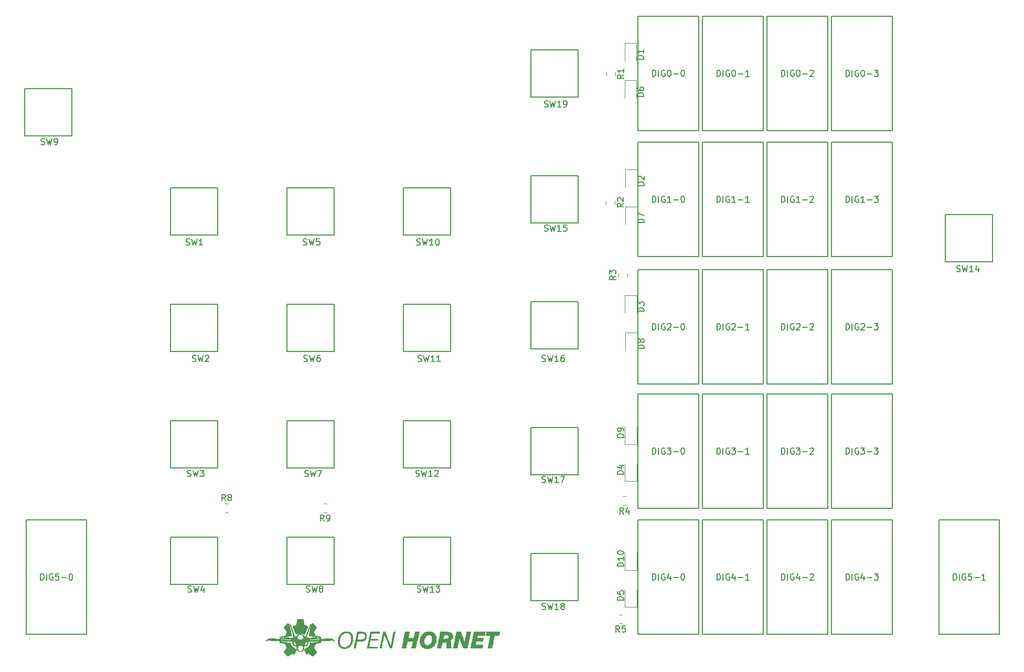
<source format=gbr>
G04 #@! TF.GenerationSoftware,KiCad,Pcbnew,(5.1.4-0-10_14)*
G04 #@! TF.CreationDate,2019-11-05T07:55:52+01:00*
G04 #@! TF.ProjectId,UFC,5546432e-6b69-4636-9164-5f7063625858,A*
G04 #@! TF.SameCoordinates,Original*
G04 #@! TF.FileFunction,Legend,Top*
G04 #@! TF.FilePolarity,Positive*
%FSLAX46Y46*%
G04 Gerber Fmt 4.6, Leading zero omitted, Abs format (unit mm)*
G04 Created by KiCad (PCBNEW (5.1.4-0-10_14)) date 2019-11-05 07:55:52*
%MOMM*%
%LPD*%
G04 APERTURE LIST*
%ADD10C,0.010000*%
%ADD11C,0.150000*%
%ADD12C,0.120000*%
G04 APERTURE END LIST*
D10*
G36*
X109881130Y-145148169D02*
G01*
X109893943Y-145149538D01*
X109914174Y-145151753D01*
X109941326Y-145154755D01*
X109974903Y-145158489D01*
X110014406Y-145162899D01*
X110059340Y-145167929D01*
X110109207Y-145173522D01*
X110163509Y-145179622D01*
X110221751Y-145186173D01*
X110283434Y-145193118D01*
X110348062Y-145200402D01*
X110415138Y-145207968D01*
X110484165Y-145215760D01*
X110554645Y-145223721D01*
X110626081Y-145231796D01*
X110697978Y-145239928D01*
X110769836Y-145248061D01*
X110841160Y-145256139D01*
X110911452Y-145264105D01*
X110980216Y-145271904D01*
X111046953Y-145279478D01*
X111111168Y-145286773D01*
X111172363Y-145293731D01*
X111230041Y-145300296D01*
X111283705Y-145306413D01*
X111332858Y-145312024D01*
X111377002Y-145317074D01*
X111415642Y-145321506D01*
X111448279Y-145325265D01*
X111474416Y-145328293D01*
X111493558Y-145330536D01*
X111505206Y-145331935D01*
X111508262Y-145332329D01*
X111519823Y-145334787D01*
X111525611Y-145339150D01*
X111528200Y-145346758D01*
X111530447Y-145353171D01*
X111535838Y-145366398D01*
X111543980Y-145385563D01*
X111554478Y-145409790D01*
X111566938Y-145438200D01*
X111580966Y-145469917D01*
X111596168Y-145504065D01*
X111612150Y-145539766D01*
X111628517Y-145576144D01*
X111644875Y-145612321D01*
X111660829Y-145647422D01*
X111675987Y-145680568D01*
X111689953Y-145710883D01*
X111702333Y-145737490D01*
X111712733Y-145759513D01*
X111720759Y-145776074D01*
X111724693Y-145783832D01*
X111745564Y-145819167D01*
X111772179Y-145857331D01*
X111803101Y-145896670D01*
X111836890Y-145935530D01*
X111872107Y-145972259D01*
X111907315Y-146005202D01*
X111941074Y-146032708D01*
X111941567Y-146033074D01*
X111949185Y-146038146D01*
X111963406Y-146047033D01*
X111983507Y-146059308D01*
X112008762Y-146074545D01*
X112038446Y-146092319D01*
X112071835Y-146112204D01*
X112108203Y-146133775D01*
X112146826Y-146156605D01*
X112186979Y-146180269D01*
X112227937Y-146204341D01*
X112268976Y-146228396D01*
X112309370Y-146252008D01*
X112348394Y-146274750D01*
X112385325Y-146296198D01*
X112419436Y-146315925D01*
X112450004Y-146333506D01*
X112476302Y-146348515D01*
X112497608Y-146360526D01*
X112513194Y-146369114D01*
X112518473Y-146371917D01*
X112537341Y-146381716D01*
X112377052Y-146769066D01*
X112348594Y-146837694D01*
X112322480Y-146900369D01*
X112298799Y-146956889D01*
X112277638Y-147007048D01*
X112259084Y-147050642D01*
X112243226Y-147087467D01*
X112230150Y-147117320D01*
X112219945Y-147139995D01*
X112212698Y-147155289D01*
X112208495Y-147162997D01*
X112207813Y-147163825D01*
X112196933Y-147169542D01*
X112188004Y-147171233D01*
X112181976Y-147169286D01*
X112169360Y-147163729D01*
X112151012Y-147154987D01*
X112127787Y-147143486D01*
X112100542Y-147129652D01*
X112070131Y-147113910D01*
X112037409Y-147096687D01*
X112026343Y-147090800D01*
X111987106Y-147069925D01*
X111954548Y-147052782D01*
X111927910Y-147039061D01*
X111906432Y-147028448D01*
X111889354Y-147020633D01*
X111875916Y-147015306D01*
X111865360Y-147012154D01*
X111856924Y-147010866D01*
X111849850Y-147011131D01*
X111843378Y-147012639D01*
X111839184Y-147014118D01*
X111834340Y-147017014D01*
X111823023Y-147024371D01*
X111805735Y-147035851D01*
X111782976Y-147051113D01*
X111755248Y-147069819D01*
X111723051Y-147091628D01*
X111686887Y-147116201D01*
X111647256Y-147143199D01*
X111604660Y-147172282D01*
X111559600Y-147203110D01*
X111512577Y-147235345D01*
X111501834Y-147242718D01*
X111445678Y-147281263D01*
X111396068Y-147315285D01*
X111352566Y-147345050D01*
X111314736Y-147370821D01*
X111282141Y-147392866D01*
X111254343Y-147411448D01*
X111230906Y-147426833D01*
X111211393Y-147439286D01*
X111195366Y-147449073D01*
X111182390Y-147456458D01*
X111172026Y-147461708D01*
X111163837Y-147465086D01*
X111157388Y-147466859D01*
X111152240Y-147467291D01*
X111147957Y-147466648D01*
X111144102Y-147465195D01*
X111140237Y-147463197D01*
X111139350Y-147462715D01*
X111134811Y-147458898D01*
X111124817Y-147449564D01*
X111109868Y-147435212D01*
X111090462Y-147416340D01*
X111067096Y-147393447D01*
X111040270Y-147367031D01*
X111010481Y-147337590D01*
X110978228Y-147305622D01*
X110944010Y-147271627D01*
X110908325Y-147236101D01*
X110871670Y-147199544D01*
X110834545Y-147162453D01*
X110797447Y-147125328D01*
X110760876Y-147088665D01*
X110725329Y-147052965D01*
X110691305Y-147018724D01*
X110659301Y-146986442D01*
X110629818Y-146956616D01*
X110603352Y-146929745D01*
X110580402Y-146906327D01*
X110561466Y-146886860D01*
X110547044Y-146871844D01*
X110537632Y-146861775D01*
X110533730Y-146857153D01*
X110533711Y-146857118D01*
X110529535Y-146847869D01*
X110527726Y-146838954D01*
X110528715Y-146829203D01*
X110532939Y-146817445D01*
X110540831Y-146802509D01*
X110552826Y-146783225D01*
X110569357Y-146758422D01*
X110571480Y-146755293D01*
X110581117Y-146741148D01*
X110595055Y-146720745D01*
X110612801Y-146694807D01*
X110633860Y-146664055D01*
X110657739Y-146629208D01*
X110683944Y-146590987D01*
X110711979Y-146550115D01*
X110741352Y-146507311D01*
X110771567Y-146463296D01*
X110798521Y-146424050D01*
X110827902Y-146381209D01*
X110855976Y-146340144D01*
X110882358Y-146301427D01*
X110906664Y-146265626D01*
X110928510Y-146233312D01*
X110947511Y-146205056D01*
X110963283Y-146181427D01*
X110975441Y-146162995D01*
X110983601Y-146150331D01*
X110987379Y-146144005D01*
X110987507Y-146143727D01*
X110991609Y-146130636D01*
X110993300Y-146118447D01*
X110991736Y-146112339D01*
X110987236Y-146099125D01*
X110980091Y-146079530D01*
X110970590Y-146054275D01*
X110959023Y-146024084D01*
X110945681Y-145989679D01*
X110930854Y-145951783D01*
X110914830Y-145911120D01*
X110897901Y-145868412D01*
X110880356Y-145824382D01*
X110862485Y-145779753D01*
X110844579Y-145735249D01*
X110826926Y-145691591D01*
X110809818Y-145649503D01*
X110793544Y-145609709D01*
X110778393Y-145572930D01*
X110764657Y-145539890D01*
X110752624Y-145511311D01*
X110742586Y-145487917D01*
X110734831Y-145470431D01*
X110729650Y-145459575D01*
X110727739Y-145456343D01*
X110718978Y-145447095D01*
X110711143Y-145440643D01*
X110710188Y-145440078D01*
X110705103Y-145438785D01*
X110692272Y-145436069D01*
X110672275Y-145432042D01*
X110645694Y-145426814D01*
X110613107Y-145420497D01*
X110575097Y-145413203D01*
X110532243Y-145405042D01*
X110485125Y-145396126D01*
X110434325Y-145386565D01*
X110380422Y-145376472D01*
X110323997Y-145365957D01*
X110301069Y-145361698D01*
X110227795Y-145348062D01*
X110162565Y-145335841D01*
X110105086Y-145324976D01*
X110055066Y-145315408D01*
X110012211Y-145307079D01*
X109976228Y-145299931D01*
X109946825Y-145293905D01*
X109923707Y-145288942D01*
X109906582Y-145284985D01*
X109895157Y-145281975D01*
X109889138Y-145279854D01*
X109888400Y-145279424D01*
X109880100Y-145272321D01*
X109874267Y-145263963D01*
X109870487Y-145252782D01*
X109868346Y-145237212D01*
X109867430Y-145215686D01*
X109867296Y-145199558D01*
X109867337Y-145177880D01*
X109867683Y-145163274D01*
X109868574Y-145154347D01*
X109870249Y-145149706D01*
X109872950Y-145147955D01*
X109876233Y-145147699D01*
X109881130Y-145148169D01*
X109881130Y-145148169D01*
G37*
X109881130Y-145148169D02*
X109893943Y-145149538D01*
X109914174Y-145151753D01*
X109941326Y-145154755D01*
X109974903Y-145158489D01*
X110014406Y-145162899D01*
X110059340Y-145167929D01*
X110109207Y-145173522D01*
X110163509Y-145179622D01*
X110221751Y-145186173D01*
X110283434Y-145193118D01*
X110348062Y-145200402D01*
X110415138Y-145207968D01*
X110484165Y-145215760D01*
X110554645Y-145223721D01*
X110626081Y-145231796D01*
X110697978Y-145239928D01*
X110769836Y-145248061D01*
X110841160Y-145256139D01*
X110911452Y-145264105D01*
X110980216Y-145271904D01*
X111046953Y-145279478D01*
X111111168Y-145286773D01*
X111172363Y-145293731D01*
X111230041Y-145300296D01*
X111283705Y-145306413D01*
X111332858Y-145312024D01*
X111377002Y-145317074D01*
X111415642Y-145321506D01*
X111448279Y-145325265D01*
X111474416Y-145328293D01*
X111493558Y-145330536D01*
X111505206Y-145331935D01*
X111508262Y-145332329D01*
X111519823Y-145334787D01*
X111525611Y-145339150D01*
X111528200Y-145346758D01*
X111530447Y-145353171D01*
X111535838Y-145366398D01*
X111543980Y-145385563D01*
X111554478Y-145409790D01*
X111566938Y-145438200D01*
X111580966Y-145469917D01*
X111596168Y-145504065D01*
X111612150Y-145539766D01*
X111628517Y-145576144D01*
X111644875Y-145612321D01*
X111660829Y-145647422D01*
X111675987Y-145680568D01*
X111689953Y-145710883D01*
X111702333Y-145737490D01*
X111712733Y-145759513D01*
X111720759Y-145776074D01*
X111724693Y-145783832D01*
X111745564Y-145819167D01*
X111772179Y-145857331D01*
X111803101Y-145896670D01*
X111836890Y-145935530D01*
X111872107Y-145972259D01*
X111907315Y-146005202D01*
X111941074Y-146032708D01*
X111941567Y-146033074D01*
X111949185Y-146038146D01*
X111963406Y-146047033D01*
X111983507Y-146059308D01*
X112008762Y-146074545D01*
X112038446Y-146092319D01*
X112071835Y-146112204D01*
X112108203Y-146133775D01*
X112146826Y-146156605D01*
X112186979Y-146180269D01*
X112227937Y-146204341D01*
X112268976Y-146228396D01*
X112309370Y-146252008D01*
X112348394Y-146274750D01*
X112385325Y-146296198D01*
X112419436Y-146315925D01*
X112450004Y-146333506D01*
X112476302Y-146348515D01*
X112497608Y-146360526D01*
X112513194Y-146369114D01*
X112518473Y-146371917D01*
X112537341Y-146381716D01*
X112377052Y-146769066D01*
X112348594Y-146837694D01*
X112322480Y-146900369D01*
X112298799Y-146956889D01*
X112277638Y-147007048D01*
X112259084Y-147050642D01*
X112243226Y-147087467D01*
X112230150Y-147117320D01*
X112219945Y-147139995D01*
X112212698Y-147155289D01*
X112208495Y-147162997D01*
X112207813Y-147163825D01*
X112196933Y-147169542D01*
X112188004Y-147171233D01*
X112181976Y-147169286D01*
X112169360Y-147163729D01*
X112151012Y-147154987D01*
X112127787Y-147143486D01*
X112100542Y-147129652D01*
X112070131Y-147113910D01*
X112037409Y-147096687D01*
X112026343Y-147090800D01*
X111987106Y-147069925D01*
X111954548Y-147052782D01*
X111927910Y-147039061D01*
X111906432Y-147028448D01*
X111889354Y-147020633D01*
X111875916Y-147015306D01*
X111865360Y-147012154D01*
X111856924Y-147010866D01*
X111849850Y-147011131D01*
X111843378Y-147012639D01*
X111839184Y-147014118D01*
X111834340Y-147017014D01*
X111823023Y-147024371D01*
X111805735Y-147035851D01*
X111782976Y-147051113D01*
X111755248Y-147069819D01*
X111723051Y-147091628D01*
X111686887Y-147116201D01*
X111647256Y-147143199D01*
X111604660Y-147172282D01*
X111559600Y-147203110D01*
X111512577Y-147235345D01*
X111501834Y-147242718D01*
X111445678Y-147281263D01*
X111396068Y-147315285D01*
X111352566Y-147345050D01*
X111314736Y-147370821D01*
X111282141Y-147392866D01*
X111254343Y-147411448D01*
X111230906Y-147426833D01*
X111211393Y-147439286D01*
X111195366Y-147449073D01*
X111182390Y-147456458D01*
X111172026Y-147461708D01*
X111163837Y-147465086D01*
X111157388Y-147466859D01*
X111152240Y-147467291D01*
X111147957Y-147466648D01*
X111144102Y-147465195D01*
X111140237Y-147463197D01*
X111139350Y-147462715D01*
X111134811Y-147458898D01*
X111124817Y-147449564D01*
X111109868Y-147435212D01*
X111090462Y-147416340D01*
X111067096Y-147393447D01*
X111040270Y-147367031D01*
X111010481Y-147337590D01*
X110978228Y-147305622D01*
X110944010Y-147271627D01*
X110908325Y-147236101D01*
X110871670Y-147199544D01*
X110834545Y-147162453D01*
X110797447Y-147125328D01*
X110760876Y-147088665D01*
X110725329Y-147052965D01*
X110691305Y-147018724D01*
X110659301Y-146986442D01*
X110629818Y-146956616D01*
X110603352Y-146929745D01*
X110580402Y-146906327D01*
X110561466Y-146886860D01*
X110547044Y-146871844D01*
X110537632Y-146861775D01*
X110533730Y-146857153D01*
X110533711Y-146857118D01*
X110529535Y-146847869D01*
X110527726Y-146838954D01*
X110528715Y-146829203D01*
X110532939Y-146817445D01*
X110540831Y-146802509D01*
X110552826Y-146783225D01*
X110569357Y-146758422D01*
X110571480Y-146755293D01*
X110581117Y-146741148D01*
X110595055Y-146720745D01*
X110612801Y-146694807D01*
X110633860Y-146664055D01*
X110657739Y-146629208D01*
X110683944Y-146590987D01*
X110711979Y-146550115D01*
X110741352Y-146507311D01*
X110771567Y-146463296D01*
X110798521Y-146424050D01*
X110827902Y-146381209D01*
X110855976Y-146340144D01*
X110882358Y-146301427D01*
X110906664Y-146265626D01*
X110928510Y-146233312D01*
X110947511Y-146205056D01*
X110963283Y-146181427D01*
X110975441Y-146162995D01*
X110983601Y-146150331D01*
X110987379Y-146144005D01*
X110987507Y-146143727D01*
X110991609Y-146130636D01*
X110993300Y-146118447D01*
X110991736Y-146112339D01*
X110987236Y-146099125D01*
X110980091Y-146079530D01*
X110970590Y-146054275D01*
X110959023Y-146024084D01*
X110945681Y-145989679D01*
X110930854Y-145951783D01*
X110914830Y-145911120D01*
X110897901Y-145868412D01*
X110880356Y-145824382D01*
X110862485Y-145779753D01*
X110844579Y-145735249D01*
X110826926Y-145691591D01*
X110809818Y-145649503D01*
X110793544Y-145609709D01*
X110778393Y-145572930D01*
X110764657Y-145539890D01*
X110752624Y-145511311D01*
X110742586Y-145487917D01*
X110734831Y-145470431D01*
X110729650Y-145459575D01*
X110727739Y-145456343D01*
X110718978Y-145447095D01*
X110711143Y-145440643D01*
X110710188Y-145440078D01*
X110705103Y-145438785D01*
X110692272Y-145436069D01*
X110672275Y-145432042D01*
X110645694Y-145426814D01*
X110613107Y-145420497D01*
X110575097Y-145413203D01*
X110532243Y-145405042D01*
X110485125Y-145396126D01*
X110434325Y-145386565D01*
X110380422Y-145376472D01*
X110323997Y-145365957D01*
X110301069Y-145361698D01*
X110227795Y-145348062D01*
X110162565Y-145335841D01*
X110105086Y-145324976D01*
X110055066Y-145315408D01*
X110012211Y-145307079D01*
X109976228Y-145299931D01*
X109946825Y-145293905D01*
X109923707Y-145288942D01*
X109906582Y-145284985D01*
X109895157Y-145281975D01*
X109889138Y-145279854D01*
X109888400Y-145279424D01*
X109880100Y-145272321D01*
X109874267Y-145263963D01*
X109870487Y-145252782D01*
X109868346Y-145237212D01*
X109867430Y-145215686D01*
X109867296Y-145199558D01*
X109867337Y-145177880D01*
X109867683Y-145163274D01*
X109868574Y-145154347D01*
X109870249Y-145149706D01*
X109872950Y-145147955D01*
X109876233Y-145147699D01*
X109881130Y-145148169D01*
G36*
X116461297Y-145147971D02*
G01*
X116464133Y-145149746D01*
X116465827Y-145154463D01*
X116466674Y-145163561D01*
X116466967Y-145178481D01*
X116467000Y-145196519D01*
X116466304Y-145225159D01*
X116463999Y-145246679D01*
X116459759Y-145262326D01*
X116453258Y-145273349D01*
X116445129Y-145280398D01*
X116439540Y-145282112D01*
X116426150Y-145285240D01*
X116405488Y-145289676D01*
X116378081Y-145295318D01*
X116344459Y-145302061D01*
X116305150Y-145309802D01*
X116260683Y-145318435D01*
X116211586Y-145327858D01*
X116158387Y-145337967D01*
X116101615Y-145348657D01*
X116041800Y-145359824D01*
X116033468Y-145361372D01*
X115976235Y-145372026D01*
X115921299Y-145382299D01*
X115869241Y-145392082D01*
X115820640Y-145401262D01*
X115776077Y-145409729D01*
X115736131Y-145417371D01*
X115701383Y-145424077D01*
X115672413Y-145429736D01*
X115649801Y-145434238D01*
X115634127Y-145437470D01*
X115625972Y-145439321D01*
X115624951Y-145439647D01*
X115620661Y-145442275D01*
X115616454Y-145445711D01*
X115612098Y-145450467D01*
X115607362Y-145457052D01*
X115602016Y-145465977D01*
X115595827Y-145477753D01*
X115588566Y-145492891D01*
X115580001Y-145511900D01*
X115569901Y-145535291D01*
X115558035Y-145563576D01*
X115544172Y-145597264D01*
X115528081Y-145636866D01*
X115509531Y-145682893D01*
X115488292Y-145735855D01*
X115468278Y-145785887D01*
X115442010Y-145851765D01*
X115418934Y-145909999D01*
X115398982Y-145960761D01*
X115382090Y-146004223D01*
X115368193Y-146040556D01*
X115357225Y-146069931D01*
X115349121Y-146092522D01*
X115343816Y-146108498D01*
X115341243Y-146118033D01*
X115340960Y-146120320D01*
X115342676Y-146134519D01*
X115346801Y-146147313D01*
X115347100Y-146147904D01*
X115350364Y-146153080D01*
X115358069Y-146164712D01*
X115369862Y-146182279D01*
X115385389Y-146205263D01*
X115404294Y-146233140D01*
X115426225Y-146265391D01*
X115450828Y-146301495D01*
X115477747Y-146340931D01*
X115506629Y-146383179D01*
X115537120Y-146427717D01*
X115565857Y-146469638D01*
X115597699Y-146516061D01*
X115628411Y-146560840D01*
X115657623Y-146603432D01*
X115684963Y-146643298D01*
X115710060Y-146679896D01*
X115732545Y-146712686D01*
X115752045Y-146741127D01*
X115768191Y-146764678D01*
X115780610Y-146782799D01*
X115788934Y-146794948D01*
X115792550Y-146800233D01*
X115803167Y-146819565D01*
X115806600Y-146836184D01*
X115806402Y-146838863D01*
X115805581Y-146841884D01*
X115803796Y-146845603D01*
X115800708Y-146850378D01*
X115795975Y-146856565D01*
X115789259Y-146864523D01*
X115780218Y-146874607D01*
X115768513Y-146887176D01*
X115753802Y-146902587D01*
X115735747Y-146921196D01*
X115714006Y-146943362D01*
X115688239Y-146969441D01*
X115658107Y-146999790D01*
X115623268Y-147034767D01*
X115583383Y-147074730D01*
X115538111Y-147120034D01*
X115498593Y-147159559D01*
X115447698Y-147210515D01*
X115402482Y-147255851D01*
X115362562Y-147295859D01*
X115327554Y-147330830D01*
X115297076Y-147361053D01*
X115270743Y-147386821D01*
X115248173Y-147408423D01*
X115228982Y-147426151D01*
X115212786Y-147440296D01*
X115199204Y-147451148D01*
X115187850Y-147458998D01*
X115178341Y-147464137D01*
X115170295Y-147466855D01*
X115163328Y-147467445D01*
X115157057Y-147466196D01*
X115151098Y-147463399D01*
X115145067Y-147459345D01*
X115138583Y-147454325D01*
X115131260Y-147448630D01*
X115124227Y-147443568D01*
X115115338Y-147437490D01*
X115100060Y-147427027D01*
X115078982Y-147412582D01*
X115052697Y-147394563D01*
X115021794Y-147373373D01*
X114986865Y-147349418D01*
X114948500Y-147323104D01*
X114907291Y-147294835D01*
X114863827Y-147265016D01*
X114818701Y-147234054D01*
X114792951Y-147216384D01*
X114740205Y-147180208D01*
X114693963Y-147148545D01*
X114653766Y-147121096D01*
X114619152Y-147097561D01*
X114589660Y-147077641D01*
X114564831Y-147061037D01*
X114544202Y-147047449D01*
X114527313Y-147036578D01*
X114513703Y-147028126D01*
X114502911Y-147021791D01*
X114494477Y-147017275D01*
X114487939Y-147014279D01*
X114482837Y-147012504D01*
X114478710Y-147011649D01*
X114477568Y-147011525D01*
X114472408Y-147011295D01*
X114466968Y-147011755D01*
X114460481Y-147013261D01*
X114452179Y-147016170D01*
X114441298Y-147020835D01*
X114427069Y-147027614D01*
X114408725Y-147036862D01*
X114385500Y-147048933D01*
X114356628Y-147064184D01*
X114321341Y-147082971D01*
X114307154Y-147090543D01*
X114265806Y-147112454D01*
X114229819Y-147131179D01*
X114199558Y-147146541D01*
X114175384Y-147158360D01*
X114157660Y-147166457D01*
X114146747Y-147170652D01*
X114143850Y-147171233D01*
X114130690Y-147167616D01*
X114123023Y-147161708D01*
X114120406Y-147156737D01*
X114114794Y-147144483D01*
X114106416Y-147125492D01*
X114095501Y-147100310D01*
X114082277Y-147069483D01*
X114066975Y-147033556D01*
X114049822Y-146993075D01*
X114031049Y-146948587D01*
X114010883Y-146900636D01*
X113989555Y-146849768D01*
X113967293Y-146796531D01*
X113944327Y-146741468D01*
X113920885Y-146685127D01*
X113897196Y-146628052D01*
X113873490Y-146570790D01*
X113849996Y-146513887D01*
X113826942Y-146457888D01*
X113804558Y-146403339D01*
X113797163Y-146385274D01*
X113798833Y-146380193D01*
X113802872Y-146377915D01*
X113808851Y-146375041D01*
X113821415Y-146368246D01*
X113839875Y-146357936D01*
X113863537Y-146344516D01*
X113891709Y-146328391D01*
X113923701Y-146309966D01*
X113958820Y-146289646D01*
X113996373Y-146267837D01*
X114035670Y-146244944D01*
X114076019Y-146221371D01*
X114116727Y-146197525D01*
X114157103Y-146173810D01*
X114196454Y-146150631D01*
X114234089Y-146128393D01*
X114269317Y-146107502D01*
X114301444Y-146088363D01*
X114329780Y-146071381D01*
X114353632Y-146056961D01*
X114372309Y-146045509D01*
X114385118Y-146037428D01*
X114390445Y-146033835D01*
X114424106Y-146006778D01*
X114459646Y-145973810D01*
X114495451Y-145936731D01*
X114529907Y-145897343D01*
X114561398Y-145857445D01*
X114588310Y-145818839D01*
X114599556Y-145800565D01*
X114604488Y-145791236D01*
X114612359Y-145775243D01*
X114622759Y-145753489D01*
X114635276Y-145726877D01*
X114649502Y-145696312D01*
X114665025Y-145662697D01*
X114681434Y-145626935D01*
X114698321Y-145589930D01*
X114715273Y-145552587D01*
X114731882Y-145515807D01*
X114747737Y-145480496D01*
X114762426Y-145447556D01*
X114775541Y-145417892D01*
X114786670Y-145392406D01*
X114795403Y-145372003D01*
X114801331Y-145357586D01*
X114803885Y-145350617D01*
X114807078Y-145340289D01*
X114809073Y-145334451D01*
X114809327Y-145333966D01*
X114813512Y-145333495D01*
X114825706Y-145332113D01*
X114845504Y-145329866D01*
X114872502Y-145326799D01*
X114906297Y-145322958D01*
X114946485Y-145318391D01*
X114992662Y-145313141D01*
X115044423Y-145307256D01*
X115101365Y-145300781D01*
X115163083Y-145293763D01*
X115229175Y-145286247D01*
X115299236Y-145278278D01*
X115372861Y-145269904D01*
X115449648Y-145261169D01*
X115529191Y-145252121D01*
X115611088Y-145242804D01*
X115628416Y-145240833D01*
X115710904Y-145231454D01*
X115791211Y-145222335D01*
X115868925Y-145213521D01*
X115943637Y-145205059D01*
X116014937Y-145196994D01*
X116082414Y-145189373D01*
X116145658Y-145182242D01*
X116204259Y-145175647D01*
X116257807Y-145169634D01*
X116305891Y-145164250D01*
X116348101Y-145159539D01*
X116384027Y-145155550D01*
X116413259Y-145152326D01*
X116435386Y-145149915D01*
X116449999Y-145148363D01*
X116456687Y-145147716D01*
X116457025Y-145147699D01*
X116461297Y-145147971D01*
X116461297Y-145147971D01*
G37*
X116461297Y-145147971D02*
X116464133Y-145149746D01*
X116465827Y-145154463D01*
X116466674Y-145163561D01*
X116466967Y-145178481D01*
X116467000Y-145196519D01*
X116466304Y-145225159D01*
X116463999Y-145246679D01*
X116459759Y-145262326D01*
X116453258Y-145273349D01*
X116445129Y-145280398D01*
X116439540Y-145282112D01*
X116426150Y-145285240D01*
X116405488Y-145289676D01*
X116378081Y-145295318D01*
X116344459Y-145302061D01*
X116305150Y-145309802D01*
X116260683Y-145318435D01*
X116211586Y-145327858D01*
X116158387Y-145337967D01*
X116101615Y-145348657D01*
X116041800Y-145359824D01*
X116033468Y-145361372D01*
X115976235Y-145372026D01*
X115921299Y-145382299D01*
X115869241Y-145392082D01*
X115820640Y-145401262D01*
X115776077Y-145409729D01*
X115736131Y-145417371D01*
X115701383Y-145424077D01*
X115672413Y-145429736D01*
X115649801Y-145434238D01*
X115634127Y-145437470D01*
X115625972Y-145439321D01*
X115624951Y-145439647D01*
X115620661Y-145442275D01*
X115616454Y-145445711D01*
X115612098Y-145450467D01*
X115607362Y-145457052D01*
X115602016Y-145465977D01*
X115595827Y-145477753D01*
X115588566Y-145492891D01*
X115580001Y-145511900D01*
X115569901Y-145535291D01*
X115558035Y-145563576D01*
X115544172Y-145597264D01*
X115528081Y-145636866D01*
X115509531Y-145682893D01*
X115488292Y-145735855D01*
X115468278Y-145785887D01*
X115442010Y-145851765D01*
X115418934Y-145909999D01*
X115398982Y-145960761D01*
X115382090Y-146004223D01*
X115368193Y-146040556D01*
X115357225Y-146069931D01*
X115349121Y-146092522D01*
X115343816Y-146108498D01*
X115341243Y-146118033D01*
X115340960Y-146120320D01*
X115342676Y-146134519D01*
X115346801Y-146147313D01*
X115347100Y-146147904D01*
X115350364Y-146153080D01*
X115358069Y-146164712D01*
X115369862Y-146182279D01*
X115385389Y-146205263D01*
X115404294Y-146233140D01*
X115426225Y-146265391D01*
X115450828Y-146301495D01*
X115477747Y-146340931D01*
X115506629Y-146383179D01*
X115537120Y-146427717D01*
X115565857Y-146469638D01*
X115597699Y-146516061D01*
X115628411Y-146560840D01*
X115657623Y-146603432D01*
X115684963Y-146643298D01*
X115710060Y-146679896D01*
X115732545Y-146712686D01*
X115752045Y-146741127D01*
X115768191Y-146764678D01*
X115780610Y-146782799D01*
X115788934Y-146794948D01*
X115792550Y-146800233D01*
X115803167Y-146819565D01*
X115806600Y-146836184D01*
X115806402Y-146838863D01*
X115805581Y-146841884D01*
X115803796Y-146845603D01*
X115800708Y-146850378D01*
X115795975Y-146856565D01*
X115789259Y-146864523D01*
X115780218Y-146874607D01*
X115768513Y-146887176D01*
X115753802Y-146902587D01*
X115735747Y-146921196D01*
X115714006Y-146943362D01*
X115688239Y-146969441D01*
X115658107Y-146999790D01*
X115623268Y-147034767D01*
X115583383Y-147074730D01*
X115538111Y-147120034D01*
X115498593Y-147159559D01*
X115447698Y-147210515D01*
X115402482Y-147255851D01*
X115362562Y-147295859D01*
X115327554Y-147330830D01*
X115297076Y-147361053D01*
X115270743Y-147386821D01*
X115248173Y-147408423D01*
X115228982Y-147426151D01*
X115212786Y-147440296D01*
X115199204Y-147451148D01*
X115187850Y-147458998D01*
X115178341Y-147464137D01*
X115170295Y-147466855D01*
X115163328Y-147467445D01*
X115157057Y-147466196D01*
X115151098Y-147463399D01*
X115145067Y-147459345D01*
X115138583Y-147454325D01*
X115131260Y-147448630D01*
X115124227Y-147443568D01*
X115115338Y-147437490D01*
X115100060Y-147427027D01*
X115078982Y-147412582D01*
X115052697Y-147394563D01*
X115021794Y-147373373D01*
X114986865Y-147349418D01*
X114948500Y-147323104D01*
X114907291Y-147294835D01*
X114863827Y-147265016D01*
X114818701Y-147234054D01*
X114792951Y-147216384D01*
X114740205Y-147180208D01*
X114693963Y-147148545D01*
X114653766Y-147121096D01*
X114619152Y-147097561D01*
X114589660Y-147077641D01*
X114564831Y-147061037D01*
X114544202Y-147047449D01*
X114527313Y-147036578D01*
X114513703Y-147028126D01*
X114502911Y-147021791D01*
X114494477Y-147017275D01*
X114487939Y-147014279D01*
X114482837Y-147012504D01*
X114478710Y-147011649D01*
X114477568Y-147011525D01*
X114472408Y-147011295D01*
X114466968Y-147011755D01*
X114460481Y-147013261D01*
X114452179Y-147016170D01*
X114441298Y-147020835D01*
X114427069Y-147027614D01*
X114408725Y-147036862D01*
X114385500Y-147048933D01*
X114356628Y-147064184D01*
X114321341Y-147082971D01*
X114307154Y-147090543D01*
X114265806Y-147112454D01*
X114229819Y-147131179D01*
X114199558Y-147146541D01*
X114175384Y-147158360D01*
X114157660Y-147166457D01*
X114146747Y-147170652D01*
X114143850Y-147171233D01*
X114130690Y-147167616D01*
X114123023Y-147161708D01*
X114120406Y-147156737D01*
X114114794Y-147144483D01*
X114106416Y-147125492D01*
X114095501Y-147100310D01*
X114082277Y-147069483D01*
X114066975Y-147033556D01*
X114049822Y-146993075D01*
X114031049Y-146948587D01*
X114010883Y-146900636D01*
X113989555Y-146849768D01*
X113967293Y-146796531D01*
X113944327Y-146741468D01*
X113920885Y-146685127D01*
X113897196Y-146628052D01*
X113873490Y-146570790D01*
X113849996Y-146513887D01*
X113826942Y-146457888D01*
X113804558Y-146403339D01*
X113797163Y-146385274D01*
X113798833Y-146380193D01*
X113802872Y-146377915D01*
X113808851Y-146375041D01*
X113821415Y-146368246D01*
X113839875Y-146357936D01*
X113863537Y-146344516D01*
X113891709Y-146328391D01*
X113923701Y-146309966D01*
X113958820Y-146289646D01*
X113996373Y-146267837D01*
X114035670Y-146244944D01*
X114076019Y-146221371D01*
X114116727Y-146197525D01*
X114157103Y-146173810D01*
X114196454Y-146150631D01*
X114234089Y-146128393D01*
X114269317Y-146107502D01*
X114301444Y-146088363D01*
X114329780Y-146071381D01*
X114353632Y-146056961D01*
X114372309Y-146045509D01*
X114385118Y-146037428D01*
X114390445Y-146033835D01*
X114424106Y-146006778D01*
X114459646Y-145973810D01*
X114495451Y-145936731D01*
X114529907Y-145897343D01*
X114561398Y-145857445D01*
X114588310Y-145818839D01*
X114599556Y-145800565D01*
X114604488Y-145791236D01*
X114612359Y-145775243D01*
X114622759Y-145753489D01*
X114635276Y-145726877D01*
X114649502Y-145696312D01*
X114665025Y-145662697D01*
X114681434Y-145626935D01*
X114698321Y-145589930D01*
X114715273Y-145552587D01*
X114731882Y-145515807D01*
X114747737Y-145480496D01*
X114762426Y-145447556D01*
X114775541Y-145417892D01*
X114786670Y-145392406D01*
X114795403Y-145372003D01*
X114801331Y-145357586D01*
X114803885Y-145350617D01*
X114807078Y-145340289D01*
X114809073Y-145334451D01*
X114809327Y-145333966D01*
X114813512Y-145333495D01*
X114825706Y-145332113D01*
X114845504Y-145329866D01*
X114872502Y-145326799D01*
X114906297Y-145322958D01*
X114946485Y-145318391D01*
X114992662Y-145313141D01*
X115044423Y-145307256D01*
X115101365Y-145300781D01*
X115163083Y-145293763D01*
X115229175Y-145286247D01*
X115299236Y-145278278D01*
X115372861Y-145269904D01*
X115449648Y-145261169D01*
X115529191Y-145252121D01*
X115611088Y-145242804D01*
X115628416Y-145240833D01*
X115710904Y-145231454D01*
X115791211Y-145222335D01*
X115868925Y-145213521D01*
X115943637Y-145205059D01*
X116014937Y-145196994D01*
X116082414Y-145189373D01*
X116145658Y-145182242D01*
X116204259Y-145175647D01*
X116257807Y-145169634D01*
X116305891Y-145164250D01*
X116348101Y-145159539D01*
X116384027Y-145155550D01*
X116413259Y-145152326D01*
X116435386Y-145149915D01*
X116449999Y-145148363D01*
X116456687Y-145147716D01*
X116457025Y-145147699D01*
X116461297Y-145147971D01*
G36*
X111553526Y-142316312D02*
G01*
X111559865Y-142319484D01*
X111563692Y-142326664D01*
X111563901Y-142327241D01*
X111566388Y-142334214D01*
X111571551Y-142348702D01*
X111579225Y-142370243D01*
X111589246Y-142398377D01*
X111601449Y-142432641D01*
X111615670Y-142472574D01*
X111631746Y-142517716D01*
X111649511Y-142567604D01*
X111668802Y-142621777D01*
X111689454Y-142679774D01*
X111711303Y-142741134D01*
X111734185Y-142805395D01*
X111757935Y-142872095D01*
X111782389Y-142940774D01*
X111807383Y-143010970D01*
X111832753Y-143082221D01*
X111858334Y-143154066D01*
X111883961Y-143226044D01*
X111909472Y-143297694D01*
X111934701Y-143368554D01*
X111959484Y-143438162D01*
X111983657Y-143506058D01*
X112007056Y-143571780D01*
X112029516Y-143634866D01*
X112050872Y-143694855D01*
X112070962Y-143751286D01*
X112089621Y-143803698D01*
X112106683Y-143851628D01*
X112121985Y-143894617D01*
X112135364Y-143932201D01*
X112146653Y-143963920D01*
X112149113Y-143970833D01*
X112166945Y-144020919D01*
X112183955Y-144068664D01*
X112199931Y-144113471D01*
X112214661Y-144154745D01*
X112227930Y-144191892D01*
X112239527Y-144224314D01*
X112249238Y-144251418D01*
X112256850Y-144272607D01*
X112262151Y-144287287D01*
X112264928Y-144294861D01*
X112265300Y-144295797D01*
X112269377Y-144295064D01*
X112278301Y-144291846D01*
X112280861Y-144290799D01*
X112298344Y-144285214D01*
X112322912Y-144279838D01*
X112353183Y-144274844D01*
X112387775Y-144270403D01*
X112425307Y-144266687D01*
X112464396Y-144263869D01*
X112503662Y-144262120D01*
X112513145Y-144261874D01*
X112557674Y-144260896D01*
X112578099Y-144226461D01*
X112602731Y-144188145D01*
X112631294Y-144149112D01*
X112662318Y-144111078D01*
X112694329Y-144075763D01*
X112725856Y-144044884D01*
X112753866Y-144021337D01*
X112783041Y-144001787D01*
X112819015Y-143981959D01*
X112860173Y-143962518D01*
X112904900Y-143944131D01*
X112951581Y-143927463D01*
X112998602Y-143913181D01*
X113042234Y-143902403D01*
X113075947Y-143896925D01*
X113115326Y-143893464D01*
X113157813Y-143892021D01*
X113200850Y-143892595D01*
X113241880Y-143895188D01*
X113278346Y-143899798D01*
X113292000Y-143902403D01*
X113344107Y-143915439D01*
X113396152Y-143931802D01*
X113446600Y-143950838D01*
X113493914Y-143971892D01*
X113536558Y-143994310D01*
X113572997Y-144017438D01*
X113587538Y-144028363D01*
X113618184Y-144055343D01*
X113650375Y-144088022D01*
X113682351Y-144124306D01*
X113712350Y-144162099D01*
X113738612Y-144199306D01*
X113757831Y-144230984D01*
X113774222Y-144260850D01*
X113822036Y-144261891D01*
X113877314Y-144264315D01*
X113931291Y-144269019D01*
X113982140Y-144275767D01*
X114028031Y-144284322D01*
X114062090Y-144292932D01*
X114062810Y-144292798D01*
X114063772Y-144291863D01*
X114065067Y-144289882D01*
X114066783Y-144286606D01*
X114069010Y-144281791D01*
X114071836Y-144275188D01*
X114075351Y-144266551D01*
X114079644Y-144255633D01*
X114084804Y-144242188D01*
X114090920Y-144225970D01*
X114098081Y-144206730D01*
X114106377Y-144184223D01*
X114115896Y-144158202D01*
X114126728Y-144128421D01*
X114138962Y-144094631D01*
X114152687Y-144056588D01*
X114167992Y-144014044D01*
X114184967Y-143966752D01*
X114203699Y-143914466D01*
X114224280Y-143856939D01*
X114246797Y-143793924D01*
X114271339Y-143725175D01*
X114297997Y-143650445D01*
X114326859Y-143569487D01*
X114358014Y-143482055D01*
X114391551Y-143387901D01*
X114427560Y-143286780D01*
X114466130Y-143178444D01*
X114507349Y-143062647D01*
X114551307Y-142939142D01*
X114555516Y-142927316D01*
X114772476Y-142317716D01*
X114791145Y-142316466D01*
X114804236Y-142316570D01*
X114813358Y-142320146D01*
X114821846Y-142327773D01*
X114833877Y-142340331D01*
X114523786Y-143387076D01*
X114213695Y-144433822D01*
X114224760Y-144442645D01*
X114231609Y-144447057D01*
X114244794Y-144454629D01*
X114263098Y-144464695D01*
X114285302Y-144476593D01*
X114310190Y-144489658D01*
X114325239Y-144497439D01*
X114414655Y-144543411D01*
X114717986Y-144525809D01*
X114807974Y-144520594D01*
X114889963Y-144515862D01*
X114964404Y-144511591D01*
X115031751Y-144507761D01*
X115092456Y-144504350D01*
X115146971Y-144501338D01*
X115195748Y-144498705D01*
X115239240Y-144496429D01*
X115277900Y-144494489D01*
X115312178Y-144492865D01*
X115342529Y-144491535D01*
X115369404Y-144490480D01*
X115393255Y-144489677D01*
X115414535Y-144489107D01*
X115433697Y-144488748D01*
X115451192Y-144488580D01*
X115467473Y-144488581D01*
X115482993Y-144488731D01*
X115498203Y-144489009D01*
X115510267Y-144489305D01*
X115569568Y-144491256D01*
X115621873Y-144493741D01*
X115666870Y-144496737D01*
X115704243Y-144500221D01*
X115733680Y-144504169D01*
X115748553Y-144507006D01*
X115773336Y-144515424D01*
X115792645Y-144528954D01*
X115808033Y-144548876D01*
X115814755Y-144561665D01*
X115818832Y-144570056D01*
X115821886Y-144576909D01*
X115823203Y-144582521D01*
X115822073Y-144587190D01*
X115817785Y-144591213D01*
X115809626Y-144594888D01*
X115796885Y-144598512D01*
X115778850Y-144602383D01*
X115754811Y-144606799D01*
X115724055Y-144612056D01*
X115685872Y-144618453D01*
X115674308Y-144620395D01*
X115629759Y-144627925D01*
X115593050Y-144634210D01*
X115563661Y-144639353D01*
X115541073Y-144643454D01*
X115524767Y-144646614D01*
X115514224Y-144648934D01*
X115508923Y-144650515D01*
X115508347Y-144651458D01*
X115511974Y-144651864D01*
X115512383Y-144651876D01*
X115517512Y-144652027D01*
X115530636Y-144652426D01*
X115551290Y-144653058D01*
X115579006Y-144653908D01*
X115613319Y-144654961D01*
X115653761Y-144656205D01*
X115699867Y-144657624D01*
X115751169Y-144659203D01*
X115807201Y-144660930D01*
X115867496Y-144662788D01*
X115931589Y-144664764D01*
X115999011Y-144666844D01*
X116069296Y-144669012D01*
X116141979Y-144671255D01*
X116166664Y-144672018D01*
X116812478Y-144691956D01*
X117402798Y-144669963D01*
X117473781Y-144667314D01*
X117543057Y-144664718D01*
X117610089Y-144662197D01*
X117674341Y-144659772D01*
X117735277Y-144657462D01*
X117792360Y-144655289D01*
X117845054Y-144653272D01*
X117892823Y-144651433D01*
X117935130Y-144649792D01*
X117971440Y-144648370D01*
X118001215Y-144647186D01*
X118023920Y-144646262D01*
X118039018Y-144645619D01*
X118044158Y-144645378D01*
X118095199Y-144642786D01*
X118093418Y-144630652D01*
X118094153Y-144614949D01*
X118101093Y-144604216D01*
X118113378Y-144598758D01*
X118130145Y-144598879D01*
X118150536Y-144604885D01*
X118157421Y-144607971D01*
X118163798Y-144611867D01*
X118176310Y-144620248D01*
X118194249Y-144632607D01*
X118216912Y-144648438D01*
X118243591Y-144667235D01*
X118273582Y-144688492D01*
X118306179Y-144711703D01*
X118340677Y-144736363D01*
X118376369Y-144761963D01*
X118412550Y-144787999D01*
X118448515Y-144813965D01*
X118483558Y-144839354D01*
X118516973Y-144863660D01*
X118548055Y-144886378D01*
X118576098Y-144907000D01*
X118600397Y-144925021D01*
X118620246Y-144939935D01*
X118620801Y-144940355D01*
X118642064Y-144959459D01*
X118656319Y-144979752D01*
X118664193Y-145000138D01*
X118666527Y-145015370D01*
X118663356Y-145025635D01*
X118654085Y-145031352D01*
X118638120Y-145032943D01*
X118619861Y-145031492D01*
X118612388Y-145030261D01*
X118604920Y-145028134D01*
X118596478Y-145024535D01*
X118586082Y-145018889D01*
X118572752Y-145010620D01*
X118555509Y-144999154D01*
X118533373Y-144983913D01*
X118505364Y-144964324D01*
X118504580Y-144963773D01*
X118412217Y-144898918D01*
X118327550Y-144906849D01*
X118293959Y-144909981D01*
X118254276Y-144913657D01*
X118209201Y-144917813D01*
X118159433Y-144922386D01*
X118105672Y-144927312D01*
X118048616Y-144932529D01*
X117988965Y-144937972D01*
X117927417Y-144943578D01*
X117864672Y-144949285D01*
X117801428Y-144955028D01*
X117738386Y-144960744D01*
X117676244Y-144966371D01*
X117615701Y-144971844D01*
X117557457Y-144977100D01*
X117502210Y-144982076D01*
X117450659Y-144986708D01*
X117403505Y-144990934D01*
X117361445Y-144994689D01*
X117325179Y-144997911D01*
X117295406Y-145000536D01*
X117272826Y-145002501D01*
X117260750Y-145003526D01*
X117240958Y-145005082D01*
X117220567Y-145006479D01*
X117198911Y-145007736D01*
X117175323Y-145008871D01*
X117149137Y-145009901D01*
X117119688Y-145010845D01*
X117086309Y-145011720D01*
X117048334Y-145012543D01*
X117005097Y-145013333D01*
X116955932Y-145014107D01*
X116900173Y-145014884D01*
X116837153Y-145015680D01*
X116780267Y-145016352D01*
X116731111Y-145016922D01*
X116683860Y-145017475D01*
X116638025Y-145018017D01*
X116593117Y-145018555D01*
X116548645Y-145019097D01*
X116504119Y-145019648D01*
X116459050Y-145020215D01*
X116412948Y-145020804D01*
X116365323Y-145021423D01*
X116315685Y-145022077D01*
X116263545Y-145022774D01*
X116208413Y-145023520D01*
X116149800Y-145024322D01*
X116087214Y-145025186D01*
X116020167Y-145026118D01*
X115948169Y-145027126D01*
X115870730Y-145028216D01*
X115787361Y-145029395D01*
X115697570Y-145030669D01*
X115600870Y-145032044D01*
X115496769Y-145033528D01*
X115384779Y-145035127D01*
X115364217Y-145035421D01*
X115271321Y-145036749D01*
X115186510Y-145037965D01*
X115109399Y-145039079D01*
X115039608Y-145040101D01*
X114976754Y-145041040D01*
X114920455Y-145041905D01*
X114870328Y-145042707D01*
X114825991Y-145043454D01*
X114787063Y-145044157D01*
X114753161Y-145044825D01*
X114723903Y-145045467D01*
X114698906Y-145046094D01*
X114677789Y-145046715D01*
X114660169Y-145047339D01*
X114645663Y-145047976D01*
X114633891Y-145048635D01*
X114624469Y-145049327D01*
X114617016Y-145050060D01*
X114611149Y-145050845D01*
X114606486Y-145051691D01*
X114602645Y-145052607D01*
X114599243Y-145053603D01*
X114595899Y-145054689D01*
X114595867Y-145054700D01*
X114573024Y-145060490D01*
X114543565Y-145065258D01*
X114509299Y-145068807D01*
X114472037Y-145070942D01*
X114441064Y-145071499D01*
X114420026Y-145071597D01*
X114406134Y-145072031D01*
X114398071Y-145073010D01*
X114394518Y-145074746D01*
X114394156Y-145077449D01*
X114394632Y-145078908D01*
X114403089Y-145102193D01*
X114411987Y-145129170D01*
X114420605Y-145157405D01*
X114428223Y-145184468D01*
X114434121Y-145207925D01*
X114437045Y-145222050D01*
X114439824Y-145242720D01*
X114441998Y-145267892D01*
X114443265Y-145293609D01*
X114443467Y-145306632D01*
X114442608Y-145339556D01*
X114439757Y-145370216D01*
X114434503Y-145399739D01*
X114426436Y-145429255D01*
X114415144Y-145459893D01*
X114400217Y-145492784D01*
X114381243Y-145529056D01*
X114357813Y-145569838D01*
X114332672Y-145611175D01*
X114319458Y-145629720D01*
X114301090Y-145651694D01*
X114279196Y-145675457D01*
X114255405Y-145699370D01*
X114231345Y-145721796D01*
X114208646Y-145741095D01*
X114189467Y-145755278D01*
X114133922Y-145788026D01*
X114076806Y-145813986D01*
X114018938Y-145832985D01*
X113961141Y-145844850D01*
X113904235Y-145849404D01*
X113849042Y-145846475D01*
X113802117Y-145837457D01*
X113785601Y-145833210D01*
X113771787Y-145829868D01*
X113763079Y-145828007D01*
X113761900Y-145827831D01*
X113759073Y-145828952D01*
X113756943Y-145833838D01*
X113755283Y-145843727D01*
X113753869Y-145859859D01*
X113752770Y-145877950D01*
X113750789Y-145916561D01*
X113749497Y-145948306D01*
X113748879Y-145974757D01*
X113748919Y-145997485D01*
X113749601Y-146018061D01*
X113750911Y-146038056D01*
X113751181Y-146041336D01*
X113751775Y-146080613D01*
X113747673Y-146125552D01*
X113739147Y-146174962D01*
X113726471Y-146227651D01*
X113709920Y-146282427D01*
X113689766Y-146338098D01*
X113674715Y-146374540D01*
X113650288Y-146425880D01*
X113623341Y-146472315D01*
X113592408Y-146515979D01*
X113556024Y-146559004D01*
X113526992Y-146589416D01*
X113471423Y-146640482D01*
X113414594Y-146683206D01*
X113356443Y-146717628D01*
X113296906Y-146743786D01*
X113264484Y-146754395D01*
X113235101Y-146761008D01*
X113201639Y-146765494D01*
X113167180Y-146767648D01*
X113134807Y-146767269D01*
X113109967Y-146764586D01*
X113062796Y-146752987D01*
X113013297Y-146734555D01*
X112963023Y-146709983D01*
X112913530Y-146679965D01*
X112901487Y-146671709D01*
X112877240Y-146653102D01*
X112849732Y-146629373D01*
X112820700Y-146602234D01*
X112791882Y-146573396D01*
X112765016Y-146544570D01*
X112741839Y-146517469D01*
X112731714Y-146504483D01*
X112706940Y-146467470D01*
X112682551Y-146423615D01*
X112659333Y-146374534D01*
X112638072Y-146321841D01*
X112625689Y-146286466D01*
X112612703Y-146245886D01*
X112602429Y-146210573D01*
X112594618Y-146178699D01*
X112589022Y-146148433D01*
X112588320Y-146142533D01*
X112701667Y-146142533D01*
X112702660Y-146176820D01*
X112706130Y-146210351D01*
X112712449Y-146245080D01*
X112721987Y-146282961D01*
X112735113Y-146325950D01*
X112738140Y-146335150D01*
X112762380Y-146399088D01*
X112790251Y-146455794D01*
X112822024Y-146505809D01*
X112827805Y-146513647D01*
X112866665Y-146560457D01*
X112908822Y-146602509D01*
X112953380Y-146639183D01*
X112999444Y-146669861D01*
X113046117Y-146693925D01*
X113092503Y-146710758D01*
X113123672Y-146717799D01*
X113147172Y-146720950D01*
X113168040Y-146721674D01*
X113190552Y-146719993D01*
X113204209Y-146718192D01*
X113250031Y-146707622D01*
X113296513Y-146689476D01*
X113342748Y-146664500D01*
X113387829Y-146633438D01*
X113430850Y-146597037D01*
X113470903Y-146556040D01*
X113507081Y-146511194D01*
X113538479Y-146463242D01*
X113557099Y-146428283D01*
X113581876Y-146371890D01*
X113601875Y-146315571D01*
X113616919Y-146260315D01*
X113626825Y-146207111D01*
X113631413Y-146156949D01*
X113630504Y-146110817D01*
X113623917Y-146069705D01*
X113623052Y-146066333D01*
X113610953Y-146029246D01*
X113594367Y-145990897D01*
X113574261Y-145952792D01*
X113551602Y-145916442D01*
X113527355Y-145883353D01*
X113502488Y-145855036D01*
X113477968Y-145832998D01*
X113469809Y-145827155D01*
X113427991Y-145803402D01*
X113379985Y-145783152D01*
X113327486Y-145766813D01*
X113272186Y-145754792D01*
X113215779Y-145747498D01*
X113159958Y-145745338D01*
X113133795Y-145746248D01*
X113082133Y-145751519D01*
X113031065Y-145760778D01*
X112981968Y-145773570D01*
X112936219Y-145789440D01*
X112895194Y-145807936D01*
X112860270Y-145828602D01*
X112842015Y-145842535D01*
X112819137Y-145865382D01*
X112795675Y-145894759D01*
X112772728Y-145928897D01*
X112751396Y-145966027D01*
X112732777Y-146004382D01*
X112718053Y-146041953D01*
X112711163Y-146062748D01*
X112706554Y-146078874D01*
X112703762Y-146093183D01*
X112702321Y-146108524D01*
X112701767Y-146127748D01*
X112701667Y-146142533D01*
X112588320Y-146142533D01*
X112585393Y-146117949D01*
X112583481Y-146085417D01*
X112583039Y-146049009D01*
X112583817Y-146006895D01*
X112584564Y-145983783D01*
X112584606Y-145971724D01*
X112584163Y-145954548D01*
X112583332Y-145933879D01*
X112582207Y-145911339D01*
X112580887Y-145888552D01*
X112579467Y-145867140D01*
X112578044Y-145848728D01*
X112576714Y-145834937D01*
X112575574Y-145827392D01*
X112575224Y-145826512D01*
X112570659Y-145826837D01*
X112559893Y-145829181D01*
X112544828Y-145833103D01*
X112536135Y-145835560D01*
X112484713Y-145846177D01*
X112430260Y-145849286D01*
X112373582Y-145844926D01*
X112315485Y-145833136D01*
X112282341Y-145823205D01*
X112220861Y-145798818D01*
X112164700Y-145768351D01*
X112112577Y-145731031D01*
X112075450Y-145698159D01*
X112049811Y-145672571D01*
X112028768Y-145649080D01*
X112010251Y-145625050D01*
X111992191Y-145597843D01*
X111977341Y-145573149D01*
X111954822Y-145533724D01*
X111936663Y-145499818D01*
X111922321Y-145470049D01*
X111911254Y-145443032D01*
X111902920Y-145417384D01*
X111896775Y-145391722D01*
X111895202Y-145382256D01*
X112023217Y-145382256D01*
X112029683Y-145432528D01*
X112043852Y-145481373D01*
X112065771Y-145529416D01*
X112075533Y-145546575D01*
X112094053Y-145573404D01*
X112117955Y-145601889D01*
X112145091Y-145629810D01*
X112173314Y-145654948D01*
X112198799Y-145673980D01*
X112242364Y-145699648D01*
X112289052Y-145721268D01*
X112336349Y-145737824D01*
X112381741Y-145748304D01*
X112383950Y-145748656D01*
X112407777Y-145750858D01*
X112435480Y-145751093D01*
X112463923Y-145749525D01*
X112489972Y-145746318D01*
X112508834Y-145742147D01*
X112521763Y-145737694D01*
X112537322Y-145731511D01*
X112553011Y-145724695D01*
X112566330Y-145718341D01*
X112574780Y-145713547D01*
X112575782Y-145712772D01*
X112574097Y-145709922D01*
X113761397Y-145709922D01*
X113762887Y-145715090D01*
X113768869Y-145719711D01*
X113778834Y-145725131D01*
X113814479Y-145739617D01*
X113855069Y-145748212D01*
X113899396Y-145750840D01*
X113946250Y-145747424D01*
X113991777Y-145738569D01*
X114047267Y-145720268D01*
X114100712Y-145694342D01*
X114150677Y-145661607D01*
X114195730Y-145622882D01*
X114197423Y-145621207D01*
X114234589Y-145578798D01*
X114265232Y-145532356D01*
X114288670Y-145483047D01*
X114301881Y-145441916D01*
X114307144Y-145411775D01*
X114309443Y-145376519D01*
X114308818Y-145338953D01*
X114305307Y-145301878D01*
X114299525Y-145270466D01*
X114293945Y-145249784D01*
X114286531Y-145226202D01*
X114277798Y-145200982D01*
X114268258Y-145175388D01*
X114258426Y-145150681D01*
X114248815Y-145128123D01*
X114239938Y-145108977D01*
X114232310Y-145094505D01*
X114226443Y-145085969D01*
X114223737Y-145084199D01*
X114218209Y-145085574D01*
X114206619Y-145089285D01*
X114190840Y-145094715D01*
X114178035Y-145099304D01*
X114158860Y-145106014D01*
X114134248Y-145114228D01*
X114106885Y-145123070D01*
X114079459Y-145131664D01*
X114069098Y-145134828D01*
X114001645Y-145155248D01*
X113979651Y-145254132D01*
X113968879Y-145302084D01*
X113959479Y-145342676D01*
X113951165Y-145376853D01*
X113943650Y-145405558D01*
X113936647Y-145429734D01*
X113929869Y-145450324D01*
X113923030Y-145468273D01*
X113915843Y-145484523D01*
X113908021Y-145500018D01*
X113901137Y-145512462D01*
X113881283Y-145545209D01*
X113857452Y-145581248D01*
X113831584Y-145617816D01*
X113805622Y-145652152D01*
X113786091Y-145676152D01*
X113772777Y-145691950D01*
X113764620Y-145702708D01*
X113761397Y-145709922D01*
X112574097Y-145709922D01*
X112573723Y-145709290D01*
X112567147Y-145700576D01*
X112557016Y-145687856D01*
X112544289Y-145672353D01*
X112541002Y-145668410D01*
X112515810Y-145636785D01*
X112489915Y-145601608D01*
X112464971Y-145565287D01*
X112442634Y-145530234D01*
X112424672Y-145499066D01*
X112415766Y-145480595D01*
X112406895Y-145458228D01*
X112397834Y-145431204D01*
X112388360Y-145398762D01*
X112378249Y-145360141D01*
X112367276Y-145314578D01*
X112356776Y-145268349D01*
X112350549Y-145240325D01*
X112344850Y-145214676D01*
X112339963Y-145192690D01*
X112336177Y-145175651D01*
X112333774Y-145164845D01*
X112333127Y-145161936D01*
X112328550Y-145154732D01*
X112317685Y-145150445D01*
X112315198Y-145149943D01*
X112306675Y-145147784D01*
X112291495Y-145143345D01*
X112271024Y-145137051D01*
X112246629Y-145129325D01*
X112219676Y-145120591D01*
X112204515Y-145115597D01*
X112177756Y-145106756D01*
X112153770Y-145098879D01*
X112133692Y-145092333D01*
X112118659Y-145087490D01*
X112109806Y-145084717D01*
X112107913Y-145084199D01*
X112104950Y-145087892D01*
X112099527Y-145097987D01*
X112092291Y-145113015D01*
X112083891Y-145131503D01*
X112074974Y-145151980D01*
X112066191Y-145172975D01*
X112058189Y-145193016D01*
X112051616Y-145210632D01*
X112049537Y-145216656D01*
X112033193Y-145274944D01*
X112024403Y-145329936D01*
X112023217Y-145382256D01*
X111895202Y-145382256D01*
X111892277Y-145364663D01*
X111890718Y-145352283D01*
X111888410Y-145301582D01*
X111892568Y-145247164D01*
X111902963Y-145190500D01*
X111919370Y-145133057D01*
X111928609Y-145107460D01*
X111934477Y-145092094D01*
X111938960Y-145080117D01*
X111941352Y-145073420D01*
X111941567Y-145072654D01*
X111937612Y-145072200D01*
X111926858Y-145071830D01*
X111910975Y-145071584D01*
X111892717Y-145071499D01*
X111854631Y-145070648D01*
X111817983Y-145068226D01*
X111784605Y-145064433D01*
X111756332Y-145059469D01*
X111738367Y-145054706D01*
X111736133Y-145053911D01*
X111734259Y-145053167D01*
X111732480Y-145052471D01*
X111730530Y-145051816D01*
X111728146Y-145051198D01*
X111725062Y-145050611D01*
X111721014Y-145050051D01*
X111715737Y-145049510D01*
X111708968Y-145048986D01*
X111700440Y-145048472D01*
X111689889Y-145047963D01*
X111677052Y-145047454D01*
X111661662Y-145046939D01*
X111643455Y-145046414D01*
X111622168Y-145045873D01*
X111597534Y-145045312D01*
X111569290Y-145044723D01*
X111537170Y-145044104D01*
X111500911Y-145043448D01*
X111460247Y-145042750D01*
X111414914Y-145042004D01*
X111364647Y-145041207D01*
X111309181Y-145040351D01*
X111248252Y-145039433D01*
X111181595Y-145038447D01*
X111108946Y-145037388D01*
X111030040Y-145036250D01*
X110944612Y-145035028D01*
X110852397Y-145033717D01*
X110753131Y-145032313D01*
X110646549Y-145030808D01*
X110532387Y-145029199D01*
X110410380Y-145027481D01*
X110280263Y-145025647D01*
X110233417Y-145024986D01*
X110179713Y-145024242D01*
X110118980Y-145023423D01*
X110052655Y-145022548D01*
X109982174Y-145021635D01*
X109908975Y-145020702D01*
X109834495Y-145019768D01*
X109760170Y-145018850D01*
X109687437Y-145017967D01*
X109617734Y-145017137D01*
X109553967Y-145016395D01*
X109474983Y-145015433D01*
X109404146Y-145014454D01*
X109341136Y-145013450D01*
X109285633Y-145012414D01*
X109237317Y-145011337D01*
X109195869Y-145010213D01*
X109160967Y-145009033D01*
X109132293Y-145007791D01*
X109109527Y-145006478D01*
X109098884Y-145005680D01*
X109072571Y-145003453D01*
X109039975Y-145000642D01*
X109001697Y-144997303D01*
X108958338Y-144993490D01*
X108910500Y-144989257D01*
X108858783Y-144984660D01*
X108803790Y-144979752D01*
X108746121Y-144974589D01*
X108686379Y-144969224D01*
X108625164Y-144963713D01*
X108563077Y-144958109D01*
X108500721Y-144952469D01*
X108438697Y-144946845D01*
X108377605Y-144941293D01*
X108318048Y-144935867D01*
X108260626Y-144930622D01*
X108205941Y-144925612D01*
X108154595Y-144920891D01*
X108107189Y-144916516D01*
X108064324Y-144912539D01*
X108026601Y-144909015D01*
X107994623Y-144906000D01*
X107968990Y-144903548D01*
X107950303Y-144901712D01*
X107939165Y-144900548D01*
X107936702Y-144900248D01*
X107931752Y-144899928D01*
X107926384Y-144900748D01*
X107919701Y-144903235D01*
X107910805Y-144907915D01*
X107898799Y-144915314D01*
X107882786Y-144925960D01*
X107861867Y-144940378D01*
X107835146Y-144959095D01*
X107828957Y-144963450D01*
X107800668Y-144983285D01*
X107778277Y-144998740D01*
X107760814Y-145010389D01*
X107747312Y-145018805D01*
X107736800Y-145024560D01*
X107728310Y-145028229D01*
X107720872Y-145030384D01*
X107713806Y-145031563D01*
X107692313Y-145032729D01*
X107676860Y-145030268D01*
X107668241Y-145024336D01*
X107667326Y-145022543D01*
X107666962Y-145014903D01*
X107668821Y-145002778D01*
X107670435Y-144996211D01*
X107676205Y-144981772D01*
X107686049Y-144967709D01*
X107699519Y-144953581D01*
X107707576Y-144946651D01*
X107721590Y-144935532D01*
X107740850Y-144920740D01*
X107764644Y-144902788D01*
X107792263Y-144882191D01*
X107822995Y-144859464D01*
X107856129Y-144835121D01*
X107890954Y-144809676D01*
X107922889Y-144786458D01*
X108213415Y-144786458D01*
X108217696Y-144786902D01*
X108229923Y-144787924D01*
X108249600Y-144789488D01*
X108276228Y-144791556D01*
X108309310Y-144794090D01*
X108348349Y-144797052D01*
X108392847Y-144800406D01*
X108442307Y-144804115D01*
X108496230Y-144808139D01*
X108554120Y-144812443D01*
X108615478Y-144816988D01*
X108679808Y-144821737D01*
X108746612Y-144826652D01*
X108762551Y-144827823D01*
X109310550Y-144868051D01*
X110356184Y-144878168D01*
X110451655Y-144879089D01*
X110545934Y-144879992D01*
X110638591Y-144880873D01*
X110729200Y-144881729D01*
X110817331Y-144882556D01*
X110902557Y-144883349D01*
X110984448Y-144884105D01*
X111062578Y-144884821D01*
X111136517Y-144885492D01*
X111205838Y-144886114D01*
X111270113Y-144886683D01*
X111328912Y-144887197D01*
X111381808Y-144887650D01*
X111428374Y-144888039D01*
X111468179Y-144888360D01*
X111500797Y-144888609D01*
X111525799Y-144888783D01*
X111542575Y-144888876D01*
X111683333Y-144889466D01*
X111683333Y-144848856D01*
X111684727Y-144818403D01*
X111688515Y-144785651D01*
X111691986Y-144765787D01*
X111695471Y-144748056D01*
X111698031Y-144733793D01*
X111699363Y-144724772D01*
X111699395Y-144722524D01*
X111695112Y-144722584D01*
X111682721Y-144722899D01*
X111662575Y-144723459D01*
X111635027Y-144724253D01*
X111600432Y-144725269D01*
X111559144Y-144726497D01*
X111511515Y-144727927D01*
X111457900Y-144729547D01*
X111398653Y-144731347D01*
X111334127Y-144733316D01*
X111264676Y-144735443D01*
X111190654Y-144737718D01*
X111112414Y-144740129D01*
X111030311Y-144742666D01*
X110944698Y-144745318D01*
X110855928Y-144748074D01*
X110764356Y-144750923D01*
X110670336Y-144753856D01*
X110609808Y-144755747D01*
X109521465Y-144789773D01*
X108895308Y-144766283D01*
X108269150Y-144742793D01*
X108240714Y-144764058D01*
X108227919Y-144773844D01*
X108218400Y-144781544D01*
X108213659Y-144785926D01*
X108213415Y-144786458D01*
X107922889Y-144786458D01*
X107926760Y-144783644D01*
X107962835Y-144757539D01*
X107998469Y-144731877D01*
X108032951Y-144707170D01*
X108065570Y-144683935D01*
X108095614Y-144662685D01*
X108122374Y-144643935D01*
X108145137Y-144628199D01*
X108163194Y-144615992D01*
X108175833Y-144607829D01*
X108182156Y-144604295D01*
X108200847Y-144598849D01*
X108217400Y-144597780D01*
X108229757Y-144601088D01*
X108233611Y-144604251D01*
X108237438Y-144612965D01*
X108239292Y-144625244D01*
X108239324Y-144626969D01*
X108239324Y-144642803D01*
X108290221Y-144645393D01*
X108300550Y-144645861D01*
X108318802Y-144646623D01*
X108344442Y-144647657D01*
X108376930Y-144648943D01*
X108415731Y-144650461D01*
X108460306Y-144652189D01*
X108510120Y-144654107D01*
X108564634Y-144656195D01*
X108623311Y-144658431D01*
X108685615Y-144660796D01*
X108751008Y-144663267D01*
X108818953Y-144665826D01*
X108888912Y-144668451D01*
X108929550Y-144669971D01*
X109517983Y-144691959D01*
X110172034Y-144671704D01*
X110245745Y-144669416D01*
X110317132Y-144667188D01*
X110385738Y-144665035D01*
X110451108Y-144662973D01*
X110512783Y-144661015D01*
X110570308Y-144659178D01*
X110623226Y-144657475D01*
X110671080Y-144655921D01*
X110713413Y-144654531D01*
X110749769Y-144653320D01*
X110779692Y-144652303D01*
X110802723Y-144651495D01*
X110818408Y-144650909D01*
X110826289Y-144650562D01*
X110827167Y-144650488D01*
X110823547Y-144649518D01*
X110812819Y-144647377D01*
X110796227Y-144644296D01*
X110775013Y-144640504D01*
X110750419Y-144636232D01*
X110746734Y-144635602D01*
X110696033Y-144626950D01*
X110653045Y-144619614D01*
X110617141Y-144613457D01*
X110587693Y-144608345D01*
X110564073Y-144604140D01*
X110545652Y-144600707D01*
X110531801Y-144597910D01*
X110521892Y-144595612D01*
X110515297Y-144593678D01*
X110511387Y-144591972D01*
X110509534Y-144590357D01*
X110509109Y-144588697D01*
X110509484Y-144586857D01*
X110510031Y-144584700D01*
X110510084Y-144584370D01*
X110515413Y-144566915D01*
X110525492Y-144548148D01*
X110538397Y-144530896D01*
X110552208Y-144517984D01*
X110557471Y-144514710D01*
X110571300Y-144509682D01*
X110592433Y-144505181D01*
X110621086Y-144501184D01*
X110657473Y-144497668D01*
X110701810Y-144494608D01*
X110754311Y-144491983D01*
X110775384Y-144491135D01*
X110815534Y-144489743D01*
X110850683Y-144488877D01*
X110883032Y-144488557D01*
X110914782Y-144488801D01*
X110948132Y-144489628D01*
X110985282Y-144491057D01*
X111028434Y-144493108D01*
X111033617Y-144493371D01*
X111066571Y-144495085D01*
X111106970Y-144497242D01*
X111153811Y-144499784D01*
X111206088Y-144502656D01*
X111262795Y-144505800D01*
X111322927Y-144509160D01*
X111385479Y-144512678D01*
X111449445Y-144516299D01*
X111513820Y-144519966D01*
X111577598Y-144523622D01*
X111639774Y-144527210D01*
X111699343Y-144530673D01*
X111755299Y-144533955D01*
X111797815Y-144536473D01*
X111914414Y-144543415D01*
X112007365Y-144496388D01*
X112033665Y-144482974D01*
X112057874Y-144470423D01*
X112078821Y-144459359D01*
X112095339Y-144450402D01*
X112106257Y-144444177D01*
X112109913Y-144441799D01*
X112119509Y-144434239D01*
X112117788Y-144428429D01*
X112674411Y-144428429D01*
X112675219Y-144466002D01*
X112677210Y-144506138D01*
X112680289Y-144547399D01*
X112684359Y-144588344D01*
X112689324Y-144627535D01*
X112695088Y-144663534D01*
X112701554Y-144694899D01*
X112704075Y-144704927D01*
X112713517Y-144724738D01*
X112729276Y-144740357D01*
X112748350Y-144749615D01*
X112757699Y-144751337D01*
X112773889Y-144753241D01*
X112795301Y-144755179D01*
X112820319Y-144757008D01*
X112847321Y-144758581D01*
X112849617Y-144758697D01*
X112874844Y-144759967D01*
X112903998Y-144761467D01*
X112935876Y-144763130D01*
X112969273Y-144764892D01*
X113002985Y-144766688D01*
X113035808Y-144768453D01*
X113066538Y-144770123D01*
X113093971Y-144771632D01*
X113116903Y-144772916D01*
X113134129Y-144773910D01*
X113144447Y-144774549D01*
X113145950Y-144774656D01*
X113151878Y-144774601D01*
X113165339Y-144774172D01*
X113185410Y-144773410D01*
X113211169Y-144772352D01*
X113241692Y-144771037D01*
X113276056Y-144769503D01*
X113313338Y-144767789D01*
X113334334Y-144766804D01*
X113388791Y-144764189D01*
X113435443Y-144761825D01*
X113474945Y-144759618D01*
X113507951Y-144757479D01*
X113535117Y-144755314D01*
X113557096Y-144753033D01*
X113574543Y-144750542D01*
X113588114Y-144747752D01*
X113598463Y-144744570D01*
X113606244Y-144740904D01*
X113612112Y-144736662D01*
X113616723Y-144731753D01*
X113619999Y-144727167D01*
X114633404Y-144727167D01*
X114635107Y-144737573D01*
X114638363Y-144751966D01*
X114639100Y-144754873D01*
X114642575Y-144772021D01*
X114645792Y-144794439D01*
X114648345Y-144818931D01*
X114649624Y-144837608D01*
X114652187Y-144889466D01*
X114671652Y-144889545D01*
X114677494Y-144889513D01*
X114691453Y-144889404D01*
X114713182Y-144889221D01*
X114742330Y-144888969D01*
X114778550Y-144888649D01*
X114821492Y-144888266D01*
X114870808Y-144887822D01*
X114926149Y-144887321D01*
X114987166Y-144886766D01*
X115053511Y-144886160D01*
X115124835Y-144885505D01*
X115200789Y-144884807D01*
X115281024Y-144884066D01*
X115365192Y-144883288D01*
X115452944Y-144882475D01*
X115543930Y-144881629D01*
X115637803Y-144880755D01*
X115734214Y-144879856D01*
X115832814Y-144878934D01*
X115859517Y-144878684D01*
X117027917Y-144867743D01*
X117571524Y-144827828D01*
X117638574Y-144822892D01*
X117703273Y-144818106D01*
X117765121Y-144813506D01*
X117823617Y-144809131D01*
X117878262Y-144805020D01*
X117928554Y-144801211D01*
X117973994Y-144797742D01*
X118014081Y-144794651D01*
X118048315Y-144791976D01*
X118076195Y-144789756D01*
X118097222Y-144788029D01*
X118110894Y-144786833D01*
X118116712Y-144786207D01*
X118116887Y-144786157D01*
X118114571Y-144783009D01*
X118106882Y-144776122D01*
X118095272Y-144766763D01*
X118090103Y-144762798D01*
X118075724Y-144752200D01*
X118065613Y-144745951D01*
X118057434Y-144743101D01*
X118048854Y-144742700D01*
X118042157Y-144743280D01*
X118035698Y-144743678D01*
X118021272Y-144744362D01*
X117999371Y-144745314D01*
X117970490Y-144746513D01*
X117935123Y-144747942D01*
X117893762Y-144749580D01*
X117846902Y-144751408D01*
X117795036Y-144753408D01*
X117738658Y-144755560D01*
X117678261Y-144757845D01*
X117614340Y-144760244D01*
X117547387Y-144762738D01*
X117477896Y-144765308D01*
X117416666Y-144767556D01*
X116810582Y-144789747D01*
X115723333Y-144755707D01*
X115627979Y-144752727D01*
X115534842Y-144749825D01*
X115444276Y-144747012D01*
X115356636Y-144744300D01*
X115272276Y-144741698D01*
X115191550Y-144739218D01*
X115114814Y-144736870D01*
X115042420Y-144734664D01*
X114974725Y-144732612D01*
X114912082Y-144730725D01*
X114854847Y-144729012D01*
X114803372Y-144727485D01*
X114758013Y-144726154D01*
X114719125Y-144725031D01*
X114687061Y-144724124D01*
X114662176Y-144723447D01*
X114644825Y-144723008D01*
X114635362Y-144722819D01*
X114633612Y-144722832D01*
X114633404Y-144727167D01*
X113619999Y-144727167D01*
X113620303Y-144726742D01*
X113626165Y-144713770D01*
X113631950Y-144693489D01*
X113637506Y-144667053D01*
X113642685Y-144635621D01*
X113647339Y-144600347D01*
X113651316Y-144562389D01*
X113654469Y-144522904D01*
X113656648Y-144483046D01*
X113657704Y-144443973D01*
X113657766Y-144436500D01*
X113657862Y-144407838D01*
X113657718Y-144386064D01*
X113657179Y-144369599D01*
X113656094Y-144356864D01*
X113654308Y-144346280D01*
X113651668Y-144336270D01*
X113648020Y-144325254D01*
X113646546Y-144321066D01*
X113628798Y-144277815D01*
X113605505Y-144231727D01*
X113577949Y-144184968D01*
X113547416Y-144139706D01*
X113515188Y-144098107D01*
X113512843Y-144095319D01*
X113478755Y-144060901D01*
X113437158Y-144029127D01*
X113388723Y-144000438D01*
X113334115Y-143975277D01*
X113327650Y-143972701D01*
X113272224Y-143954086D01*
X113218764Y-143942815D01*
X113166343Y-143938946D01*
X113114032Y-143942539D01*
X113060904Y-143953652D01*
X113006030Y-143972346D01*
X112952717Y-143996534D01*
X112912989Y-144018117D01*
X112879447Y-144040308D01*
X112849896Y-144064936D01*
X112822142Y-144093826D01*
X112794211Y-144128513D01*
X112764681Y-144170256D01*
X112738112Y-144212866D01*
X112715273Y-144254885D01*
X112696929Y-144294855D01*
X112683850Y-144331317D01*
X112680052Y-144345483D01*
X112676732Y-144366730D01*
X112674883Y-144394859D01*
X112674411Y-144428429D01*
X112117788Y-144428429D01*
X111812274Y-143397144D01*
X111785221Y-143305814D01*
X111758788Y-143216548D01*
X111733076Y-143129691D01*
X111708187Y-143045587D01*
X111684222Y-142964581D01*
X111661284Y-142887020D01*
X111639474Y-142813246D01*
X111618895Y-142743606D01*
X111599647Y-142678445D01*
X111581833Y-142618106D01*
X111565555Y-142562936D01*
X111550915Y-142513279D01*
X111538014Y-142469480D01*
X111526954Y-142431884D01*
X111517838Y-142400836D01*
X111510766Y-142376681D01*
X111505841Y-142359763D01*
X111503165Y-142350428D01*
X111502689Y-142348651D01*
X111503982Y-142336213D01*
X111512075Y-142325624D01*
X111525313Y-142318286D01*
X111541721Y-142315599D01*
X111553526Y-142316312D01*
X111553526Y-142316312D01*
G37*
X111553526Y-142316312D02*
X111559865Y-142319484D01*
X111563692Y-142326664D01*
X111563901Y-142327241D01*
X111566388Y-142334214D01*
X111571551Y-142348702D01*
X111579225Y-142370243D01*
X111589246Y-142398377D01*
X111601449Y-142432641D01*
X111615670Y-142472574D01*
X111631746Y-142517716D01*
X111649511Y-142567604D01*
X111668802Y-142621777D01*
X111689454Y-142679774D01*
X111711303Y-142741134D01*
X111734185Y-142805395D01*
X111757935Y-142872095D01*
X111782389Y-142940774D01*
X111807383Y-143010970D01*
X111832753Y-143082221D01*
X111858334Y-143154066D01*
X111883961Y-143226044D01*
X111909472Y-143297694D01*
X111934701Y-143368554D01*
X111959484Y-143438162D01*
X111983657Y-143506058D01*
X112007056Y-143571780D01*
X112029516Y-143634866D01*
X112050872Y-143694855D01*
X112070962Y-143751286D01*
X112089621Y-143803698D01*
X112106683Y-143851628D01*
X112121985Y-143894617D01*
X112135364Y-143932201D01*
X112146653Y-143963920D01*
X112149113Y-143970833D01*
X112166945Y-144020919D01*
X112183955Y-144068664D01*
X112199931Y-144113471D01*
X112214661Y-144154745D01*
X112227930Y-144191892D01*
X112239527Y-144224314D01*
X112249238Y-144251418D01*
X112256850Y-144272607D01*
X112262151Y-144287287D01*
X112264928Y-144294861D01*
X112265300Y-144295797D01*
X112269377Y-144295064D01*
X112278301Y-144291846D01*
X112280861Y-144290799D01*
X112298344Y-144285214D01*
X112322912Y-144279838D01*
X112353183Y-144274844D01*
X112387775Y-144270403D01*
X112425307Y-144266687D01*
X112464396Y-144263869D01*
X112503662Y-144262120D01*
X112513145Y-144261874D01*
X112557674Y-144260896D01*
X112578099Y-144226461D01*
X112602731Y-144188145D01*
X112631294Y-144149112D01*
X112662318Y-144111078D01*
X112694329Y-144075763D01*
X112725856Y-144044884D01*
X112753866Y-144021337D01*
X112783041Y-144001787D01*
X112819015Y-143981959D01*
X112860173Y-143962518D01*
X112904900Y-143944131D01*
X112951581Y-143927463D01*
X112998602Y-143913181D01*
X113042234Y-143902403D01*
X113075947Y-143896925D01*
X113115326Y-143893464D01*
X113157813Y-143892021D01*
X113200850Y-143892595D01*
X113241880Y-143895188D01*
X113278346Y-143899798D01*
X113292000Y-143902403D01*
X113344107Y-143915439D01*
X113396152Y-143931802D01*
X113446600Y-143950838D01*
X113493914Y-143971892D01*
X113536558Y-143994310D01*
X113572997Y-144017438D01*
X113587538Y-144028363D01*
X113618184Y-144055343D01*
X113650375Y-144088022D01*
X113682351Y-144124306D01*
X113712350Y-144162099D01*
X113738612Y-144199306D01*
X113757831Y-144230984D01*
X113774222Y-144260850D01*
X113822036Y-144261891D01*
X113877314Y-144264315D01*
X113931291Y-144269019D01*
X113982140Y-144275767D01*
X114028031Y-144284322D01*
X114062090Y-144292932D01*
X114062810Y-144292798D01*
X114063772Y-144291863D01*
X114065067Y-144289882D01*
X114066783Y-144286606D01*
X114069010Y-144281791D01*
X114071836Y-144275188D01*
X114075351Y-144266551D01*
X114079644Y-144255633D01*
X114084804Y-144242188D01*
X114090920Y-144225970D01*
X114098081Y-144206730D01*
X114106377Y-144184223D01*
X114115896Y-144158202D01*
X114126728Y-144128421D01*
X114138962Y-144094631D01*
X114152687Y-144056588D01*
X114167992Y-144014044D01*
X114184967Y-143966752D01*
X114203699Y-143914466D01*
X114224280Y-143856939D01*
X114246797Y-143793924D01*
X114271339Y-143725175D01*
X114297997Y-143650445D01*
X114326859Y-143569487D01*
X114358014Y-143482055D01*
X114391551Y-143387901D01*
X114427560Y-143286780D01*
X114466130Y-143178444D01*
X114507349Y-143062647D01*
X114551307Y-142939142D01*
X114555516Y-142927316D01*
X114772476Y-142317716D01*
X114791145Y-142316466D01*
X114804236Y-142316570D01*
X114813358Y-142320146D01*
X114821846Y-142327773D01*
X114833877Y-142340331D01*
X114523786Y-143387076D01*
X114213695Y-144433822D01*
X114224760Y-144442645D01*
X114231609Y-144447057D01*
X114244794Y-144454629D01*
X114263098Y-144464695D01*
X114285302Y-144476593D01*
X114310190Y-144489658D01*
X114325239Y-144497439D01*
X114414655Y-144543411D01*
X114717986Y-144525809D01*
X114807974Y-144520594D01*
X114889963Y-144515862D01*
X114964404Y-144511591D01*
X115031751Y-144507761D01*
X115092456Y-144504350D01*
X115146971Y-144501338D01*
X115195748Y-144498705D01*
X115239240Y-144496429D01*
X115277900Y-144494489D01*
X115312178Y-144492865D01*
X115342529Y-144491535D01*
X115369404Y-144490480D01*
X115393255Y-144489677D01*
X115414535Y-144489107D01*
X115433697Y-144488748D01*
X115451192Y-144488580D01*
X115467473Y-144488581D01*
X115482993Y-144488731D01*
X115498203Y-144489009D01*
X115510267Y-144489305D01*
X115569568Y-144491256D01*
X115621873Y-144493741D01*
X115666870Y-144496737D01*
X115704243Y-144500221D01*
X115733680Y-144504169D01*
X115748553Y-144507006D01*
X115773336Y-144515424D01*
X115792645Y-144528954D01*
X115808033Y-144548876D01*
X115814755Y-144561665D01*
X115818832Y-144570056D01*
X115821886Y-144576909D01*
X115823203Y-144582521D01*
X115822073Y-144587190D01*
X115817785Y-144591213D01*
X115809626Y-144594888D01*
X115796885Y-144598512D01*
X115778850Y-144602383D01*
X115754811Y-144606799D01*
X115724055Y-144612056D01*
X115685872Y-144618453D01*
X115674308Y-144620395D01*
X115629759Y-144627925D01*
X115593050Y-144634210D01*
X115563661Y-144639353D01*
X115541073Y-144643454D01*
X115524767Y-144646614D01*
X115514224Y-144648934D01*
X115508923Y-144650515D01*
X115508347Y-144651458D01*
X115511974Y-144651864D01*
X115512383Y-144651876D01*
X115517512Y-144652027D01*
X115530636Y-144652426D01*
X115551290Y-144653058D01*
X115579006Y-144653908D01*
X115613319Y-144654961D01*
X115653761Y-144656205D01*
X115699867Y-144657624D01*
X115751169Y-144659203D01*
X115807201Y-144660930D01*
X115867496Y-144662788D01*
X115931589Y-144664764D01*
X115999011Y-144666844D01*
X116069296Y-144669012D01*
X116141979Y-144671255D01*
X116166664Y-144672018D01*
X116812478Y-144691956D01*
X117402798Y-144669963D01*
X117473781Y-144667314D01*
X117543057Y-144664718D01*
X117610089Y-144662197D01*
X117674341Y-144659772D01*
X117735277Y-144657462D01*
X117792360Y-144655289D01*
X117845054Y-144653272D01*
X117892823Y-144651433D01*
X117935130Y-144649792D01*
X117971440Y-144648370D01*
X118001215Y-144647186D01*
X118023920Y-144646262D01*
X118039018Y-144645619D01*
X118044158Y-144645378D01*
X118095199Y-144642786D01*
X118093418Y-144630652D01*
X118094153Y-144614949D01*
X118101093Y-144604216D01*
X118113378Y-144598758D01*
X118130145Y-144598879D01*
X118150536Y-144604885D01*
X118157421Y-144607971D01*
X118163798Y-144611867D01*
X118176310Y-144620248D01*
X118194249Y-144632607D01*
X118216912Y-144648438D01*
X118243591Y-144667235D01*
X118273582Y-144688492D01*
X118306179Y-144711703D01*
X118340677Y-144736363D01*
X118376369Y-144761963D01*
X118412550Y-144787999D01*
X118448515Y-144813965D01*
X118483558Y-144839354D01*
X118516973Y-144863660D01*
X118548055Y-144886378D01*
X118576098Y-144907000D01*
X118600397Y-144925021D01*
X118620246Y-144939935D01*
X118620801Y-144940355D01*
X118642064Y-144959459D01*
X118656319Y-144979752D01*
X118664193Y-145000138D01*
X118666527Y-145015370D01*
X118663356Y-145025635D01*
X118654085Y-145031352D01*
X118638120Y-145032943D01*
X118619861Y-145031492D01*
X118612388Y-145030261D01*
X118604920Y-145028134D01*
X118596478Y-145024535D01*
X118586082Y-145018889D01*
X118572752Y-145010620D01*
X118555509Y-144999154D01*
X118533373Y-144983913D01*
X118505364Y-144964324D01*
X118504580Y-144963773D01*
X118412217Y-144898918D01*
X118327550Y-144906849D01*
X118293959Y-144909981D01*
X118254276Y-144913657D01*
X118209201Y-144917813D01*
X118159433Y-144922386D01*
X118105672Y-144927312D01*
X118048616Y-144932529D01*
X117988965Y-144937972D01*
X117927417Y-144943578D01*
X117864672Y-144949285D01*
X117801428Y-144955028D01*
X117738386Y-144960744D01*
X117676244Y-144966371D01*
X117615701Y-144971844D01*
X117557457Y-144977100D01*
X117502210Y-144982076D01*
X117450659Y-144986708D01*
X117403505Y-144990934D01*
X117361445Y-144994689D01*
X117325179Y-144997911D01*
X117295406Y-145000536D01*
X117272826Y-145002501D01*
X117260750Y-145003526D01*
X117240958Y-145005082D01*
X117220567Y-145006479D01*
X117198911Y-145007736D01*
X117175323Y-145008871D01*
X117149137Y-145009901D01*
X117119688Y-145010845D01*
X117086309Y-145011720D01*
X117048334Y-145012543D01*
X117005097Y-145013333D01*
X116955932Y-145014107D01*
X116900173Y-145014884D01*
X116837153Y-145015680D01*
X116780267Y-145016352D01*
X116731111Y-145016922D01*
X116683860Y-145017475D01*
X116638025Y-145018017D01*
X116593117Y-145018555D01*
X116548645Y-145019097D01*
X116504119Y-145019648D01*
X116459050Y-145020215D01*
X116412948Y-145020804D01*
X116365323Y-145021423D01*
X116315685Y-145022077D01*
X116263545Y-145022774D01*
X116208413Y-145023520D01*
X116149800Y-145024322D01*
X116087214Y-145025186D01*
X116020167Y-145026118D01*
X115948169Y-145027126D01*
X115870730Y-145028216D01*
X115787361Y-145029395D01*
X115697570Y-145030669D01*
X115600870Y-145032044D01*
X115496769Y-145033528D01*
X115384779Y-145035127D01*
X115364217Y-145035421D01*
X115271321Y-145036749D01*
X115186510Y-145037965D01*
X115109399Y-145039079D01*
X115039608Y-145040101D01*
X114976754Y-145041040D01*
X114920455Y-145041905D01*
X114870328Y-145042707D01*
X114825991Y-145043454D01*
X114787063Y-145044157D01*
X114753161Y-145044825D01*
X114723903Y-145045467D01*
X114698906Y-145046094D01*
X114677789Y-145046715D01*
X114660169Y-145047339D01*
X114645663Y-145047976D01*
X114633891Y-145048635D01*
X114624469Y-145049327D01*
X114617016Y-145050060D01*
X114611149Y-145050845D01*
X114606486Y-145051691D01*
X114602645Y-145052607D01*
X114599243Y-145053603D01*
X114595899Y-145054689D01*
X114595867Y-145054700D01*
X114573024Y-145060490D01*
X114543565Y-145065258D01*
X114509299Y-145068807D01*
X114472037Y-145070942D01*
X114441064Y-145071499D01*
X114420026Y-145071597D01*
X114406134Y-145072031D01*
X114398071Y-145073010D01*
X114394518Y-145074746D01*
X114394156Y-145077449D01*
X114394632Y-145078908D01*
X114403089Y-145102193D01*
X114411987Y-145129170D01*
X114420605Y-145157405D01*
X114428223Y-145184468D01*
X114434121Y-145207925D01*
X114437045Y-145222050D01*
X114439824Y-145242720D01*
X114441998Y-145267892D01*
X114443265Y-145293609D01*
X114443467Y-145306632D01*
X114442608Y-145339556D01*
X114439757Y-145370216D01*
X114434503Y-145399739D01*
X114426436Y-145429255D01*
X114415144Y-145459893D01*
X114400217Y-145492784D01*
X114381243Y-145529056D01*
X114357813Y-145569838D01*
X114332672Y-145611175D01*
X114319458Y-145629720D01*
X114301090Y-145651694D01*
X114279196Y-145675457D01*
X114255405Y-145699370D01*
X114231345Y-145721796D01*
X114208646Y-145741095D01*
X114189467Y-145755278D01*
X114133922Y-145788026D01*
X114076806Y-145813986D01*
X114018938Y-145832985D01*
X113961141Y-145844850D01*
X113904235Y-145849404D01*
X113849042Y-145846475D01*
X113802117Y-145837457D01*
X113785601Y-145833210D01*
X113771787Y-145829868D01*
X113763079Y-145828007D01*
X113761900Y-145827831D01*
X113759073Y-145828952D01*
X113756943Y-145833838D01*
X113755283Y-145843727D01*
X113753869Y-145859859D01*
X113752770Y-145877950D01*
X113750789Y-145916561D01*
X113749497Y-145948306D01*
X113748879Y-145974757D01*
X113748919Y-145997485D01*
X113749601Y-146018061D01*
X113750911Y-146038056D01*
X113751181Y-146041336D01*
X113751775Y-146080613D01*
X113747673Y-146125552D01*
X113739147Y-146174962D01*
X113726471Y-146227651D01*
X113709920Y-146282427D01*
X113689766Y-146338098D01*
X113674715Y-146374540D01*
X113650288Y-146425880D01*
X113623341Y-146472315D01*
X113592408Y-146515979D01*
X113556024Y-146559004D01*
X113526992Y-146589416D01*
X113471423Y-146640482D01*
X113414594Y-146683206D01*
X113356443Y-146717628D01*
X113296906Y-146743786D01*
X113264484Y-146754395D01*
X113235101Y-146761008D01*
X113201639Y-146765494D01*
X113167180Y-146767648D01*
X113134807Y-146767269D01*
X113109967Y-146764586D01*
X113062796Y-146752987D01*
X113013297Y-146734555D01*
X112963023Y-146709983D01*
X112913530Y-146679965D01*
X112901487Y-146671709D01*
X112877240Y-146653102D01*
X112849732Y-146629373D01*
X112820700Y-146602234D01*
X112791882Y-146573396D01*
X112765016Y-146544570D01*
X112741839Y-146517469D01*
X112731714Y-146504483D01*
X112706940Y-146467470D01*
X112682551Y-146423615D01*
X112659333Y-146374534D01*
X112638072Y-146321841D01*
X112625689Y-146286466D01*
X112612703Y-146245886D01*
X112602429Y-146210573D01*
X112594618Y-146178699D01*
X112589022Y-146148433D01*
X112588320Y-146142533D01*
X112701667Y-146142533D01*
X112702660Y-146176820D01*
X112706130Y-146210351D01*
X112712449Y-146245080D01*
X112721987Y-146282961D01*
X112735113Y-146325950D01*
X112738140Y-146335150D01*
X112762380Y-146399088D01*
X112790251Y-146455794D01*
X112822024Y-146505809D01*
X112827805Y-146513647D01*
X112866665Y-146560457D01*
X112908822Y-146602509D01*
X112953380Y-146639183D01*
X112999444Y-146669861D01*
X113046117Y-146693925D01*
X113092503Y-146710758D01*
X113123672Y-146717799D01*
X113147172Y-146720950D01*
X113168040Y-146721674D01*
X113190552Y-146719993D01*
X113204209Y-146718192D01*
X113250031Y-146707622D01*
X113296513Y-146689476D01*
X113342748Y-146664500D01*
X113387829Y-146633438D01*
X113430850Y-146597037D01*
X113470903Y-146556040D01*
X113507081Y-146511194D01*
X113538479Y-146463242D01*
X113557099Y-146428283D01*
X113581876Y-146371890D01*
X113601875Y-146315571D01*
X113616919Y-146260315D01*
X113626825Y-146207111D01*
X113631413Y-146156949D01*
X113630504Y-146110817D01*
X113623917Y-146069705D01*
X113623052Y-146066333D01*
X113610953Y-146029246D01*
X113594367Y-145990897D01*
X113574261Y-145952792D01*
X113551602Y-145916442D01*
X113527355Y-145883353D01*
X113502488Y-145855036D01*
X113477968Y-145832998D01*
X113469809Y-145827155D01*
X113427991Y-145803402D01*
X113379985Y-145783152D01*
X113327486Y-145766813D01*
X113272186Y-145754792D01*
X113215779Y-145747498D01*
X113159958Y-145745338D01*
X113133795Y-145746248D01*
X113082133Y-145751519D01*
X113031065Y-145760778D01*
X112981968Y-145773570D01*
X112936219Y-145789440D01*
X112895194Y-145807936D01*
X112860270Y-145828602D01*
X112842015Y-145842535D01*
X112819137Y-145865382D01*
X112795675Y-145894759D01*
X112772728Y-145928897D01*
X112751396Y-145966027D01*
X112732777Y-146004382D01*
X112718053Y-146041953D01*
X112711163Y-146062748D01*
X112706554Y-146078874D01*
X112703762Y-146093183D01*
X112702321Y-146108524D01*
X112701767Y-146127748D01*
X112701667Y-146142533D01*
X112588320Y-146142533D01*
X112585393Y-146117949D01*
X112583481Y-146085417D01*
X112583039Y-146049009D01*
X112583817Y-146006895D01*
X112584564Y-145983783D01*
X112584606Y-145971724D01*
X112584163Y-145954548D01*
X112583332Y-145933879D01*
X112582207Y-145911339D01*
X112580887Y-145888552D01*
X112579467Y-145867140D01*
X112578044Y-145848728D01*
X112576714Y-145834937D01*
X112575574Y-145827392D01*
X112575224Y-145826512D01*
X112570659Y-145826837D01*
X112559893Y-145829181D01*
X112544828Y-145833103D01*
X112536135Y-145835560D01*
X112484713Y-145846177D01*
X112430260Y-145849286D01*
X112373582Y-145844926D01*
X112315485Y-145833136D01*
X112282341Y-145823205D01*
X112220861Y-145798818D01*
X112164700Y-145768351D01*
X112112577Y-145731031D01*
X112075450Y-145698159D01*
X112049811Y-145672571D01*
X112028768Y-145649080D01*
X112010251Y-145625050D01*
X111992191Y-145597843D01*
X111977341Y-145573149D01*
X111954822Y-145533724D01*
X111936663Y-145499818D01*
X111922321Y-145470049D01*
X111911254Y-145443032D01*
X111902920Y-145417384D01*
X111896775Y-145391722D01*
X111895202Y-145382256D01*
X112023217Y-145382256D01*
X112029683Y-145432528D01*
X112043852Y-145481373D01*
X112065771Y-145529416D01*
X112075533Y-145546575D01*
X112094053Y-145573404D01*
X112117955Y-145601889D01*
X112145091Y-145629810D01*
X112173314Y-145654948D01*
X112198799Y-145673980D01*
X112242364Y-145699648D01*
X112289052Y-145721268D01*
X112336349Y-145737824D01*
X112381741Y-145748304D01*
X112383950Y-145748656D01*
X112407777Y-145750858D01*
X112435480Y-145751093D01*
X112463923Y-145749525D01*
X112489972Y-145746318D01*
X112508834Y-145742147D01*
X112521763Y-145737694D01*
X112537322Y-145731511D01*
X112553011Y-145724695D01*
X112566330Y-145718341D01*
X112574780Y-145713547D01*
X112575782Y-145712772D01*
X112574097Y-145709922D01*
X113761397Y-145709922D01*
X113762887Y-145715090D01*
X113768869Y-145719711D01*
X113778834Y-145725131D01*
X113814479Y-145739617D01*
X113855069Y-145748212D01*
X113899396Y-145750840D01*
X113946250Y-145747424D01*
X113991777Y-145738569D01*
X114047267Y-145720268D01*
X114100712Y-145694342D01*
X114150677Y-145661607D01*
X114195730Y-145622882D01*
X114197423Y-145621207D01*
X114234589Y-145578798D01*
X114265232Y-145532356D01*
X114288670Y-145483047D01*
X114301881Y-145441916D01*
X114307144Y-145411775D01*
X114309443Y-145376519D01*
X114308818Y-145338953D01*
X114305307Y-145301878D01*
X114299525Y-145270466D01*
X114293945Y-145249784D01*
X114286531Y-145226202D01*
X114277798Y-145200982D01*
X114268258Y-145175388D01*
X114258426Y-145150681D01*
X114248815Y-145128123D01*
X114239938Y-145108977D01*
X114232310Y-145094505D01*
X114226443Y-145085969D01*
X114223737Y-145084199D01*
X114218209Y-145085574D01*
X114206619Y-145089285D01*
X114190840Y-145094715D01*
X114178035Y-145099304D01*
X114158860Y-145106014D01*
X114134248Y-145114228D01*
X114106885Y-145123070D01*
X114079459Y-145131664D01*
X114069098Y-145134828D01*
X114001645Y-145155248D01*
X113979651Y-145254132D01*
X113968879Y-145302084D01*
X113959479Y-145342676D01*
X113951165Y-145376853D01*
X113943650Y-145405558D01*
X113936647Y-145429734D01*
X113929869Y-145450324D01*
X113923030Y-145468273D01*
X113915843Y-145484523D01*
X113908021Y-145500018D01*
X113901137Y-145512462D01*
X113881283Y-145545209D01*
X113857452Y-145581248D01*
X113831584Y-145617816D01*
X113805622Y-145652152D01*
X113786091Y-145676152D01*
X113772777Y-145691950D01*
X113764620Y-145702708D01*
X113761397Y-145709922D01*
X112574097Y-145709922D01*
X112573723Y-145709290D01*
X112567147Y-145700576D01*
X112557016Y-145687856D01*
X112544289Y-145672353D01*
X112541002Y-145668410D01*
X112515810Y-145636785D01*
X112489915Y-145601608D01*
X112464971Y-145565287D01*
X112442634Y-145530234D01*
X112424672Y-145499066D01*
X112415766Y-145480595D01*
X112406895Y-145458228D01*
X112397834Y-145431204D01*
X112388360Y-145398762D01*
X112378249Y-145360141D01*
X112367276Y-145314578D01*
X112356776Y-145268349D01*
X112350549Y-145240325D01*
X112344850Y-145214676D01*
X112339963Y-145192690D01*
X112336177Y-145175651D01*
X112333774Y-145164845D01*
X112333127Y-145161936D01*
X112328550Y-145154732D01*
X112317685Y-145150445D01*
X112315198Y-145149943D01*
X112306675Y-145147784D01*
X112291495Y-145143345D01*
X112271024Y-145137051D01*
X112246629Y-145129325D01*
X112219676Y-145120591D01*
X112204515Y-145115597D01*
X112177756Y-145106756D01*
X112153770Y-145098879D01*
X112133692Y-145092333D01*
X112118659Y-145087490D01*
X112109806Y-145084717D01*
X112107913Y-145084199D01*
X112104950Y-145087892D01*
X112099527Y-145097987D01*
X112092291Y-145113015D01*
X112083891Y-145131503D01*
X112074974Y-145151980D01*
X112066191Y-145172975D01*
X112058189Y-145193016D01*
X112051616Y-145210632D01*
X112049537Y-145216656D01*
X112033193Y-145274944D01*
X112024403Y-145329936D01*
X112023217Y-145382256D01*
X111895202Y-145382256D01*
X111892277Y-145364663D01*
X111890718Y-145352283D01*
X111888410Y-145301582D01*
X111892568Y-145247164D01*
X111902963Y-145190500D01*
X111919370Y-145133057D01*
X111928609Y-145107460D01*
X111934477Y-145092094D01*
X111938960Y-145080117D01*
X111941352Y-145073420D01*
X111941567Y-145072654D01*
X111937612Y-145072200D01*
X111926858Y-145071830D01*
X111910975Y-145071584D01*
X111892717Y-145071499D01*
X111854631Y-145070648D01*
X111817983Y-145068226D01*
X111784605Y-145064433D01*
X111756332Y-145059469D01*
X111738367Y-145054706D01*
X111736133Y-145053911D01*
X111734259Y-145053167D01*
X111732480Y-145052471D01*
X111730530Y-145051816D01*
X111728146Y-145051198D01*
X111725062Y-145050611D01*
X111721014Y-145050051D01*
X111715737Y-145049510D01*
X111708968Y-145048986D01*
X111700440Y-145048472D01*
X111689889Y-145047963D01*
X111677052Y-145047454D01*
X111661662Y-145046939D01*
X111643455Y-145046414D01*
X111622168Y-145045873D01*
X111597534Y-145045312D01*
X111569290Y-145044723D01*
X111537170Y-145044104D01*
X111500911Y-145043448D01*
X111460247Y-145042750D01*
X111414914Y-145042004D01*
X111364647Y-145041207D01*
X111309181Y-145040351D01*
X111248252Y-145039433D01*
X111181595Y-145038447D01*
X111108946Y-145037388D01*
X111030040Y-145036250D01*
X110944612Y-145035028D01*
X110852397Y-145033717D01*
X110753131Y-145032313D01*
X110646549Y-145030808D01*
X110532387Y-145029199D01*
X110410380Y-145027481D01*
X110280263Y-145025647D01*
X110233417Y-145024986D01*
X110179713Y-145024242D01*
X110118980Y-145023423D01*
X110052655Y-145022548D01*
X109982174Y-145021635D01*
X109908975Y-145020702D01*
X109834495Y-145019768D01*
X109760170Y-145018850D01*
X109687437Y-145017967D01*
X109617734Y-145017137D01*
X109553967Y-145016395D01*
X109474983Y-145015433D01*
X109404146Y-145014454D01*
X109341136Y-145013450D01*
X109285633Y-145012414D01*
X109237317Y-145011337D01*
X109195869Y-145010213D01*
X109160967Y-145009033D01*
X109132293Y-145007791D01*
X109109527Y-145006478D01*
X109098884Y-145005680D01*
X109072571Y-145003453D01*
X109039975Y-145000642D01*
X109001697Y-144997303D01*
X108958338Y-144993490D01*
X108910500Y-144989257D01*
X108858783Y-144984660D01*
X108803790Y-144979752D01*
X108746121Y-144974589D01*
X108686379Y-144969224D01*
X108625164Y-144963713D01*
X108563077Y-144958109D01*
X108500721Y-144952469D01*
X108438697Y-144946845D01*
X108377605Y-144941293D01*
X108318048Y-144935867D01*
X108260626Y-144930622D01*
X108205941Y-144925612D01*
X108154595Y-144920891D01*
X108107189Y-144916516D01*
X108064324Y-144912539D01*
X108026601Y-144909015D01*
X107994623Y-144906000D01*
X107968990Y-144903548D01*
X107950303Y-144901712D01*
X107939165Y-144900548D01*
X107936702Y-144900248D01*
X107931752Y-144899928D01*
X107926384Y-144900748D01*
X107919701Y-144903235D01*
X107910805Y-144907915D01*
X107898799Y-144915314D01*
X107882786Y-144925960D01*
X107861867Y-144940378D01*
X107835146Y-144959095D01*
X107828957Y-144963450D01*
X107800668Y-144983285D01*
X107778277Y-144998740D01*
X107760814Y-145010389D01*
X107747312Y-145018805D01*
X107736800Y-145024560D01*
X107728310Y-145028229D01*
X107720872Y-145030384D01*
X107713806Y-145031563D01*
X107692313Y-145032729D01*
X107676860Y-145030268D01*
X107668241Y-145024336D01*
X107667326Y-145022543D01*
X107666962Y-145014903D01*
X107668821Y-145002778D01*
X107670435Y-144996211D01*
X107676205Y-144981772D01*
X107686049Y-144967709D01*
X107699519Y-144953581D01*
X107707576Y-144946651D01*
X107721590Y-144935532D01*
X107740850Y-144920740D01*
X107764644Y-144902788D01*
X107792263Y-144882191D01*
X107822995Y-144859464D01*
X107856129Y-144835121D01*
X107890954Y-144809676D01*
X107922889Y-144786458D01*
X108213415Y-144786458D01*
X108217696Y-144786902D01*
X108229923Y-144787924D01*
X108249600Y-144789488D01*
X108276228Y-144791556D01*
X108309310Y-144794090D01*
X108348349Y-144797052D01*
X108392847Y-144800406D01*
X108442307Y-144804115D01*
X108496230Y-144808139D01*
X108554120Y-144812443D01*
X108615478Y-144816988D01*
X108679808Y-144821737D01*
X108746612Y-144826652D01*
X108762551Y-144827823D01*
X109310550Y-144868051D01*
X110356184Y-144878168D01*
X110451655Y-144879089D01*
X110545934Y-144879992D01*
X110638591Y-144880873D01*
X110729200Y-144881729D01*
X110817331Y-144882556D01*
X110902557Y-144883349D01*
X110984448Y-144884105D01*
X111062578Y-144884821D01*
X111136517Y-144885492D01*
X111205838Y-144886114D01*
X111270113Y-144886683D01*
X111328912Y-144887197D01*
X111381808Y-144887650D01*
X111428374Y-144888039D01*
X111468179Y-144888360D01*
X111500797Y-144888609D01*
X111525799Y-144888783D01*
X111542575Y-144888876D01*
X111683333Y-144889466D01*
X111683333Y-144848856D01*
X111684727Y-144818403D01*
X111688515Y-144785651D01*
X111691986Y-144765787D01*
X111695471Y-144748056D01*
X111698031Y-144733793D01*
X111699363Y-144724772D01*
X111699395Y-144722524D01*
X111695112Y-144722584D01*
X111682721Y-144722899D01*
X111662575Y-144723459D01*
X111635027Y-144724253D01*
X111600432Y-144725269D01*
X111559144Y-144726497D01*
X111511515Y-144727927D01*
X111457900Y-144729547D01*
X111398653Y-144731347D01*
X111334127Y-144733316D01*
X111264676Y-144735443D01*
X111190654Y-144737718D01*
X111112414Y-144740129D01*
X111030311Y-144742666D01*
X110944698Y-144745318D01*
X110855928Y-144748074D01*
X110764356Y-144750923D01*
X110670336Y-144753856D01*
X110609808Y-144755747D01*
X109521465Y-144789773D01*
X108895308Y-144766283D01*
X108269150Y-144742793D01*
X108240714Y-144764058D01*
X108227919Y-144773844D01*
X108218400Y-144781544D01*
X108213659Y-144785926D01*
X108213415Y-144786458D01*
X107922889Y-144786458D01*
X107926760Y-144783644D01*
X107962835Y-144757539D01*
X107998469Y-144731877D01*
X108032951Y-144707170D01*
X108065570Y-144683935D01*
X108095614Y-144662685D01*
X108122374Y-144643935D01*
X108145137Y-144628199D01*
X108163194Y-144615992D01*
X108175833Y-144607829D01*
X108182156Y-144604295D01*
X108200847Y-144598849D01*
X108217400Y-144597780D01*
X108229757Y-144601088D01*
X108233611Y-144604251D01*
X108237438Y-144612965D01*
X108239292Y-144625244D01*
X108239324Y-144626969D01*
X108239324Y-144642803D01*
X108290221Y-144645393D01*
X108300550Y-144645861D01*
X108318802Y-144646623D01*
X108344442Y-144647657D01*
X108376930Y-144648943D01*
X108415731Y-144650461D01*
X108460306Y-144652189D01*
X108510120Y-144654107D01*
X108564634Y-144656195D01*
X108623311Y-144658431D01*
X108685615Y-144660796D01*
X108751008Y-144663267D01*
X108818953Y-144665826D01*
X108888912Y-144668451D01*
X108929550Y-144669971D01*
X109517983Y-144691959D01*
X110172034Y-144671704D01*
X110245745Y-144669416D01*
X110317132Y-144667188D01*
X110385738Y-144665035D01*
X110451108Y-144662973D01*
X110512783Y-144661015D01*
X110570308Y-144659178D01*
X110623226Y-144657475D01*
X110671080Y-144655921D01*
X110713413Y-144654531D01*
X110749769Y-144653320D01*
X110779692Y-144652303D01*
X110802723Y-144651495D01*
X110818408Y-144650909D01*
X110826289Y-144650562D01*
X110827167Y-144650488D01*
X110823547Y-144649518D01*
X110812819Y-144647377D01*
X110796227Y-144644296D01*
X110775013Y-144640504D01*
X110750419Y-144636232D01*
X110746734Y-144635602D01*
X110696033Y-144626950D01*
X110653045Y-144619614D01*
X110617141Y-144613457D01*
X110587693Y-144608345D01*
X110564073Y-144604140D01*
X110545652Y-144600707D01*
X110531801Y-144597910D01*
X110521892Y-144595612D01*
X110515297Y-144593678D01*
X110511387Y-144591972D01*
X110509534Y-144590357D01*
X110509109Y-144588697D01*
X110509484Y-144586857D01*
X110510031Y-144584700D01*
X110510084Y-144584370D01*
X110515413Y-144566915D01*
X110525492Y-144548148D01*
X110538397Y-144530896D01*
X110552208Y-144517984D01*
X110557471Y-144514710D01*
X110571300Y-144509682D01*
X110592433Y-144505181D01*
X110621086Y-144501184D01*
X110657473Y-144497668D01*
X110701810Y-144494608D01*
X110754311Y-144491983D01*
X110775384Y-144491135D01*
X110815534Y-144489743D01*
X110850683Y-144488877D01*
X110883032Y-144488557D01*
X110914782Y-144488801D01*
X110948132Y-144489628D01*
X110985282Y-144491057D01*
X111028434Y-144493108D01*
X111033617Y-144493371D01*
X111066571Y-144495085D01*
X111106970Y-144497242D01*
X111153811Y-144499784D01*
X111206088Y-144502656D01*
X111262795Y-144505800D01*
X111322927Y-144509160D01*
X111385479Y-144512678D01*
X111449445Y-144516299D01*
X111513820Y-144519966D01*
X111577598Y-144523622D01*
X111639774Y-144527210D01*
X111699343Y-144530673D01*
X111755299Y-144533955D01*
X111797815Y-144536473D01*
X111914414Y-144543415D01*
X112007365Y-144496388D01*
X112033665Y-144482974D01*
X112057874Y-144470423D01*
X112078821Y-144459359D01*
X112095339Y-144450402D01*
X112106257Y-144444177D01*
X112109913Y-144441799D01*
X112119509Y-144434239D01*
X112117788Y-144428429D01*
X112674411Y-144428429D01*
X112675219Y-144466002D01*
X112677210Y-144506138D01*
X112680289Y-144547399D01*
X112684359Y-144588344D01*
X112689324Y-144627535D01*
X112695088Y-144663534D01*
X112701554Y-144694899D01*
X112704075Y-144704927D01*
X112713517Y-144724738D01*
X112729276Y-144740357D01*
X112748350Y-144749615D01*
X112757699Y-144751337D01*
X112773889Y-144753241D01*
X112795301Y-144755179D01*
X112820319Y-144757008D01*
X112847321Y-144758581D01*
X112849617Y-144758697D01*
X112874844Y-144759967D01*
X112903998Y-144761467D01*
X112935876Y-144763130D01*
X112969273Y-144764892D01*
X113002985Y-144766688D01*
X113035808Y-144768453D01*
X113066538Y-144770123D01*
X113093971Y-144771632D01*
X113116903Y-144772916D01*
X113134129Y-144773910D01*
X113144447Y-144774549D01*
X113145950Y-144774656D01*
X113151878Y-144774601D01*
X113165339Y-144774172D01*
X113185410Y-144773410D01*
X113211169Y-144772352D01*
X113241692Y-144771037D01*
X113276056Y-144769503D01*
X113313338Y-144767789D01*
X113334334Y-144766804D01*
X113388791Y-144764189D01*
X113435443Y-144761825D01*
X113474945Y-144759618D01*
X113507951Y-144757479D01*
X113535117Y-144755314D01*
X113557096Y-144753033D01*
X113574543Y-144750542D01*
X113588114Y-144747752D01*
X113598463Y-144744570D01*
X113606244Y-144740904D01*
X113612112Y-144736662D01*
X113616723Y-144731753D01*
X113619999Y-144727167D01*
X114633404Y-144727167D01*
X114635107Y-144737573D01*
X114638363Y-144751966D01*
X114639100Y-144754873D01*
X114642575Y-144772021D01*
X114645792Y-144794439D01*
X114648345Y-144818931D01*
X114649624Y-144837608D01*
X114652187Y-144889466D01*
X114671652Y-144889545D01*
X114677494Y-144889513D01*
X114691453Y-144889404D01*
X114713182Y-144889221D01*
X114742330Y-144888969D01*
X114778550Y-144888649D01*
X114821492Y-144888266D01*
X114870808Y-144887822D01*
X114926149Y-144887321D01*
X114987166Y-144886766D01*
X115053511Y-144886160D01*
X115124835Y-144885505D01*
X115200789Y-144884807D01*
X115281024Y-144884066D01*
X115365192Y-144883288D01*
X115452944Y-144882475D01*
X115543930Y-144881629D01*
X115637803Y-144880755D01*
X115734214Y-144879856D01*
X115832814Y-144878934D01*
X115859517Y-144878684D01*
X117027917Y-144867743D01*
X117571524Y-144827828D01*
X117638574Y-144822892D01*
X117703273Y-144818106D01*
X117765121Y-144813506D01*
X117823617Y-144809131D01*
X117878262Y-144805020D01*
X117928554Y-144801211D01*
X117973994Y-144797742D01*
X118014081Y-144794651D01*
X118048315Y-144791976D01*
X118076195Y-144789756D01*
X118097222Y-144788029D01*
X118110894Y-144786833D01*
X118116712Y-144786207D01*
X118116887Y-144786157D01*
X118114571Y-144783009D01*
X118106882Y-144776122D01*
X118095272Y-144766763D01*
X118090103Y-144762798D01*
X118075724Y-144752200D01*
X118065613Y-144745951D01*
X118057434Y-144743101D01*
X118048854Y-144742700D01*
X118042157Y-144743280D01*
X118035698Y-144743678D01*
X118021272Y-144744362D01*
X117999371Y-144745314D01*
X117970490Y-144746513D01*
X117935123Y-144747942D01*
X117893762Y-144749580D01*
X117846902Y-144751408D01*
X117795036Y-144753408D01*
X117738658Y-144755560D01*
X117678261Y-144757845D01*
X117614340Y-144760244D01*
X117547387Y-144762738D01*
X117477896Y-144765308D01*
X117416666Y-144767556D01*
X116810582Y-144789747D01*
X115723333Y-144755707D01*
X115627979Y-144752727D01*
X115534842Y-144749825D01*
X115444276Y-144747012D01*
X115356636Y-144744300D01*
X115272276Y-144741698D01*
X115191550Y-144739218D01*
X115114814Y-144736870D01*
X115042420Y-144734664D01*
X114974725Y-144732612D01*
X114912082Y-144730725D01*
X114854847Y-144729012D01*
X114803372Y-144727485D01*
X114758013Y-144726154D01*
X114719125Y-144725031D01*
X114687061Y-144724124D01*
X114662176Y-144723447D01*
X114644825Y-144723008D01*
X114635362Y-144722819D01*
X114633612Y-144722832D01*
X114633404Y-144727167D01*
X113619999Y-144727167D01*
X113620303Y-144726742D01*
X113626165Y-144713770D01*
X113631950Y-144693489D01*
X113637506Y-144667053D01*
X113642685Y-144635621D01*
X113647339Y-144600347D01*
X113651316Y-144562389D01*
X113654469Y-144522904D01*
X113656648Y-144483046D01*
X113657704Y-144443973D01*
X113657766Y-144436500D01*
X113657862Y-144407838D01*
X113657718Y-144386064D01*
X113657179Y-144369599D01*
X113656094Y-144356864D01*
X113654308Y-144346280D01*
X113651668Y-144336270D01*
X113648020Y-144325254D01*
X113646546Y-144321066D01*
X113628798Y-144277815D01*
X113605505Y-144231727D01*
X113577949Y-144184968D01*
X113547416Y-144139706D01*
X113515188Y-144098107D01*
X113512843Y-144095319D01*
X113478755Y-144060901D01*
X113437158Y-144029127D01*
X113388723Y-144000438D01*
X113334115Y-143975277D01*
X113327650Y-143972701D01*
X113272224Y-143954086D01*
X113218764Y-143942815D01*
X113166343Y-143938946D01*
X113114032Y-143942539D01*
X113060904Y-143953652D01*
X113006030Y-143972346D01*
X112952717Y-143996534D01*
X112912989Y-144018117D01*
X112879447Y-144040308D01*
X112849896Y-144064936D01*
X112822142Y-144093826D01*
X112794211Y-144128513D01*
X112764681Y-144170256D01*
X112738112Y-144212866D01*
X112715273Y-144254885D01*
X112696929Y-144294855D01*
X112683850Y-144331317D01*
X112680052Y-144345483D01*
X112676732Y-144366730D01*
X112674883Y-144394859D01*
X112674411Y-144428429D01*
X112117788Y-144428429D01*
X111812274Y-143397144D01*
X111785221Y-143305814D01*
X111758788Y-143216548D01*
X111733076Y-143129691D01*
X111708187Y-143045587D01*
X111684222Y-142964581D01*
X111661284Y-142887020D01*
X111639474Y-142813246D01*
X111618895Y-142743606D01*
X111599647Y-142678445D01*
X111581833Y-142618106D01*
X111565555Y-142562936D01*
X111550915Y-142513279D01*
X111538014Y-142469480D01*
X111526954Y-142431884D01*
X111517838Y-142400836D01*
X111510766Y-142376681D01*
X111505841Y-142359763D01*
X111503165Y-142350428D01*
X111502689Y-142348651D01*
X111503982Y-142336213D01*
X111512075Y-142325624D01*
X111525313Y-142318286D01*
X111541721Y-142315599D01*
X111553526Y-142316312D01*
G36*
X120646924Y-143494913D02*
G01*
X120679517Y-143495183D01*
X120706315Y-143495669D01*
X120728654Y-143496436D01*
X120747869Y-143497551D01*
X120765296Y-143499079D01*
X120782271Y-143501085D01*
X120800129Y-143503635D01*
X120806167Y-143504563D01*
X120894579Y-143521097D01*
X120976549Y-143542274D01*
X121052913Y-143568413D01*
X121124509Y-143599830D01*
X121192171Y-143636844D01*
X121244396Y-143670954D01*
X121265126Y-143686901D01*
X121289668Y-143708004D01*
X121316557Y-143732798D01*
X121344327Y-143759818D01*
X121371515Y-143787601D01*
X121396655Y-143814679D01*
X121418281Y-143839590D01*
X121434928Y-143860868D01*
X121436364Y-143862883D01*
X121480362Y-143930470D01*
X121518132Y-143999783D01*
X121550341Y-144072323D01*
X121577659Y-144149588D01*
X121600038Y-144230158D01*
X121617990Y-144316348D01*
X121631119Y-144408304D01*
X121639405Y-144504820D01*
X121642828Y-144604689D01*
X121641370Y-144706705D01*
X121635010Y-144809663D01*
X121623729Y-144912356D01*
X121612323Y-144986768D01*
X121587304Y-145108240D01*
X121554793Y-145225795D01*
X121514723Y-145339579D01*
X121467031Y-145449736D01*
X121411650Y-145556413D01*
X121348516Y-145659754D01*
X121277564Y-145759907D01*
X121253308Y-145791166D01*
X121232459Y-145816244D01*
X121207190Y-145844679D01*
X121178911Y-145875040D01*
X121149033Y-145905894D01*
X121118968Y-145935808D01*
X121090127Y-145963351D01*
X121063919Y-145987090D01*
X121043233Y-146004429D01*
X120963093Y-146062640D01*
X120879224Y-146113259D01*
X120791608Y-146156294D01*
X120700230Y-146191751D01*
X120605070Y-146219637D01*
X120506112Y-146239960D01*
X120428462Y-146250340D01*
X120398466Y-146252763D01*
X120362424Y-146254554D01*
X120322503Y-146255699D01*
X120280865Y-146256185D01*
X120239676Y-146255999D01*
X120201100Y-146255127D01*
X120167301Y-146253556D01*
X120147884Y-146252057D01*
X120053719Y-146239393D01*
X119964389Y-146219797D01*
X119879822Y-146193237D01*
X119799948Y-146159684D01*
X119724699Y-146119107D01*
X119654004Y-146071476D01*
X119587794Y-146016761D01*
X119571511Y-146001568D01*
X119513290Y-145940103D01*
X119460524Y-145872361D01*
X119413360Y-145798661D01*
X119371947Y-145719325D01*
X119336434Y-145634672D01*
X119306969Y-145545024D01*
X119283701Y-145450700D01*
X119266778Y-145352022D01*
X119265324Y-145341023D01*
X119255095Y-145235452D01*
X119251583Y-145145095D01*
X119499172Y-145145095D01*
X119502749Y-145229994D01*
X119510144Y-145308925D01*
X119521513Y-145382759D01*
X119537015Y-145452367D01*
X119556806Y-145518619D01*
X119581044Y-145582384D01*
X119603851Y-145632416D01*
X119643544Y-145704785D01*
X119688440Y-145770509D01*
X119738441Y-145829517D01*
X119793445Y-145881734D01*
X119853352Y-145927087D01*
X119918062Y-145965505D01*
X119987473Y-145996912D01*
X120061487Y-146021237D01*
X120140002Y-146038407D01*
X120167153Y-146042527D01*
X120196597Y-146045528D01*
X120232183Y-146047581D01*
X120271638Y-146048682D01*
X120312689Y-146048831D01*
X120353066Y-146048027D01*
X120390494Y-146046269D01*
X120422703Y-146043554D01*
X120430070Y-146042675D01*
X120511506Y-146028189D01*
X120591984Y-146006036D01*
X120670124Y-145976719D01*
X120744548Y-145940744D01*
X120801567Y-145906804D01*
X120833148Y-145885585D01*
X120861514Y-145864984D01*
X120888432Y-145843535D01*
X120915669Y-145819772D01*
X120944994Y-145792226D01*
X120973611Y-145764011D01*
X121026481Y-145708357D01*
X121073803Y-145652561D01*
X121116908Y-145594778D01*
X121157127Y-145533162D01*
X121195792Y-145465867D01*
X121215111Y-145429216D01*
X121259999Y-145333471D01*
X121298145Y-145234106D01*
X121329640Y-145130752D01*
X121354571Y-145023039D01*
X121373029Y-144910597D01*
X121385102Y-144793057D01*
X121389865Y-144705807D01*
X121391413Y-144600476D01*
X121388234Y-144501892D01*
X121380259Y-144409732D01*
X121367420Y-144323671D01*
X121349649Y-144243388D01*
X121326876Y-144168558D01*
X121299032Y-144098858D01*
X121266051Y-144033965D01*
X121237467Y-143987605D01*
X121216200Y-143958916D01*
X121189661Y-143928024D01*
X121159870Y-143896964D01*
X121128849Y-143867771D01*
X121098620Y-143842480D01*
X121079217Y-143828324D01*
X121018321Y-143791577D01*
X120953529Y-143761139D01*
X120884415Y-143736897D01*
X120810554Y-143718738D01*
X120731521Y-143706549D01*
X120646890Y-143700218D01*
X120592384Y-143699184D01*
X120511893Y-143701755D01*
X120436791Y-143709623D01*
X120365604Y-143723124D01*
X120296858Y-143742599D01*
X120229078Y-143768384D01*
X120169832Y-143796171D01*
X120103468Y-143833464D01*
X120039847Y-143876671D01*
X119977842Y-143926629D01*
X119916329Y-143984173D01*
X119915009Y-143985493D01*
X119844239Y-144062387D01*
X119779550Y-144144993D01*
X119721124Y-144232950D01*
X119669142Y-144325899D01*
X119623784Y-144423478D01*
X119585233Y-144525328D01*
X119553670Y-144631087D01*
X119529276Y-144740396D01*
X119525895Y-144759080D01*
X119518254Y-144805193D01*
X119512195Y-144847883D01*
X119507519Y-144889325D01*
X119504030Y-144931698D01*
X119501530Y-144977178D01*
X119499823Y-145027942D01*
X119499255Y-145053359D01*
X119499172Y-145145095D01*
X119251583Y-145145095D01*
X119250859Y-145126495D01*
X119252616Y-145016744D01*
X119260365Y-144908793D01*
X119265477Y-144864066D01*
X119283415Y-144751665D01*
X119308217Y-144640426D01*
X119339563Y-144531067D01*
X119377134Y-144424306D01*
X119420609Y-144320861D01*
X119469667Y-144221449D01*
X119523990Y-144126788D01*
X119583255Y-144037596D01*
X119647144Y-143954591D01*
X119696008Y-143898866D01*
X119771435Y-143822772D01*
X119849039Y-143754793D01*
X119929013Y-143694815D01*
X120011552Y-143642720D01*
X120096850Y-143598393D01*
X120185101Y-143561719D01*
X120276500Y-143532581D01*
X120334150Y-143518399D01*
X120364246Y-143511991D01*
X120391078Y-143506829D01*
X120416129Y-143502785D01*
X120440886Y-143499730D01*
X120466832Y-143497536D01*
X120495454Y-143496074D01*
X120528235Y-143495217D01*
X120566662Y-143494836D01*
X120607200Y-143494793D01*
X120646924Y-143494913D01*
X120646924Y-143494913D01*
G37*
X120646924Y-143494913D02*
X120679517Y-143495183D01*
X120706315Y-143495669D01*
X120728654Y-143496436D01*
X120747869Y-143497551D01*
X120765296Y-143499079D01*
X120782271Y-143501085D01*
X120800129Y-143503635D01*
X120806167Y-143504563D01*
X120894579Y-143521097D01*
X120976549Y-143542274D01*
X121052913Y-143568413D01*
X121124509Y-143599830D01*
X121192171Y-143636844D01*
X121244396Y-143670954D01*
X121265126Y-143686901D01*
X121289668Y-143708004D01*
X121316557Y-143732798D01*
X121344327Y-143759818D01*
X121371515Y-143787601D01*
X121396655Y-143814679D01*
X121418281Y-143839590D01*
X121434928Y-143860868D01*
X121436364Y-143862883D01*
X121480362Y-143930470D01*
X121518132Y-143999783D01*
X121550341Y-144072323D01*
X121577659Y-144149588D01*
X121600038Y-144230158D01*
X121617990Y-144316348D01*
X121631119Y-144408304D01*
X121639405Y-144504820D01*
X121642828Y-144604689D01*
X121641370Y-144706705D01*
X121635010Y-144809663D01*
X121623729Y-144912356D01*
X121612323Y-144986768D01*
X121587304Y-145108240D01*
X121554793Y-145225795D01*
X121514723Y-145339579D01*
X121467031Y-145449736D01*
X121411650Y-145556413D01*
X121348516Y-145659754D01*
X121277564Y-145759907D01*
X121253308Y-145791166D01*
X121232459Y-145816244D01*
X121207190Y-145844679D01*
X121178911Y-145875040D01*
X121149033Y-145905894D01*
X121118968Y-145935808D01*
X121090127Y-145963351D01*
X121063919Y-145987090D01*
X121043233Y-146004429D01*
X120963093Y-146062640D01*
X120879224Y-146113259D01*
X120791608Y-146156294D01*
X120700230Y-146191751D01*
X120605070Y-146219637D01*
X120506112Y-146239960D01*
X120428462Y-146250340D01*
X120398466Y-146252763D01*
X120362424Y-146254554D01*
X120322503Y-146255699D01*
X120280865Y-146256185D01*
X120239676Y-146255999D01*
X120201100Y-146255127D01*
X120167301Y-146253556D01*
X120147884Y-146252057D01*
X120053719Y-146239393D01*
X119964389Y-146219797D01*
X119879822Y-146193237D01*
X119799948Y-146159684D01*
X119724699Y-146119107D01*
X119654004Y-146071476D01*
X119587794Y-146016761D01*
X119571511Y-146001568D01*
X119513290Y-145940103D01*
X119460524Y-145872361D01*
X119413360Y-145798661D01*
X119371947Y-145719325D01*
X119336434Y-145634672D01*
X119306969Y-145545024D01*
X119283701Y-145450700D01*
X119266778Y-145352022D01*
X119265324Y-145341023D01*
X119255095Y-145235452D01*
X119251583Y-145145095D01*
X119499172Y-145145095D01*
X119502749Y-145229994D01*
X119510144Y-145308925D01*
X119521513Y-145382759D01*
X119537015Y-145452367D01*
X119556806Y-145518619D01*
X119581044Y-145582384D01*
X119603851Y-145632416D01*
X119643544Y-145704785D01*
X119688440Y-145770509D01*
X119738441Y-145829517D01*
X119793445Y-145881734D01*
X119853352Y-145927087D01*
X119918062Y-145965505D01*
X119987473Y-145996912D01*
X120061487Y-146021237D01*
X120140002Y-146038407D01*
X120167153Y-146042527D01*
X120196597Y-146045528D01*
X120232183Y-146047581D01*
X120271638Y-146048682D01*
X120312689Y-146048831D01*
X120353066Y-146048027D01*
X120390494Y-146046269D01*
X120422703Y-146043554D01*
X120430070Y-146042675D01*
X120511506Y-146028189D01*
X120591984Y-146006036D01*
X120670124Y-145976719D01*
X120744548Y-145940744D01*
X120801567Y-145906804D01*
X120833148Y-145885585D01*
X120861514Y-145864984D01*
X120888432Y-145843535D01*
X120915669Y-145819772D01*
X120944994Y-145792226D01*
X120973611Y-145764011D01*
X121026481Y-145708357D01*
X121073803Y-145652561D01*
X121116908Y-145594778D01*
X121157127Y-145533162D01*
X121195792Y-145465867D01*
X121215111Y-145429216D01*
X121259999Y-145333471D01*
X121298145Y-145234106D01*
X121329640Y-145130752D01*
X121354571Y-145023039D01*
X121373029Y-144910597D01*
X121385102Y-144793057D01*
X121389865Y-144705807D01*
X121391413Y-144600476D01*
X121388234Y-144501892D01*
X121380259Y-144409732D01*
X121367420Y-144323671D01*
X121349649Y-144243388D01*
X121326876Y-144168558D01*
X121299032Y-144098858D01*
X121266051Y-144033965D01*
X121237467Y-143987605D01*
X121216200Y-143958916D01*
X121189661Y-143928024D01*
X121159870Y-143896964D01*
X121128849Y-143867771D01*
X121098620Y-143842480D01*
X121079217Y-143828324D01*
X121018321Y-143791577D01*
X120953529Y-143761139D01*
X120884415Y-143736897D01*
X120810554Y-143718738D01*
X120731521Y-143706549D01*
X120646890Y-143700218D01*
X120592384Y-143699184D01*
X120511893Y-143701755D01*
X120436791Y-143709623D01*
X120365604Y-143723124D01*
X120296858Y-143742599D01*
X120229078Y-143768384D01*
X120169832Y-143796171D01*
X120103468Y-143833464D01*
X120039847Y-143876671D01*
X119977842Y-143926629D01*
X119916329Y-143984173D01*
X119915009Y-143985493D01*
X119844239Y-144062387D01*
X119779550Y-144144993D01*
X119721124Y-144232950D01*
X119669142Y-144325899D01*
X119623784Y-144423478D01*
X119585233Y-144525328D01*
X119553670Y-144631087D01*
X119529276Y-144740396D01*
X119525895Y-144759080D01*
X119518254Y-144805193D01*
X119512195Y-144847883D01*
X119507519Y-144889325D01*
X119504030Y-144931698D01*
X119501530Y-144977178D01*
X119499823Y-145027942D01*
X119499255Y-145053359D01*
X119499172Y-145145095D01*
X119251583Y-145145095D01*
X119250859Y-145126495D01*
X119252616Y-145016744D01*
X119260365Y-144908793D01*
X119265477Y-144864066D01*
X119283415Y-144751665D01*
X119308217Y-144640426D01*
X119339563Y-144531067D01*
X119377134Y-144424306D01*
X119420609Y-144320861D01*
X119469667Y-144221449D01*
X119523990Y-144126788D01*
X119583255Y-144037596D01*
X119647144Y-143954591D01*
X119696008Y-143898866D01*
X119771435Y-143822772D01*
X119849039Y-143754793D01*
X119929013Y-143694815D01*
X120011552Y-143642720D01*
X120096850Y-143598393D01*
X120185101Y-143561719D01*
X120276500Y-143532581D01*
X120334150Y-143518399D01*
X120364246Y-143511991D01*
X120391078Y-143506829D01*
X120416129Y-143502785D01*
X120440886Y-143499730D01*
X120466832Y-143497536D01*
X120495454Y-143496074D01*
X120528235Y-143495217D01*
X120566662Y-143494836D01*
X120607200Y-143494793D01*
X120646924Y-143494913D01*
G36*
X133959701Y-143503322D02*
G01*
X134006542Y-143504257D01*
X134050427Y-143506010D01*
X134089457Y-143508582D01*
X134113650Y-143510959D01*
X134217760Y-143526602D01*
X134316270Y-143548564D01*
X134409272Y-143576895D01*
X134496856Y-143611644D01*
X134579111Y-143652858D01*
X134656127Y-143700587D01*
X134727995Y-143754880D01*
X134794805Y-143815786D01*
X134856646Y-143883353D01*
X134898348Y-143936427D01*
X134946897Y-144009314D01*
X134989364Y-144087998D01*
X135025696Y-144172328D01*
X135055840Y-144262159D01*
X135079744Y-144357340D01*
X135097355Y-144457725D01*
X135104310Y-144514816D01*
X135107027Y-144548010D01*
X135109084Y-144587622D01*
X135110469Y-144631625D01*
X135111167Y-144677995D01*
X135111164Y-144724707D01*
X135110447Y-144769736D01*
X135109001Y-144811057D01*
X135106814Y-144846644D01*
X135106600Y-144849249D01*
X135092756Y-144971749D01*
X135072093Y-145089283D01*
X135044552Y-145201983D01*
X135010076Y-145309982D01*
X134968605Y-145413409D01*
X134920081Y-145512398D01*
X134864446Y-145607079D01*
X134801641Y-145697585D01*
X134731609Y-145784046D01*
X134655633Y-145865255D01*
X134577415Y-145937680D01*
X134495416Y-146002576D01*
X134409560Y-146059981D01*
X134319773Y-146109927D01*
X134225980Y-146152451D01*
X134128105Y-146187587D01*
X134026074Y-146215371D01*
X133919811Y-146235837D01*
X133839662Y-146246163D01*
X133817826Y-146247885D01*
X133789288Y-146249341D01*
X133755811Y-146250510D01*
X133719157Y-146251371D01*
X133681088Y-146251902D01*
X133643366Y-146252084D01*
X133607752Y-146251896D01*
X133576010Y-146251316D01*
X133549900Y-146250324D01*
X133540034Y-146249706D01*
X133461635Y-146241361D01*
X133381778Y-146228090D01*
X133302478Y-146210383D01*
X133225749Y-146188732D01*
X133153604Y-146163630D01*
X133105376Y-146143582D01*
X133042041Y-146112010D01*
X132978490Y-146074420D01*
X132917245Y-146032471D01*
X132860829Y-145987824D01*
X132838187Y-145967753D01*
X132772268Y-145901639D01*
X132713214Y-145830959D01*
X132660996Y-145755640D01*
X132615591Y-145675607D01*
X132576971Y-145590789D01*
X132545111Y-145501111D01*
X132519984Y-145406501D01*
X132501565Y-145306884D01*
X132489828Y-145202188D01*
X132484745Y-145092339D01*
X132484801Y-145088134D01*
X133148737Y-145088134D01*
X133149520Y-145156408D01*
X133153715Y-145220265D01*
X133161398Y-145278236D01*
X133163492Y-145289676D01*
X133179151Y-145355446D01*
X133199705Y-145414907D01*
X133225590Y-145468952D01*
X133257245Y-145518471D01*
X133295108Y-145564355D01*
X133302096Y-145571757D01*
X133343416Y-145610175D01*
X133387642Y-145642170D01*
X133435702Y-145668191D01*
X133488528Y-145688687D01*
X133547049Y-145704108D01*
X133592950Y-145712280D01*
X133600935Y-145712785D01*
X133615901Y-145713116D01*
X133636366Y-145713262D01*
X133660847Y-145713216D01*
X133687861Y-145712968D01*
X133694550Y-145712878D01*
X133727996Y-145712231D01*
X133754577Y-145711280D01*
X133775892Y-145709901D01*
X133793543Y-145707967D01*
X133809129Y-145705355D01*
X133819433Y-145703110D01*
X133889441Y-145682503D01*
X133955773Y-145654552D01*
X134018562Y-145619154D01*
X134077943Y-145576211D01*
X134134049Y-145525621D01*
X134187014Y-145467284D01*
X134236972Y-145401100D01*
X134252234Y-145378416D01*
X134300086Y-145298151D01*
X134341350Y-145213449D01*
X134376137Y-145124003D01*
X134404553Y-145029507D01*
X134426708Y-144929656D01*
X134439807Y-144847133D01*
X134442487Y-144822042D01*
X134444795Y-144790824D01*
X134446696Y-144755126D01*
X134448159Y-144716594D01*
X134449152Y-144676877D01*
X134449642Y-144637622D01*
X134449595Y-144600476D01*
X134448981Y-144567088D01*
X134447765Y-144539103D01*
X134446250Y-144520917D01*
X134435234Y-144448454D01*
X134419390Y-144382717D01*
X134398585Y-144323392D01*
X134372688Y-144270160D01*
X134341567Y-144222705D01*
X134305090Y-144180710D01*
X134304457Y-144180076D01*
X134260150Y-144141734D01*
X134210219Y-144109629D01*
X134154822Y-144083811D01*
X134094119Y-144064332D01*
X134028268Y-144051245D01*
X133957427Y-144044599D01*
X133887167Y-144044248D01*
X133818819Y-144049411D01*
X133755716Y-144060287D01*
X133696506Y-144077283D01*
X133639835Y-144100805D01*
X133584351Y-144131262D01*
X133571784Y-144139182D01*
X133516704Y-144179394D01*
X133464011Y-144227205D01*
X133414108Y-144281982D01*
X133367399Y-144343091D01*
X133324289Y-144409900D01*
X133285181Y-144481775D01*
X133250481Y-144558085D01*
X133220591Y-144638195D01*
X133195916Y-144721472D01*
X133193238Y-144731995D01*
X133178144Y-144800290D01*
X133166068Y-144871522D01*
X133157089Y-144944221D01*
X133151286Y-145016915D01*
X133148737Y-145088134D01*
X132484801Y-145088134D01*
X132486276Y-144977658D01*
X132494581Y-144856393D01*
X132509388Y-144740289D01*
X132530808Y-144628959D01*
X132558946Y-144522016D01*
X132593911Y-144419074D01*
X132635812Y-144319744D01*
X132684756Y-144223641D01*
X132707797Y-144183543D01*
X132762170Y-144099268D01*
X132823042Y-144018017D01*
X132889473Y-143940793D01*
X132960522Y-143868598D01*
X133035250Y-143802434D01*
X133112715Y-143743304D01*
X133135750Y-143727485D01*
X133215113Y-143678227D01*
X133296577Y-143635474D01*
X133380982Y-143598929D01*
X133469163Y-143568296D01*
X133561959Y-143543278D01*
X133660207Y-143523579D01*
X133747547Y-143510927D01*
X133780713Y-143507768D01*
X133820409Y-143505428D01*
X133864737Y-143503907D01*
X133911800Y-143503205D01*
X133959701Y-143503322D01*
X133959701Y-143503322D01*
G37*
X133959701Y-143503322D02*
X134006542Y-143504257D01*
X134050427Y-143506010D01*
X134089457Y-143508582D01*
X134113650Y-143510959D01*
X134217760Y-143526602D01*
X134316270Y-143548564D01*
X134409272Y-143576895D01*
X134496856Y-143611644D01*
X134579111Y-143652858D01*
X134656127Y-143700587D01*
X134727995Y-143754880D01*
X134794805Y-143815786D01*
X134856646Y-143883353D01*
X134898348Y-143936427D01*
X134946897Y-144009314D01*
X134989364Y-144087998D01*
X135025696Y-144172328D01*
X135055840Y-144262159D01*
X135079744Y-144357340D01*
X135097355Y-144457725D01*
X135104310Y-144514816D01*
X135107027Y-144548010D01*
X135109084Y-144587622D01*
X135110469Y-144631625D01*
X135111167Y-144677995D01*
X135111164Y-144724707D01*
X135110447Y-144769736D01*
X135109001Y-144811057D01*
X135106814Y-144846644D01*
X135106600Y-144849249D01*
X135092756Y-144971749D01*
X135072093Y-145089283D01*
X135044552Y-145201983D01*
X135010076Y-145309982D01*
X134968605Y-145413409D01*
X134920081Y-145512398D01*
X134864446Y-145607079D01*
X134801641Y-145697585D01*
X134731609Y-145784046D01*
X134655633Y-145865255D01*
X134577415Y-145937680D01*
X134495416Y-146002576D01*
X134409560Y-146059981D01*
X134319773Y-146109927D01*
X134225980Y-146152451D01*
X134128105Y-146187587D01*
X134026074Y-146215371D01*
X133919811Y-146235837D01*
X133839662Y-146246163D01*
X133817826Y-146247885D01*
X133789288Y-146249341D01*
X133755811Y-146250510D01*
X133719157Y-146251371D01*
X133681088Y-146251902D01*
X133643366Y-146252084D01*
X133607752Y-146251896D01*
X133576010Y-146251316D01*
X133549900Y-146250324D01*
X133540034Y-146249706D01*
X133461635Y-146241361D01*
X133381778Y-146228090D01*
X133302478Y-146210383D01*
X133225749Y-146188732D01*
X133153604Y-146163630D01*
X133105376Y-146143582D01*
X133042041Y-146112010D01*
X132978490Y-146074420D01*
X132917245Y-146032471D01*
X132860829Y-145987824D01*
X132838187Y-145967753D01*
X132772268Y-145901639D01*
X132713214Y-145830959D01*
X132660996Y-145755640D01*
X132615591Y-145675607D01*
X132576971Y-145590789D01*
X132545111Y-145501111D01*
X132519984Y-145406501D01*
X132501565Y-145306884D01*
X132489828Y-145202188D01*
X132484745Y-145092339D01*
X132484801Y-145088134D01*
X133148737Y-145088134D01*
X133149520Y-145156408D01*
X133153715Y-145220265D01*
X133161398Y-145278236D01*
X133163492Y-145289676D01*
X133179151Y-145355446D01*
X133199705Y-145414907D01*
X133225590Y-145468952D01*
X133257245Y-145518471D01*
X133295108Y-145564355D01*
X133302096Y-145571757D01*
X133343416Y-145610175D01*
X133387642Y-145642170D01*
X133435702Y-145668191D01*
X133488528Y-145688687D01*
X133547049Y-145704108D01*
X133592950Y-145712280D01*
X133600935Y-145712785D01*
X133615901Y-145713116D01*
X133636366Y-145713262D01*
X133660847Y-145713216D01*
X133687861Y-145712968D01*
X133694550Y-145712878D01*
X133727996Y-145712231D01*
X133754577Y-145711280D01*
X133775892Y-145709901D01*
X133793543Y-145707967D01*
X133809129Y-145705355D01*
X133819433Y-145703110D01*
X133889441Y-145682503D01*
X133955773Y-145654552D01*
X134018562Y-145619154D01*
X134077943Y-145576211D01*
X134134049Y-145525621D01*
X134187014Y-145467284D01*
X134236972Y-145401100D01*
X134252234Y-145378416D01*
X134300086Y-145298151D01*
X134341350Y-145213449D01*
X134376137Y-145124003D01*
X134404553Y-145029507D01*
X134426708Y-144929656D01*
X134439807Y-144847133D01*
X134442487Y-144822042D01*
X134444795Y-144790824D01*
X134446696Y-144755126D01*
X134448159Y-144716594D01*
X134449152Y-144676877D01*
X134449642Y-144637622D01*
X134449595Y-144600476D01*
X134448981Y-144567088D01*
X134447765Y-144539103D01*
X134446250Y-144520917D01*
X134435234Y-144448454D01*
X134419390Y-144382717D01*
X134398585Y-144323392D01*
X134372688Y-144270160D01*
X134341567Y-144222705D01*
X134305090Y-144180710D01*
X134304457Y-144180076D01*
X134260150Y-144141734D01*
X134210219Y-144109629D01*
X134154822Y-144083811D01*
X134094119Y-144064332D01*
X134028268Y-144051245D01*
X133957427Y-144044599D01*
X133887167Y-144044248D01*
X133818819Y-144049411D01*
X133755716Y-144060287D01*
X133696506Y-144077283D01*
X133639835Y-144100805D01*
X133584351Y-144131262D01*
X133571784Y-144139182D01*
X133516704Y-144179394D01*
X133464011Y-144227205D01*
X133414108Y-144281982D01*
X133367399Y-144343091D01*
X133324289Y-144409900D01*
X133285181Y-144481775D01*
X133250481Y-144558085D01*
X133220591Y-144638195D01*
X133195916Y-144721472D01*
X133193238Y-144731995D01*
X133178144Y-144800290D01*
X133166068Y-144871522D01*
X133157089Y-144944221D01*
X133151286Y-145016915D01*
X133148737Y-145088134D01*
X132484801Y-145088134D01*
X132486276Y-144977658D01*
X132494581Y-144856393D01*
X132509388Y-144740289D01*
X132530808Y-144628959D01*
X132558946Y-144522016D01*
X132593911Y-144419074D01*
X132635812Y-144319744D01*
X132684756Y-144223641D01*
X132707797Y-144183543D01*
X132762170Y-144099268D01*
X132823042Y-144018017D01*
X132889473Y-143940793D01*
X132960522Y-143868598D01*
X133035250Y-143802434D01*
X133112715Y-143743304D01*
X133135750Y-143727485D01*
X133215113Y-143678227D01*
X133296577Y-143635474D01*
X133380982Y-143598929D01*
X133469163Y-143568296D01*
X133561959Y-143543278D01*
X133660207Y-143523579D01*
X133747547Y-143510927D01*
X133780713Y-143507768D01*
X133820409Y-143505428D01*
X133864737Y-143503907D01*
X133911800Y-143503205D01*
X133959701Y-143503322D01*
G36*
X122920110Y-143569204D02*
G01*
X122970763Y-143569345D01*
X123015523Y-143569641D01*
X123055034Y-143570113D01*
X123089941Y-143570778D01*
X123120886Y-143571656D01*
X123148514Y-143572765D01*
X123173467Y-143574126D01*
X123196390Y-143575755D01*
X123217925Y-143577673D01*
X123238717Y-143579898D01*
X123259409Y-143582449D01*
X123280645Y-143585345D01*
X123284783Y-143585934D01*
X123357829Y-143598411D01*
X123423764Y-143614089D01*
X123483470Y-143633375D01*
X123537828Y-143656674D01*
X123587720Y-143684393D01*
X123634027Y-143716937D01*
X123677630Y-143754713D01*
X123700233Y-143777296D01*
X123743689Y-143828376D01*
X123780244Y-143883579D01*
X123809966Y-143943111D01*
X123832922Y-144007182D01*
X123849181Y-144075999D01*
X123858811Y-144149771D01*
X123861880Y-144228707D01*
X123861009Y-144269350D01*
X123854639Y-144357380D01*
X123842709Y-144439423D01*
X123825068Y-144516003D01*
X123801563Y-144587648D01*
X123772041Y-144654885D01*
X123736350Y-144718240D01*
X123726778Y-144733033D01*
X123705520Y-144761853D01*
X123678826Y-144793094D01*
X123648567Y-144824896D01*
X123616612Y-144855398D01*
X123584832Y-144882741D01*
X123555096Y-144905065D01*
X123551157Y-144907714D01*
X123488270Y-144944585D01*
X123419005Y-144976321D01*
X123343843Y-145002753D01*
X123263263Y-145023715D01*
X123177745Y-145039038D01*
X123174717Y-145039464D01*
X123154367Y-145042197D01*
X123134530Y-145044615D01*
X123114544Y-145046740D01*
X123093749Y-145048595D01*
X123071484Y-145050204D01*
X123047088Y-145051588D01*
X123019900Y-145052772D01*
X122989260Y-145053779D01*
X122954507Y-145054630D01*
X122914979Y-145055350D01*
X122870017Y-145055962D01*
X122818960Y-145056487D01*
X122761146Y-145056951D01*
X122695915Y-145057374D01*
X122653797Y-145057614D01*
X122289510Y-145059611D01*
X122186617Y-145597897D01*
X122173883Y-145664502D01*
X122161540Y-145729043D01*
X122149686Y-145791005D01*
X122138419Y-145849876D01*
X122127838Y-145905140D01*
X122118041Y-145956285D01*
X122109127Y-146002795D01*
X122101195Y-146044158D01*
X122094342Y-146079858D01*
X122088668Y-146109383D01*
X122084271Y-146132218D01*
X122081249Y-146147850D01*
X122079702Y-146155763D01*
X122079595Y-146156291D01*
X122075465Y-146176400D01*
X121953049Y-146176400D01*
X121916016Y-146176321D01*
X121886718Y-146176064D01*
X121864427Y-146175597D01*
X121848412Y-146174888D01*
X121837945Y-146173906D01*
X121832295Y-146172620D01*
X121830724Y-146171108D01*
X121831559Y-146166586D01*
X121834005Y-146154080D01*
X121837999Y-146133907D01*
X121843479Y-146106383D01*
X121850380Y-146071822D01*
X121858638Y-146030542D01*
X121868191Y-145982858D01*
X121878976Y-145929086D01*
X121890927Y-145869542D01*
X121903983Y-145804541D01*
X121918079Y-145734400D01*
X121933152Y-145659435D01*
X121949139Y-145579961D01*
X121965976Y-145496294D01*
X121983599Y-145408751D01*
X122001946Y-145317646D01*
X122020952Y-145223297D01*
X122040555Y-145126018D01*
X122060690Y-145026126D01*
X122081295Y-144923937D01*
X122092515Y-144868299D01*
X122098674Y-144837760D01*
X122338633Y-144837760D01*
X122342738Y-144838697D01*
X122354538Y-144839545D01*
X122373261Y-144840304D01*
X122398137Y-144840973D01*
X122428395Y-144841550D01*
X122463263Y-144842035D01*
X122501970Y-144842426D01*
X122543746Y-144842723D01*
X122587818Y-144842925D01*
X122633416Y-144843030D01*
X122679768Y-144843038D01*
X122726104Y-144842947D01*
X122771651Y-144842757D01*
X122815640Y-144842466D01*
X122857299Y-144842073D01*
X122895856Y-144841578D01*
X122930541Y-144840979D01*
X122960582Y-144840275D01*
X122985208Y-144839466D01*
X123002128Y-144838645D01*
X123078855Y-144832152D01*
X123148695Y-144822321D01*
X123212634Y-144808932D01*
X123271657Y-144791767D01*
X123326748Y-144770605D01*
X123344921Y-144762385D01*
X123400628Y-144732308D01*
X123449881Y-144697420D01*
X123492790Y-144657528D01*
X123529465Y-144612442D01*
X123560017Y-144561968D01*
X123584558Y-144505915D01*
X123603196Y-144444091D01*
X123616043Y-144376305D01*
X123623210Y-144302364D01*
X123624310Y-144277750D01*
X123624563Y-144219535D01*
X123621095Y-144167717D01*
X123613696Y-144120989D01*
X123602158Y-144078045D01*
X123586271Y-144037577D01*
X123585574Y-144036060D01*
X123560790Y-143990446D01*
X123530684Y-143949697D01*
X123494939Y-143913625D01*
X123453241Y-143882043D01*
X123405273Y-143854760D01*
X123350718Y-143831590D01*
X123289262Y-143812342D01*
X123220588Y-143796830D01*
X123170483Y-143788447D01*
X123161467Y-143787683D01*
X123145300Y-143786915D01*
X123122788Y-143786151D01*
X123094739Y-143785399D01*
X123061958Y-143784669D01*
X123025252Y-143783967D01*
X122985428Y-143783303D01*
X122943291Y-143782684D01*
X122899649Y-143782119D01*
X122855308Y-143781617D01*
X122811073Y-143781184D01*
X122767753Y-143780831D01*
X122726152Y-143780565D01*
X122687078Y-143780394D01*
X122651338Y-143780326D01*
X122619736Y-143780371D01*
X122593081Y-143780535D01*
X122572178Y-143780828D01*
X122557833Y-143781258D01*
X122550854Y-143781833D01*
X122550300Y-143782079D01*
X122549478Y-143786455D01*
X122547078Y-143798632D01*
X122543200Y-143818113D01*
X122537945Y-143844400D01*
X122531412Y-143876997D01*
X122523701Y-143915406D01*
X122514912Y-143959128D01*
X122505146Y-144007668D01*
X122494501Y-144060528D01*
X122483079Y-144117209D01*
X122470979Y-144177216D01*
X122458301Y-144240049D01*
X122445145Y-144305213D01*
X122444467Y-144308573D01*
X122431282Y-144373897D01*
X122418571Y-144436955D01*
X122406434Y-144497245D01*
X122394970Y-144554265D01*
X122384280Y-144607516D01*
X122374464Y-144656497D01*
X122365622Y-144700706D01*
X122357854Y-144739643D01*
X122351261Y-144772808D01*
X122345942Y-144799699D01*
X122341998Y-144819816D01*
X122339529Y-144832658D01*
X122338635Y-144837724D01*
X122338633Y-144837760D01*
X122098674Y-144837760D01*
X122354216Y-143570783D01*
X122726366Y-143569529D01*
X122798556Y-143569315D01*
X122862923Y-143569200D01*
X122920110Y-143569204D01*
X122920110Y-143569204D01*
G37*
X122920110Y-143569204D02*
X122970763Y-143569345D01*
X123015523Y-143569641D01*
X123055034Y-143570113D01*
X123089941Y-143570778D01*
X123120886Y-143571656D01*
X123148514Y-143572765D01*
X123173467Y-143574126D01*
X123196390Y-143575755D01*
X123217925Y-143577673D01*
X123238717Y-143579898D01*
X123259409Y-143582449D01*
X123280645Y-143585345D01*
X123284783Y-143585934D01*
X123357829Y-143598411D01*
X123423764Y-143614089D01*
X123483470Y-143633375D01*
X123537828Y-143656674D01*
X123587720Y-143684393D01*
X123634027Y-143716937D01*
X123677630Y-143754713D01*
X123700233Y-143777296D01*
X123743689Y-143828376D01*
X123780244Y-143883579D01*
X123809966Y-143943111D01*
X123832922Y-144007182D01*
X123849181Y-144075999D01*
X123858811Y-144149771D01*
X123861880Y-144228707D01*
X123861009Y-144269350D01*
X123854639Y-144357380D01*
X123842709Y-144439423D01*
X123825068Y-144516003D01*
X123801563Y-144587648D01*
X123772041Y-144654885D01*
X123736350Y-144718240D01*
X123726778Y-144733033D01*
X123705520Y-144761853D01*
X123678826Y-144793094D01*
X123648567Y-144824896D01*
X123616612Y-144855398D01*
X123584832Y-144882741D01*
X123555096Y-144905065D01*
X123551157Y-144907714D01*
X123488270Y-144944585D01*
X123419005Y-144976321D01*
X123343843Y-145002753D01*
X123263263Y-145023715D01*
X123177745Y-145039038D01*
X123174717Y-145039464D01*
X123154367Y-145042197D01*
X123134530Y-145044615D01*
X123114544Y-145046740D01*
X123093749Y-145048595D01*
X123071484Y-145050204D01*
X123047088Y-145051588D01*
X123019900Y-145052772D01*
X122989260Y-145053779D01*
X122954507Y-145054630D01*
X122914979Y-145055350D01*
X122870017Y-145055962D01*
X122818960Y-145056487D01*
X122761146Y-145056951D01*
X122695915Y-145057374D01*
X122653797Y-145057614D01*
X122289510Y-145059611D01*
X122186617Y-145597897D01*
X122173883Y-145664502D01*
X122161540Y-145729043D01*
X122149686Y-145791005D01*
X122138419Y-145849876D01*
X122127838Y-145905140D01*
X122118041Y-145956285D01*
X122109127Y-146002795D01*
X122101195Y-146044158D01*
X122094342Y-146079858D01*
X122088668Y-146109383D01*
X122084271Y-146132218D01*
X122081249Y-146147850D01*
X122079702Y-146155763D01*
X122079595Y-146156291D01*
X122075465Y-146176400D01*
X121953049Y-146176400D01*
X121916016Y-146176321D01*
X121886718Y-146176064D01*
X121864427Y-146175597D01*
X121848412Y-146174888D01*
X121837945Y-146173906D01*
X121832295Y-146172620D01*
X121830724Y-146171108D01*
X121831559Y-146166586D01*
X121834005Y-146154080D01*
X121837999Y-146133907D01*
X121843479Y-146106383D01*
X121850380Y-146071822D01*
X121858638Y-146030542D01*
X121868191Y-145982858D01*
X121878976Y-145929086D01*
X121890927Y-145869542D01*
X121903983Y-145804541D01*
X121918079Y-145734400D01*
X121933152Y-145659435D01*
X121949139Y-145579961D01*
X121965976Y-145496294D01*
X121983599Y-145408751D01*
X122001946Y-145317646D01*
X122020952Y-145223297D01*
X122040555Y-145126018D01*
X122060690Y-145026126D01*
X122081295Y-144923937D01*
X122092515Y-144868299D01*
X122098674Y-144837760D01*
X122338633Y-144837760D01*
X122342738Y-144838697D01*
X122354538Y-144839545D01*
X122373261Y-144840304D01*
X122398137Y-144840973D01*
X122428395Y-144841550D01*
X122463263Y-144842035D01*
X122501970Y-144842426D01*
X122543746Y-144842723D01*
X122587818Y-144842925D01*
X122633416Y-144843030D01*
X122679768Y-144843038D01*
X122726104Y-144842947D01*
X122771651Y-144842757D01*
X122815640Y-144842466D01*
X122857299Y-144842073D01*
X122895856Y-144841578D01*
X122930541Y-144840979D01*
X122960582Y-144840275D01*
X122985208Y-144839466D01*
X123002128Y-144838645D01*
X123078855Y-144832152D01*
X123148695Y-144822321D01*
X123212634Y-144808932D01*
X123271657Y-144791767D01*
X123326748Y-144770605D01*
X123344921Y-144762385D01*
X123400628Y-144732308D01*
X123449881Y-144697420D01*
X123492790Y-144657528D01*
X123529465Y-144612442D01*
X123560017Y-144561968D01*
X123584558Y-144505915D01*
X123603196Y-144444091D01*
X123616043Y-144376305D01*
X123623210Y-144302364D01*
X123624310Y-144277750D01*
X123624563Y-144219535D01*
X123621095Y-144167717D01*
X123613696Y-144120989D01*
X123602158Y-144078045D01*
X123586271Y-144037577D01*
X123585574Y-144036060D01*
X123560790Y-143990446D01*
X123530684Y-143949697D01*
X123494939Y-143913625D01*
X123453241Y-143882043D01*
X123405273Y-143854760D01*
X123350718Y-143831590D01*
X123289262Y-143812342D01*
X123220588Y-143796830D01*
X123170483Y-143788447D01*
X123161467Y-143787683D01*
X123145300Y-143786915D01*
X123122788Y-143786151D01*
X123094739Y-143785399D01*
X123061958Y-143784669D01*
X123025252Y-143783967D01*
X122985428Y-143783303D01*
X122943291Y-143782684D01*
X122899649Y-143782119D01*
X122855308Y-143781617D01*
X122811073Y-143781184D01*
X122767753Y-143780831D01*
X122726152Y-143780565D01*
X122687078Y-143780394D01*
X122651338Y-143780326D01*
X122619736Y-143780371D01*
X122593081Y-143780535D01*
X122572178Y-143780828D01*
X122557833Y-143781258D01*
X122550854Y-143781833D01*
X122550300Y-143782079D01*
X122549478Y-143786455D01*
X122547078Y-143798632D01*
X122543200Y-143818113D01*
X122537945Y-143844400D01*
X122531412Y-143876997D01*
X122523701Y-143915406D01*
X122514912Y-143959128D01*
X122505146Y-144007668D01*
X122494501Y-144060528D01*
X122483079Y-144117209D01*
X122470979Y-144177216D01*
X122458301Y-144240049D01*
X122445145Y-144305213D01*
X122444467Y-144308573D01*
X122431282Y-144373897D01*
X122418571Y-144436955D01*
X122406434Y-144497245D01*
X122394970Y-144554265D01*
X122384280Y-144607516D01*
X122374464Y-144656497D01*
X122365622Y-144700706D01*
X122357854Y-144739643D01*
X122351261Y-144772808D01*
X122345942Y-144799699D01*
X122341998Y-144819816D01*
X122339529Y-144832658D01*
X122338635Y-144837724D01*
X122338633Y-144837760D01*
X122098674Y-144837760D01*
X122354216Y-143570783D01*
X122726366Y-143569529D01*
X122798556Y-143569315D01*
X122862923Y-143569200D01*
X122920110Y-143569204D01*
G36*
X125327768Y-143568669D02*
G01*
X125412915Y-143568680D01*
X125490327Y-143568704D01*
X125560369Y-143568743D01*
X125623407Y-143568801D01*
X125679805Y-143568882D01*
X125729929Y-143568990D01*
X125774146Y-143569128D01*
X125812820Y-143569299D01*
X125846317Y-143569508D01*
X125875002Y-143569759D01*
X125899242Y-143570054D01*
X125919400Y-143570398D01*
X125935844Y-143570793D01*
X125948939Y-143571245D01*
X125959049Y-143571755D01*
X125966541Y-143572329D01*
X125971780Y-143572970D01*
X125975131Y-143573680D01*
X125976961Y-143574465D01*
X125977634Y-143575327D01*
X125977586Y-143576075D01*
X125975976Y-143582238D01*
X125972748Y-143595340D01*
X125968219Y-143614075D01*
X125962701Y-143637137D01*
X125956511Y-143663223D01*
X125953850Y-143674500D01*
X125947477Y-143701447D01*
X125941653Y-143725906D01*
X125936690Y-143746572D01*
X125932904Y-143762140D01*
X125930607Y-143771305D01*
X125930169Y-143772910D01*
X125929535Y-143773921D01*
X125928004Y-143774837D01*
X125925173Y-143775664D01*
X125920639Y-143776407D01*
X125913998Y-143777072D01*
X125904849Y-143777665D01*
X125892788Y-143778191D01*
X125877412Y-143778655D01*
X125858317Y-143779063D01*
X125835102Y-143779420D01*
X125807363Y-143779732D01*
X125774698Y-143780004D01*
X125736702Y-143780243D01*
X125692974Y-143780452D01*
X125643110Y-143780638D01*
X125586707Y-143780806D01*
X125523363Y-143780962D01*
X125452674Y-143781111D01*
X125374238Y-143781259D01*
X125307020Y-143781377D01*
X124686101Y-143782450D01*
X124589913Y-144239650D01*
X124577093Y-144300662D01*
X124564772Y-144359456D01*
X124553060Y-144415489D01*
X124542071Y-144468218D01*
X124531916Y-144517100D01*
X124522707Y-144561594D01*
X124514556Y-144601157D01*
X124507575Y-144635246D01*
X124501877Y-144663318D01*
X124497573Y-144684832D01*
X124494774Y-144699243D01*
X124493594Y-144706011D01*
X124493563Y-144706375D01*
X124493400Y-144715900D01*
X125100884Y-144715900D01*
X125184685Y-144715903D01*
X125260426Y-144715918D01*
X125328512Y-144715949D01*
X125389350Y-144716000D01*
X125443344Y-144716078D01*
X125490901Y-144716186D01*
X125532427Y-144716330D01*
X125568327Y-144716514D01*
X125599008Y-144716744D01*
X125624876Y-144717025D01*
X125646335Y-144717361D01*
X125663794Y-144717758D01*
X125677656Y-144718220D01*
X125688328Y-144718753D01*
X125696217Y-144719361D01*
X125701727Y-144720049D01*
X125705265Y-144720822D01*
X125707237Y-144721686D01*
X125708048Y-144722645D01*
X125708146Y-144723308D01*
X125707249Y-144729428D01*
X125704852Y-144742571D01*
X125701202Y-144761472D01*
X125696546Y-144784870D01*
X125691129Y-144811501D01*
X125687704Y-144828083D01*
X125667483Y-144925449D01*
X125055042Y-144926522D01*
X124983752Y-144926660D01*
X124914816Y-144926818D01*
X124848703Y-144926994D01*
X124785885Y-144927186D01*
X124726834Y-144927392D01*
X124672020Y-144927609D01*
X124621914Y-144927835D01*
X124576989Y-144928067D01*
X124537715Y-144928305D01*
X124504563Y-144928544D01*
X124478005Y-144928784D01*
X124458511Y-144929021D01*
X124446553Y-144929254D01*
X124442600Y-144929474D01*
X124441751Y-144933774D01*
X124439271Y-144945862D01*
X124435266Y-144965238D01*
X124429840Y-144991403D01*
X124423095Y-145023858D01*
X124415137Y-145062104D01*
X124406069Y-145105641D01*
X124395995Y-145153970D01*
X124385020Y-145206591D01*
X124373247Y-145263006D01*
X124360780Y-145322715D01*
X124347723Y-145385218D01*
X124334650Y-145447770D01*
X124321115Y-145512553D01*
X124308071Y-145575061D01*
X124295620Y-145634791D01*
X124283867Y-145691240D01*
X124272917Y-145743906D01*
X124262873Y-145792286D01*
X124253841Y-145835877D01*
X124245922Y-145874177D01*
X124239223Y-145906682D01*
X124233848Y-145932891D01*
X124229899Y-145952300D01*
X124227483Y-145964407D01*
X124226700Y-145968693D01*
X124229821Y-145969335D01*
X124239290Y-145969924D01*
X124255267Y-145970460D01*
X124277914Y-145970945D01*
X124307390Y-145971380D01*
X124343856Y-145971766D01*
X124387473Y-145972103D01*
X124438401Y-145972393D01*
X124496800Y-145972637D01*
X124562831Y-145972835D01*
X124636654Y-145972990D01*
X124718430Y-145973101D01*
X124808320Y-145973170D01*
X124906483Y-145973199D01*
X124927317Y-145973200D01*
X125017569Y-145973202D01*
X125099734Y-145973214D01*
X125174189Y-145973237D01*
X125241315Y-145973278D01*
X125301488Y-145973339D01*
X125355089Y-145973424D01*
X125402495Y-145973539D01*
X125444086Y-145973687D01*
X125480241Y-145973871D01*
X125511338Y-145974097D01*
X125537756Y-145974369D01*
X125559873Y-145974689D01*
X125578069Y-145975063D01*
X125592722Y-145975495D01*
X125604211Y-145975989D01*
X125612915Y-145976548D01*
X125619213Y-145977177D01*
X125623482Y-145977880D01*
X125626103Y-145978661D01*
X125627454Y-145979524D01*
X125627913Y-145980474D01*
X125627934Y-145980784D01*
X125627231Y-145986750D01*
X125625296Y-145999523D01*
X125622390Y-146017578D01*
X125618776Y-146039387D01*
X125614712Y-146063424D01*
X125610461Y-146088162D01*
X125606285Y-146112076D01*
X125602443Y-146133638D01*
X125599197Y-146151322D01*
X125596808Y-146163602D01*
X125596101Y-146166875D01*
X125593906Y-146176400D01*
X123946242Y-146176400D01*
X123948575Y-146164758D01*
X123949616Y-146159729D01*
X123952320Y-146146730D01*
X123956621Y-146126079D01*
X123962452Y-146098095D01*
X123969746Y-146063096D01*
X123978438Y-146021399D01*
X123988460Y-145973324D01*
X123999748Y-145919188D01*
X124012233Y-145859311D01*
X124025850Y-145794009D01*
X124040533Y-145723601D01*
X124056215Y-145648406D01*
X124072830Y-145568741D01*
X124090311Y-145484926D01*
X124108592Y-145397278D01*
X124127607Y-145306115D01*
X124147289Y-145211756D01*
X124167572Y-145114519D01*
X124188390Y-145014722D01*
X124209675Y-144912683D01*
X124220037Y-144863013D01*
X124241499Y-144760126D01*
X124262511Y-144659384D01*
X124283007Y-144561100D01*
X124302922Y-144465591D01*
X124322190Y-144373171D01*
X124340746Y-144284156D01*
X124358523Y-144198860D01*
X124375457Y-144117599D01*
X124391481Y-144040688D01*
X124406530Y-143968442D01*
X124420539Y-143901176D01*
X124433441Y-143839205D01*
X124445171Y-143782845D01*
X124455664Y-143732411D01*
X124464853Y-143688217D01*
X124472674Y-143650579D01*
X124479060Y-143619813D01*
X124483946Y-143596232D01*
X124487266Y-143580152D01*
X124488955Y-143571889D01*
X124489167Y-143570788D01*
X124493329Y-143570564D01*
X124505531Y-143570346D01*
X124525345Y-143570136D01*
X124552344Y-143569936D01*
X124586102Y-143569745D01*
X124626190Y-143569566D01*
X124672182Y-143569399D01*
X124723652Y-143569246D01*
X124780170Y-143569109D01*
X124841312Y-143568988D01*
X124906648Y-143568884D01*
X124975753Y-143568799D01*
X125048199Y-143568734D01*
X125123559Y-143568690D01*
X125201405Y-143568668D01*
X125234519Y-143568666D01*
X125327768Y-143568669D01*
X125327768Y-143568669D01*
G37*
X125327768Y-143568669D02*
X125412915Y-143568680D01*
X125490327Y-143568704D01*
X125560369Y-143568743D01*
X125623407Y-143568801D01*
X125679805Y-143568882D01*
X125729929Y-143568990D01*
X125774146Y-143569128D01*
X125812820Y-143569299D01*
X125846317Y-143569508D01*
X125875002Y-143569759D01*
X125899242Y-143570054D01*
X125919400Y-143570398D01*
X125935844Y-143570793D01*
X125948939Y-143571245D01*
X125959049Y-143571755D01*
X125966541Y-143572329D01*
X125971780Y-143572970D01*
X125975131Y-143573680D01*
X125976961Y-143574465D01*
X125977634Y-143575327D01*
X125977586Y-143576075D01*
X125975976Y-143582238D01*
X125972748Y-143595340D01*
X125968219Y-143614075D01*
X125962701Y-143637137D01*
X125956511Y-143663223D01*
X125953850Y-143674500D01*
X125947477Y-143701447D01*
X125941653Y-143725906D01*
X125936690Y-143746572D01*
X125932904Y-143762140D01*
X125930607Y-143771305D01*
X125930169Y-143772910D01*
X125929535Y-143773921D01*
X125928004Y-143774837D01*
X125925173Y-143775664D01*
X125920639Y-143776407D01*
X125913998Y-143777072D01*
X125904849Y-143777665D01*
X125892788Y-143778191D01*
X125877412Y-143778655D01*
X125858317Y-143779063D01*
X125835102Y-143779420D01*
X125807363Y-143779732D01*
X125774698Y-143780004D01*
X125736702Y-143780243D01*
X125692974Y-143780452D01*
X125643110Y-143780638D01*
X125586707Y-143780806D01*
X125523363Y-143780962D01*
X125452674Y-143781111D01*
X125374238Y-143781259D01*
X125307020Y-143781377D01*
X124686101Y-143782450D01*
X124589913Y-144239650D01*
X124577093Y-144300662D01*
X124564772Y-144359456D01*
X124553060Y-144415489D01*
X124542071Y-144468218D01*
X124531916Y-144517100D01*
X124522707Y-144561594D01*
X124514556Y-144601157D01*
X124507575Y-144635246D01*
X124501877Y-144663318D01*
X124497573Y-144684832D01*
X124494774Y-144699243D01*
X124493594Y-144706011D01*
X124493563Y-144706375D01*
X124493400Y-144715900D01*
X125100884Y-144715900D01*
X125184685Y-144715903D01*
X125260426Y-144715918D01*
X125328512Y-144715949D01*
X125389350Y-144716000D01*
X125443344Y-144716078D01*
X125490901Y-144716186D01*
X125532427Y-144716330D01*
X125568327Y-144716514D01*
X125599008Y-144716744D01*
X125624876Y-144717025D01*
X125646335Y-144717361D01*
X125663794Y-144717758D01*
X125677656Y-144718220D01*
X125688328Y-144718753D01*
X125696217Y-144719361D01*
X125701727Y-144720049D01*
X125705265Y-144720822D01*
X125707237Y-144721686D01*
X125708048Y-144722645D01*
X125708146Y-144723308D01*
X125707249Y-144729428D01*
X125704852Y-144742571D01*
X125701202Y-144761472D01*
X125696546Y-144784870D01*
X125691129Y-144811501D01*
X125687704Y-144828083D01*
X125667483Y-144925449D01*
X125055042Y-144926522D01*
X124983752Y-144926660D01*
X124914816Y-144926818D01*
X124848703Y-144926994D01*
X124785885Y-144927186D01*
X124726834Y-144927392D01*
X124672020Y-144927609D01*
X124621914Y-144927835D01*
X124576989Y-144928067D01*
X124537715Y-144928305D01*
X124504563Y-144928544D01*
X124478005Y-144928784D01*
X124458511Y-144929021D01*
X124446553Y-144929254D01*
X124442600Y-144929474D01*
X124441751Y-144933774D01*
X124439271Y-144945862D01*
X124435266Y-144965238D01*
X124429840Y-144991403D01*
X124423095Y-145023858D01*
X124415137Y-145062104D01*
X124406069Y-145105641D01*
X124395995Y-145153970D01*
X124385020Y-145206591D01*
X124373247Y-145263006D01*
X124360780Y-145322715D01*
X124347723Y-145385218D01*
X124334650Y-145447770D01*
X124321115Y-145512553D01*
X124308071Y-145575061D01*
X124295620Y-145634791D01*
X124283867Y-145691240D01*
X124272917Y-145743906D01*
X124262873Y-145792286D01*
X124253841Y-145835877D01*
X124245922Y-145874177D01*
X124239223Y-145906682D01*
X124233848Y-145932891D01*
X124229899Y-145952300D01*
X124227483Y-145964407D01*
X124226700Y-145968693D01*
X124229821Y-145969335D01*
X124239290Y-145969924D01*
X124255267Y-145970460D01*
X124277914Y-145970945D01*
X124307390Y-145971380D01*
X124343856Y-145971766D01*
X124387473Y-145972103D01*
X124438401Y-145972393D01*
X124496800Y-145972637D01*
X124562831Y-145972835D01*
X124636654Y-145972990D01*
X124718430Y-145973101D01*
X124808320Y-145973170D01*
X124906483Y-145973199D01*
X124927317Y-145973200D01*
X125017569Y-145973202D01*
X125099734Y-145973214D01*
X125174189Y-145973237D01*
X125241315Y-145973278D01*
X125301488Y-145973339D01*
X125355089Y-145973424D01*
X125402495Y-145973539D01*
X125444086Y-145973687D01*
X125480241Y-145973871D01*
X125511338Y-145974097D01*
X125537756Y-145974369D01*
X125559873Y-145974689D01*
X125578069Y-145975063D01*
X125592722Y-145975495D01*
X125604211Y-145975989D01*
X125612915Y-145976548D01*
X125619213Y-145977177D01*
X125623482Y-145977880D01*
X125626103Y-145978661D01*
X125627454Y-145979524D01*
X125627913Y-145980474D01*
X125627934Y-145980784D01*
X125627231Y-145986750D01*
X125625296Y-145999523D01*
X125622390Y-146017578D01*
X125618776Y-146039387D01*
X125614712Y-146063424D01*
X125610461Y-146088162D01*
X125606285Y-146112076D01*
X125602443Y-146133638D01*
X125599197Y-146151322D01*
X125596808Y-146163602D01*
X125596101Y-146166875D01*
X125593906Y-146176400D01*
X123946242Y-146176400D01*
X123948575Y-146164758D01*
X123949616Y-146159729D01*
X123952320Y-146146730D01*
X123956621Y-146126079D01*
X123962452Y-146098095D01*
X123969746Y-146063096D01*
X123978438Y-146021399D01*
X123988460Y-145973324D01*
X123999748Y-145919188D01*
X124012233Y-145859311D01*
X124025850Y-145794009D01*
X124040533Y-145723601D01*
X124056215Y-145648406D01*
X124072830Y-145568741D01*
X124090311Y-145484926D01*
X124108592Y-145397278D01*
X124127607Y-145306115D01*
X124147289Y-145211756D01*
X124167572Y-145114519D01*
X124188390Y-145014722D01*
X124209675Y-144912683D01*
X124220037Y-144863013D01*
X124241499Y-144760126D01*
X124262511Y-144659384D01*
X124283007Y-144561100D01*
X124302922Y-144465591D01*
X124322190Y-144373171D01*
X124340746Y-144284156D01*
X124358523Y-144198860D01*
X124375457Y-144117599D01*
X124391481Y-144040688D01*
X124406530Y-143968442D01*
X124420539Y-143901176D01*
X124433441Y-143839205D01*
X124445171Y-143782845D01*
X124455664Y-143732411D01*
X124464853Y-143688217D01*
X124472674Y-143650579D01*
X124479060Y-143619813D01*
X124483946Y-143596232D01*
X124487266Y-143580152D01*
X124488955Y-143571889D01*
X124489167Y-143570788D01*
X124493329Y-143570564D01*
X124505531Y-143570346D01*
X124525345Y-143570136D01*
X124552344Y-143569936D01*
X124586102Y-143569745D01*
X124626190Y-143569566D01*
X124672182Y-143569399D01*
X124723652Y-143569246D01*
X124780170Y-143569109D01*
X124841312Y-143568988D01*
X124906648Y-143568884D01*
X124975753Y-143568799D01*
X125048199Y-143568734D01*
X125123559Y-143568690D01*
X125201405Y-143568668D01*
X125234519Y-143568666D01*
X125327768Y-143568669D01*
G36*
X126693779Y-143569667D02*
G01*
X126831332Y-143570783D01*
X127293335Y-144727265D01*
X127331234Y-144822124D01*
X127368326Y-144914941D01*
X127404488Y-145005409D01*
X127439596Y-145093221D01*
X127473528Y-145178069D01*
X127506159Y-145259644D01*
X127537367Y-145337641D01*
X127567029Y-145411750D01*
X127595021Y-145481664D01*
X127621220Y-145547076D01*
X127645502Y-145607678D01*
X127667745Y-145663162D01*
X127687825Y-145713220D01*
X127705620Y-145757545D01*
X127721004Y-145795830D01*
X127733857Y-145827766D01*
X127744053Y-145853046D01*
X127751471Y-145871362D01*
X127755987Y-145882407D01*
X127757472Y-145885883D01*
X127758495Y-145881972D01*
X127761154Y-145870100D01*
X127765381Y-145850598D01*
X127771107Y-145823795D01*
X127778262Y-145790024D01*
X127786778Y-145749616D01*
X127796585Y-145702901D01*
X127807615Y-145650212D01*
X127819799Y-145591878D01*
X127833068Y-145528232D01*
X127847352Y-145459604D01*
X127862582Y-145386325D01*
X127878691Y-145308727D01*
X127895607Y-145227141D01*
X127913264Y-145141897D01*
X127931591Y-145053328D01*
X127950519Y-144961764D01*
X127969980Y-144867536D01*
X127989905Y-144770976D01*
X127998695Y-144728347D01*
X128237784Y-143568677D01*
X128355259Y-143568671D01*
X128385807Y-143568761D01*
X128413398Y-143569017D01*
X128436956Y-143569414D01*
X128455405Y-143569930D01*
X128467669Y-143570539D01*
X128472672Y-143571218D01*
X128472734Y-143571304D01*
X128471880Y-143575607D01*
X128469361Y-143587884D01*
X128465244Y-143607821D01*
X128459593Y-143635103D01*
X128452474Y-143669416D01*
X128443953Y-143710446D01*
X128434094Y-143757879D01*
X128422964Y-143811400D01*
X128410627Y-143870695D01*
X128397149Y-143935450D01*
X128382596Y-144005351D01*
X128367032Y-144080083D01*
X128350524Y-144159333D01*
X128333137Y-144242785D01*
X128314935Y-144330126D01*
X128295986Y-144421041D01*
X128276353Y-144515217D01*
X128256103Y-144612338D01*
X128235300Y-144712092D01*
X128214011Y-144814162D01*
X128201800Y-144872698D01*
X128180265Y-144975937D01*
X128159180Y-145077035D01*
X128138610Y-145175679D01*
X128118621Y-145271553D01*
X128099277Y-145364344D01*
X128080645Y-145453738D01*
X128062791Y-145539420D01*
X128045778Y-145621076D01*
X128029673Y-145698392D01*
X128014541Y-145771053D01*
X128000448Y-145838746D01*
X127987459Y-145901157D01*
X127975640Y-145957970D01*
X127965055Y-146008872D01*
X127955770Y-146053549D01*
X127947851Y-146091686D01*
X127941363Y-146122969D01*
X127936372Y-146147084D01*
X127932943Y-146163717D01*
X127931141Y-146172554D01*
X127930867Y-146173981D01*
X127926793Y-146174538D01*
X127915210Y-146174990D01*
X127897074Y-146175328D01*
X127873342Y-146175544D01*
X127844971Y-146175627D01*
X127812917Y-146175570D01*
X127782321Y-146175395D01*
X127633774Y-146174283D01*
X127180129Y-145034941D01*
X127142643Y-144940819D01*
X127105962Y-144848767D01*
X127070210Y-144759093D01*
X127035511Y-144672107D01*
X127001987Y-144588116D01*
X126969764Y-144507431D01*
X126938964Y-144430358D01*
X126909711Y-144357208D01*
X126882129Y-144288289D01*
X126856342Y-144223910D01*
X126832474Y-144164379D01*
X126810648Y-144110006D01*
X126790988Y-144061099D01*
X126773617Y-144017967D01*
X126758660Y-143980919D01*
X126746240Y-143950263D01*
X126736481Y-143926308D01*
X126729506Y-143909363D01*
X126725440Y-143899737D01*
X126724367Y-143897508D01*
X126723348Y-143901763D01*
X126720703Y-143913977D01*
X126716499Y-143933814D01*
X126710806Y-143960938D01*
X126703694Y-143995012D01*
X126695232Y-144035701D01*
X126685489Y-144082668D01*
X126674535Y-144135578D01*
X126662439Y-144194095D01*
X126649271Y-144257882D01*
X126635099Y-144326604D01*
X126619993Y-144399924D01*
X126604024Y-144477506D01*
X126587259Y-144559014D01*
X126569768Y-144644113D01*
X126551621Y-144732466D01*
X126532887Y-144823738D01*
X126513635Y-144917591D01*
X126493935Y-145013690D01*
X126489189Y-145036850D01*
X126256128Y-146174283D01*
X126130109Y-146175405D01*
X126094140Y-146175700D01*
X126065765Y-146175842D01*
X126044110Y-146175787D01*
X126028301Y-146175489D01*
X126017467Y-146174904D01*
X126010735Y-146173988D01*
X126007230Y-146172694D01*
X126006081Y-146170980D01*
X126006335Y-146169055D01*
X126007329Y-146164537D01*
X126009992Y-146152120D01*
X126014242Y-146132188D01*
X126019999Y-146105127D01*
X126027181Y-146071321D01*
X126035706Y-146031155D01*
X126045493Y-145985013D01*
X126056462Y-145933281D01*
X126068529Y-145876342D01*
X126081615Y-145814582D01*
X126095637Y-145748385D01*
X126110514Y-145678136D01*
X126126166Y-145604219D01*
X126142510Y-145527020D01*
X126159465Y-145446923D01*
X126176950Y-145364312D01*
X126194883Y-145279573D01*
X126213183Y-145193090D01*
X126231769Y-145105248D01*
X126250559Y-145016432D01*
X126269473Y-144927025D01*
X126288427Y-144837414D01*
X126307342Y-144747982D01*
X126326136Y-144659114D01*
X126344727Y-144571196D01*
X126363034Y-144484611D01*
X126380976Y-144399745D01*
X126398471Y-144316981D01*
X126415438Y-144236706D01*
X126431796Y-144159303D01*
X126447462Y-144085157D01*
X126462357Y-144014653D01*
X126476398Y-143948175D01*
X126489504Y-143886109D01*
X126501594Y-143828839D01*
X126512586Y-143776750D01*
X126522399Y-143730226D01*
X126530951Y-143689652D01*
X126538162Y-143655413D01*
X126543950Y-143627893D01*
X126548233Y-143607477D01*
X126550930Y-143594551D01*
X126551695Y-143590834D01*
X126556225Y-143568552D01*
X126693779Y-143569667D01*
X126693779Y-143569667D01*
G37*
X126693779Y-143569667D02*
X126831332Y-143570783D01*
X127293335Y-144727265D01*
X127331234Y-144822124D01*
X127368326Y-144914941D01*
X127404488Y-145005409D01*
X127439596Y-145093221D01*
X127473528Y-145178069D01*
X127506159Y-145259644D01*
X127537367Y-145337641D01*
X127567029Y-145411750D01*
X127595021Y-145481664D01*
X127621220Y-145547076D01*
X127645502Y-145607678D01*
X127667745Y-145663162D01*
X127687825Y-145713220D01*
X127705620Y-145757545D01*
X127721004Y-145795830D01*
X127733857Y-145827766D01*
X127744053Y-145853046D01*
X127751471Y-145871362D01*
X127755987Y-145882407D01*
X127757472Y-145885883D01*
X127758495Y-145881972D01*
X127761154Y-145870100D01*
X127765381Y-145850598D01*
X127771107Y-145823795D01*
X127778262Y-145790024D01*
X127786778Y-145749616D01*
X127796585Y-145702901D01*
X127807615Y-145650212D01*
X127819799Y-145591878D01*
X127833068Y-145528232D01*
X127847352Y-145459604D01*
X127862582Y-145386325D01*
X127878691Y-145308727D01*
X127895607Y-145227141D01*
X127913264Y-145141897D01*
X127931591Y-145053328D01*
X127950519Y-144961764D01*
X127969980Y-144867536D01*
X127989905Y-144770976D01*
X127998695Y-144728347D01*
X128237784Y-143568677D01*
X128355259Y-143568671D01*
X128385807Y-143568761D01*
X128413398Y-143569017D01*
X128436956Y-143569414D01*
X128455405Y-143569930D01*
X128467669Y-143570539D01*
X128472672Y-143571218D01*
X128472734Y-143571304D01*
X128471880Y-143575607D01*
X128469361Y-143587884D01*
X128465244Y-143607821D01*
X128459593Y-143635103D01*
X128452474Y-143669416D01*
X128443953Y-143710446D01*
X128434094Y-143757879D01*
X128422964Y-143811400D01*
X128410627Y-143870695D01*
X128397149Y-143935450D01*
X128382596Y-144005351D01*
X128367032Y-144080083D01*
X128350524Y-144159333D01*
X128333137Y-144242785D01*
X128314935Y-144330126D01*
X128295986Y-144421041D01*
X128276353Y-144515217D01*
X128256103Y-144612338D01*
X128235300Y-144712092D01*
X128214011Y-144814162D01*
X128201800Y-144872698D01*
X128180265Y-144975937D01*
X128159180Y-145077035D01*
X128138610Y-145175679D01*
X128118621Y-145271553D01*
X128099277Y-145364344D01*
X128080645Y-145453738D01*
X128062791Y-145539420D01*
X128045778Y-145621076D01*
X128029673Y-145698392D01*
X128014541Y-145771053D01*
X128000448Y-145838746D01*
X127987459Y-145901157D01*
X127975640Y-145957970D01*
X127965055Y-146008872D01*
X127955770Y-146053549D01*
X127947851Y-146091686D01*
X127941363Y-146122969D01*
X127936372Y-146147084D01*
X127932943Y-146163717D01*
X127931141Y-146172554D01*
X127930867Y-146173981D01*
X127926793Y-146174538D01*
X127915210Y-146174990D01*
X127897074Y-146175328D01*
X127873342Y-146175544D01*
X127844971Y-146175627D01*
X127812917Y-146175570D01*
X127782321Y-146175395D01*
X127633774Y-146174283D01*
X127180129Y-145034941D01*
X127142643Y-144940819D01*
X127105962Y-144848767D01*
X127070210Y-144759093D01*
X127035511Y-144672107D01*
X127001987Y-144588116D01*
X126969764Y-144507431D01*
X126938964Y-144430358D01*
X126909711Y-144357208D01*
X126882129Y-144288289D01*
X126856342Y-144223910D01*
X126832474Y-144164379D01*
X126810648Y-144110006D01*
X126790988Y-144061099D01*
X126773617Y-144017967D01*
X126758660Y-143980919D01*
X126746240Y-143950263D01*
X126736481Y-143926308D01*
X126729506Y-143909363D01*
X126725440Y-143899737D01*
X126724367Y-143897508D01*
X126723348Y-143901763D01*
X126720703Y-143913977D01*
X126716499Y-143933814D01*
X126710806Y-143960938D01*
X126703694Y-143995012D01*
X126695232Y-144035701D01*
X126685489Y-144082668D01*
X126674535Y-144135578D01*
X126662439Y-144194095D01*
X126649271Y-144257882D01*
X126635099Y-144326604D01*
X126619993Y-144399924D01*
X126604024Y-144477506D01*
X126587259Y-144559014D01*
X126569768Y-144644113D01*
X126551621Y-144732466D01*
X126532887Y-144823738D01*
X126513635Y-144917591D01*
X126493935Y-145013690D01*
X126489189Y-145036850D01*
X126256128Y-146174283D01*
X126130109Y-146175405D01*
X126094140Y-146175700D01*
X126065765Y-146175842D01*
X126044110Y-146175787D01*
X126028301Y-146175489D01*
X126017467Y-146174904D01*
X126010735Y-146173988D01*
X126007230Y-146172694D01*
X126006081Y-146170980D01*
X126006335Y-146169055D01*
X126007329Y-146164537D01*
X126009992Y-146152120D01*
X126014242Y-146132188D01*
X126019999Y-146105127D01*
X126027181Y-146071321D01*
X126035706Y-146031155D01*
X126045493Y-145985013D01*
X126056462Y-145933281D01*
X126068529Y-145876342D01*
X126081615Y-145814582D01*
X126095637Y-145748385D01*
X126110514Y-145678136D01*
X126126166Y-145604219D01*
X126142510Y-145527020D01*
X126159465Y-145446923D01*
X126176950Y-145364312D01*
X126194883Y-145279573D01*
X126213183Y-145193090D01*
X126231769Y-145105248D01*
X126250559Y-145016432D01*
X126269473Y-144927025D01*
X126288427Y-144837414D01*
X126307342Y-144747982D01*
X126326136Y-144659114D01*
X126344727Y-144571196D01*
X126363034Y-144484611D01*
X126380976Y-144399745D01*
X126398471Y-144316981D01*
X126415438Y-144236706D01*
X126431796Y-144159303D01*
X126447462Y-144085157D01*
X126462357Y-144014653D01*
X126476398Y-143948175D01*
X126489504Y-143886109D01*
X126501594Y-143828839D01*
X126512586Y-143776750D01*
X126522399Y-143730226D01*
X126530951Y-143689652D01*
X126538162Y-143655413D01*
X126543950Y-143627893D01*
X126548233Y-143607477D01*
X126550930Y-143594551D01*
X126551695Y-143590834D01*
X126556225Y-143568552D01*
X126693779Y-143569667D01*
G36*
X132348483Y-143584516D02*
G01*
X132347398Y-143589887D01*
X132344628Y-143603222D01*
X132340240Y-143624200D01*
X132334303Y-143652503D01*
X132326884Y-143687810D01*
X132318050Y-143729802D01*
X132307869Y-143778158D01*
X132296407Y-143832560D01*
X132283733Y-143892686D01*
X132269915Y-143958219D01*
X132255018Y-144028837D01*
X132239112Y-144104221D01*
X132222262Y-144184051D01*
X132204538Y-144268008D01*
X132186006Y-144355771D01*
X132166733Y-144447021D01*
X132146787Y-144541439D01*
X132126237Y-144638703D01*
X132105148Y-144738496D01*
X132083588Y-144840496D01*
X132073683Y-144887349D01*
X131801620Y-146174283D01*
X131466443Y-146175367D01*
X131397745Y-146175543D01*
X131337340Y-146175600D01*
X131285057Y-146175536D01*
X131240722Y-146175349D01*
X131204164Y-146175037D01*
X131175211Y-146174599D01*
X131153690Y-146174033D01*
X131139428Y-146173337D01*
X131132254Y-146172509D01*
X131131267Y-146172010D01*
X131132126Y-146167398D01*
X131134636Y-146154993D01*
X131138693Y-146135286D01*
X131144196Y-146108767D01*
X131151040Y-146075927D01*
X131159123Y-146037255D01*
X131168343Y-145993244D01*
X131178597Y-145944382D01*
X131189782Y-145891161D01*
X131201794Y-145834070D01*
X131214533Y-145773601D01*
X131227893Y-145710244D01*
X131241774Y-145644489D01*
X131245567Y-145626534D01*
X131259571Y-145560211D01*
X131273082Y-145496149D01*
X131285998Y-145434838D01*
X131298216Y-145376769D01*
X131309633Y-145322434D01*
X131320147Y-145272323D01*
X131329654Y-145226928D01*
X131338052Y-145186738D01*
X131345238Y-145152246D01*
X131351109Y-145123943D01*
X131355562Y-145102318D01*
X131358495Y-145087864D01*
X131359805Y-145081071D01*
X131359867Y-145080616D01*
X131357680Y-145079792D01*
X131350899Y-145079055D01*
X131339188Y-145078403D01*
X131322216Y-145077831D01*
X131299649Y-145077338D01*
X131271153Y-145076917D01*
X131236396Y-145076567D01*
X131195043Y-145076284D01*
X131146762Y-145076063D01*
X131091219Y-145075901D01*
X131028080Y-145075796D01*
X130957013Y-145075742D01*
X130909302Y-145075733D01*
X130837667Y-145075738D01*
X130774025Y-145075761D01*
X130717902Y-145075807D01*
X130668825Y-145075885D01*
X130626320Y-145076004D01*
X130589912Y-145076169D01*
X130559129Y-145076390D01*
X130533497Y-145076674D01*
X130512542Y-145077029D01*
X130495790Y-145077462D01*
X130482767Y-145077981D01*
X130473000Y-145078595D01*
X130466016Y-145079310D01*
X130461339Y-145080134D01*
X130458498Y-145081076D01*
X130457017Y-145082143D01*
X130456479Y-145083141D01*
X130455341Y-145088129D01*
X130452562Y-145100904D01*
X130448250Y-145120968D01*
X130442508Y-145147823D01*
X130435444Y-145180972D01*
X130427163Y-145219917D01*
X130417770Y-145264159D01*
X130407370Y-145313201D01*
X130396071Y-145366546D01*
X130383977Y-145423694D01*
X130371195Y-145484150D01*
X130357829Y-145547414D01*
X130343985Y-145612989D01*
X130341672Y-145623949D01*
X130327754Y-145689901D01*
X130314295Y-145753652D01*
X130301401Y-145814702D01*
X130289178Y-145872551D01*
X130277731Y-145926699D01*
X130267168Y-145976645D01*
X130257593Y-146021889D01*
X130249113Y-146061930D01*
X130241834Y-146096268D01*
X130235861Y-146124402D01*
X130231300Y-146145833D01*
X130228257Y-146160059D01*
X130226839Y-146166581D01*
X130226770Y-146166875D01*
X130224416Y-146176400D01*
X129553305Y-146176400D01*
X129566915Y-146111841D01*
X129568902Y-146102426D01*
X129572568Y-146085070D01*
X129577840Y-146060117D01*
X129584645Y-146027910D01*
X129592911Y-145988792D01*
X129602566Y-145943106D01*
X129613537Y-145891196D01*
X129625751Y-145833405D01*
X129639136Y-145770076D01*
X129653619Y-145701553D01*
X129669128Y-145628177D01*
X129685590Y-145550294D01*
X129702933Y-145468245D01*
X129721084Y-145382374D01*
X129739971Y-145293025D01*
X129759520Y-145200539D01*
X129779660Y-145105262D01*
X129800318Y-145007536D01*
X129821422Y-144907703D01*
X129842503Y-144807974D01*
X130104483Y-143568666D01*
X130440075Y-143568666D01*
X130492554Y-143568683D01*
X130542515Y-143568731D01*
X130589321Y-143568807D01*
X130632337Y-143568910D01*
X130670924Y-143569037D01*
X130704448Y-143569185D01*
X130732270Y-143569351D01*
X130753755Y-143569534D01*
X130768267Y-143569730D01*
X130775167Y-143569937D01*
X130775667Y-143570010D01*
X130774811Y-143574285D01*
X130772334Y-143586202D01*
X130768370Y-143605124D01*
X130763056Y-143630410D01*
X130756526Y-143661421D01*
X130748916Y-143697518D01*
X130740361Y-143738063D01*
X130730996Y-143782414D01*
X130720956Y-143829934D01*
X130710378Y-143879983D01*
X130699395Y-143931922D01*
X130688144Y-143985111D01*
X130676760Y-144038911D01*
X130665378Y-144092683D01*
X130654133Y-144145788D01*
X130643161Y-144197586D01*
X130632596Y-144247438D01*
X130622575Y-144294704D01*
X130613232Y-144338747D01*
X130604703Y-144378925D01*
X130597123Y-144414601D01*
X130590628Y-144445134D01*
X130585352Y-144469886D01*
X130581431Y-144488217D01*
X130579000Y-144499488D01*
X130578224Y-144502973D01*
X130575782Y-144512700D01*
X131027224Y-144512700D01*
X131099354Y-144512690D01*
X131163481Y-144512657D01*
X131220071Y-144512595D01*
X131269589Y-144512496D01*
X131312498Y-144512353D01*
X131349263Y-144512160D01*
X131380349Y-144511911D01*
X131406221Y-144511598D01*
X131427343Y-144511214D01*
X131444180Y-144510754D01*
X131457196Y-144510211D01*
X131466855Y-144509577D01*
X131473624Y-144508846D01*
X131477965Y-144508011D01*
X131480345Y-144507066D01*
X131481180Y-144506147D01*
X131482373Y-144501214D01*
X131485201Y-144488530D01*
X131489548Y-144468629D01*
X131495302Y-144442045D01*
X131502347Y-144409312D01*
X131510570Y-144370962D01*
X131519856Y-144327530D01*
X131530092Y-144279549D01*
X131541162Y-144227552D01*
X131552953Y-144172074D01*
X131565351Y-144113648D01*
X131578241Y-144052808D01*
X131581970Y-144035189D01*
X131680246Y-143570783D01*
X132351220Y-143568615D01*
X132348483Y-143584516D01*
X132348483Y-143584516D01*
G37*
X132348483Y-143584516D02*
X132347398Y-143589887D01*
X132344628Y-143603222D01*
X132340240Y-143624200D01*
X132334303Y-143652503D01*
X132326884Y-143687810D01*
X132318050Y-143729802D01*
X132307869Y-143778158D01*
X132296407Y-143832560D01*
X132283733Y-143892686D01*
X132269915Y-143958219D01*
X132255018Y-144028837D01*
X132239112Y-144104221D01*
X132222262Y-144184051D01*
X132204538Y-144268008D01*
X132186006Y-144355771D01*
X132166733Y-144447021D01*
X132146787Y-144541439D01*
X132126237Y-144638703D01*
X132105148Y-144738496D01*
X132083588Y-144840496D01*
X132073683Y-144887349D01*
X131801620Y-146174283D01*
X131466443Y-146175367D01*
X131397745Y-146175543D01*
X131337340Y-146175600D01*
X131285057Y-146175536D01*
X131240722Y-146175349D01*
X131204164Y-146175037D01*
X131175211Y-146174599D01*
X131153690Y-146174033D01*
X131139428Y-146173337D01*
X131132254Y-146172509D01*
X131131267Y-146172010D01*
X131132126Y-146167398D01*
X131134636Y-146154993D01*
X131138693Y-146135286D01*
X131144196Y-146108767D01*
X131151040Y-146075927D01*
X131159123Y-146037255D01*
X131168343Y-145993244D01*
X131178597Y-145944382D01*
X131189782Y-145891161D01*
X131201794Y-145834070D01*
X131214533Y-145773601D01*
X131227893Y-145710244D01*
X131241774Y-145644489D01*
X131245567Y-145626534D01*
X131259571Y-145560211D01*
X131273082Y-145496149D01*
X131285998Y-145434838D01*
X131298216Y-145376769D01*
X131309633Y-145322434D01*
X131320147Y-145272323D01*
X131329654Y-145226928D01*
X131338052Y-145186738D01*
X131345238Y-145152246D01*
X131351109Y-145123943D01*
X131355562Y-145102318D01*
X131358495Y-145087864D01*
X131359805Y-145081071D01*
X131359867Y-145080616D01*
X131357680Y-145079792D01*
X131350899Y-145079055D01*
X131339188Y-145078403D01*
X131322216Y-145077831D01*
X131299649Y-145077338D01*
X131271153Y-145076917D01*
X131236396Y-145076567D01*
X131195043Y-145076284D01*
X131146762Y-145076063D01*
X131091219Y-145075901D01*
X131028080Y-145075796D01*
X130957013Y-145075742D01*
X130909302Y-145075733D01*
X130837667Y-145075738D01*
X130774025Y-145075761D01*
X130717902Y-145075807D01*
X130668825Y-145075885D01*
X130626320Y-145076004D01*
X130589912Y-145076169D01*
X130559129Y-145076390D01*
X130533497Y-145076674D01*
X130512542Y-145077029D01*
X130495790Y-145077462D01*
X130482767Y-145077981D01*
X130473000Y-145078595D01*
X130466016Y-145079310D01*
X130461339Y-145080134D01*
X130458498Y-145081076D01*
X130457017Y-145082143D01*
X130456479Y-145083141D01*
X130455341Y-145088129D01*
X130452562Y-145100904D01*
X130448250Y-145120968D01*
X130442508Y-145147823D01*
X130435444Y-145180972D01*
X130427163Y-145219917D01*
X130417770Y-145264159D01*
X130407370Y-145313201D01*
X130396071Y-145366546D01*
X130383977Y-145423694D01*
X130371195Y-145484150D01*
X130357829Y-145547414D01*
X130343985Y-145612989D01*
X130341672Y-145623949D01*
X130327754Y-145689901D01*
X130314295Y-145753652D01*
X130301401Y-145814702D01*
X130289178Y-145872551D01*
X130277731Y-145926699D01*
X130267168Y-145976645D01*
X130257593Y-146021889D01*
X130249113Y-146061930D01*
X130241834Y-146096268D01*
X130235861Y-146124402D01*
X130231300Y-146145833D01*
X130228257Y-146160059D01*
X130226839Y-146166581D01*
X130226770Y-146166875D01*
X130224416Y-146176400D01*
X129553305Y-146176400D01*
X129566915Y-146111841D01*
X129568902Y-146102426D01*
X129572568Y-146085070D01*
X129577840Y-146060117D01*
X129584645Y-146027910D01*
X129592911Y-145988792D01*
X129602566Y-145943106D01*
X129613537Y-145891196D01*
X129625751Y-145833405D01*
X129639136Y-145770076D01*
X129653619Y-145701553D01*
X129669128Y-145628177D01*
X129685590Y-145550294D01*
X129702933Y-145468245D01*
X129721084Y-145382374D01*
X129739971Y-145293025D01*
X129759520Y-145200539D01*
X129779660Y-145105262D01*
X129800318Y-145007536D01*
X129821422Y-144907703D01*
X129842503Y-144807974D01*
X130104483Y-143568666D01*
X130440075Y-143568666D01*
X130492554Y-143568683D01*
X130542515Y-143568731D01*
X130589321Y-143568807D01*
X130632337Y-143568910D01*
X130670924Y-143569037D01*
X130704448Y-143569185D01*
X130732270Y-143569351D01*
X130753755Y-143569534D01*
X130768267Y-143569730D01*
X130775167Y-143569937D01*
X130775667Y-143570010D01*
X130774811Y-143574285D01*
X130772334Y-143586202D01*
X130768370Y-143605124D01*
X130763056Y-143630410D01*
X130756526Y-143661421D01*
X130748916Y-143697518D01*
X130740361Y-143738063D01*
X130730996Y-143782414D01*
X130720956Y-143829934D01*
X130710378Y-143879983D01*
X130699395Y-143931922D01*
X130688144Y-143985111D01*
X130676760Y-144038911D01*
X130665378Y-144092683D01*
X130654133Y-144145788D01*
X130643161Y-144197586D01*
X130632596Y-144247438D01*
X130622575Y-144294704D01*
X130613232Y-144338747D01*
X130604703Y-144378925D01*
X130597123Y-144414601D01*
X130590628Y-144445134D01*
X130585352Y-144469886D01*
X130581431Y-144488217D01*
X130579000Y-144499488D01*
X130578224Y-144502973D01*
X130575782Y-144512700D01*
X131027224Y-144512700D01*
X131099354Y-144512690D01*
X131163481Y-144512657D01*
X131220071Y-144512595D01*
X131269589Y-144512496D01*
X131312498Y-144512353D01*
X131349263Y-144512160D01*
X131380349Y-144511911D01*
X131406221Y-144511598D01*
X131427343Y-144511214D01*
X131444180Y-144510754D01*
X131457196Y-144510211D01*
X131466855Y-144509577D01*
X131473624Y-144508846D01*
X131477965Y-144508011D01*
X131480345Y-144507066D01*
X131481180Y-144506147D01*
X131482373Y-144501214D01*
X131485201Y-144488530D01*
X131489548Y-144468629D01*
X131495302Y-144442045D01*
X131502347Y-144409312D01*
X131510570Y-144370962D01*
X131519856Y-144327530D01*
X131530092Y-144279549D01*
X131541162Y-144227552D01*
X131552953Y-144172074D01*
X131565351Y-144113648D01*
X131578241Y-144052808D01*
X131581970Y-144035189D01*
X131680246Y-143570783D01*
X132351220Y-143568615D01*
X132348483Y-143584516D01*
G36*
X136442134Y-143570803D02*
G01*
X136520719Y-143570866D01*
X136591592Y-143570974D01*
X136655129Y-143571132D01*
X136711710Y-143571342D01*
X136761710Y-143571609D01*
X136805507Y-143571935D01*
X136843478Y-143572323D01*
X136876001Y-143572777D01*
X136903453Y-143573301D01*
X136926211Y-143573898D01*
X136944652Y-143574570D01*
X136959154Y-143575322D01*
X136970094Y-143576157D01*
X136971150Y-143576260D01*
X137071642Y-143588538D01*
X137164705Y-143604671D01*
X137250486Y-143624734D01*
X137329132Y-143648803D01*
X137400791Y-143676953D01*
X137465610Y-143709258D01*
X137523735Y-143745794D01*
X137575313Y-143786635D01*
X137620493Y-143831858D01*
X137659420Y-143881537D01*
X137692243Y-143935747D01*
X137698292Y-143947550D01*
X137723692Y-144007081D01*
X137743563Y-144072552D01*
X137757997Y-144144261D01*
X137759165Y-144151924D01*
X137762398Y-144181108D01*
X137764580Y-144216378D01*
X137765714Y-144255417D01*
X137765799Y-144295910D01*
X137764837Y-144335542D01*
X137762831Y-144371996D01*
X137759780Y-144402957D01*
X137759022Y-144408437D01*
X137743680Y-144487429D01*
X137721605Y-144561291D01*
X137692791Y-144630035D01*
X137657230Y-144693676D01*
X137614914Y-144752227D01*
X137565836Y-144805703D01*
X137519822Y-144846354D01*
X137453411Y-144894513D01*
X137381021Y-144937067D01*
X137303359Y-144973611D01*
X137286533Y-144980450D01*
X137269678Y-144987157D01*
X137256096Y-144992634D01*
X137247490Y-144996188D01*
X137245339Y-144997163D01*
X137248256Y-144999616D01*
X137256913Y-145005647D01*
X137269901Y-145014297D01*
X137282874Y-145022722D01*
X137329846Y-145057295D01*
X137369599Y-145096102D01*
X137402350Y-145139466D01*
X137428315Y-145187713D01*
X137447710Y-145241167D01*
X137458199Y-145285518D01*
X137461083Y-145307678D01*
X137462907Y-145337288D01*
X137463694Y-145373403D01*
X137463465Y-145415074D01*
X137462242Y-145461356D01*
X137460047Y-145511301D01*
X137456902Y-145563963D01*
X137452828Y-145618395D01*
X137449756Y-145653583D01*
X137444257Y-145716886D01*
X137440058Y-145773419D01*
X137437169Y-145822912D01*
X137435600Y-145865098D01*
X137435361Y-145899708D01*
X137436463Y-145926473D01*
X137438632Y-145943751D01*
X137450536Y-145983519D01*
X137469666Y-146018902D01*
X137495864Y-146049661D01*
X137522542Y-146071289D01*
X137540533Y-146083673D01*
X137540533Y-146176400D01*
X136800402Y-146176400D01*
X136795591Y-146154175D01*
X136788561Y-146117823D01*
X136783197Y-146080827D01*
X136779505Y-146042301D01*
X136777487Y-146001360D01*
X136777148Y-145957117D01*
X136778491Y-145908687D01*
X136781520Y-145855184D01*
X136786239Y-145795722D01*
X136792652Y-145729416D01*
X136797620Y-145683216D01*
X136803574Y-145628113D01*
X136808312Y-145580553D01*
X136811859Y-145539703D01*
X136814236Y-145504730D01*
X136815468Y-145474800D01*
X136815576Y-145449083D01*
X136814583Y-145426743D01*
X136812513Y-145406949D01*
X136809388Y-145388867D01*
X136806102Y-145374911D01*
X136791348Y-145333509D01*
X136770261Y-145297727D01*
X136742841Y-145267564D01*
X136709088Y-145243020D01*
X136669004Y-145224097D01*
X136642876Y-145215703D01*
X136624843Y-145210920D01*
X136607831Y-145206850D01*
X136590963Y-145203428D01*
X136573361Y-145200590D01*
X136554149Y-145198269D01*
X136532447Y-145196400D01*
X136507379Y-145194920D01*
X136478067Y-145193762D01*
X136443634Y-145192861D01*
X136403202Y-145192153D01*
X136355894Y-145191573D01*
X136311808Y-145191150D01*
X136270052Y-145190808D01*
X136230971Y-145190542D01*
X136195359Y-145190353D01*
X136164013Y-145190243D01*
X136137729Y-145190213D01*
X136117302Y-145190265D01*
X136103530Y-145190401D01*
X136097207Y-145190623D01*
X136096880Y-145190700D01*
X136096003Y-145194944D01*
X136093467Y-145206957D01*
X136089380Y-145226228D01*
X136083852Y-145252246D01*
X136076991Y-145284501D01*
X136068906Y-145322481D01*
X136059706Y-145365676D01*
X136049500Y-145413574D01*
X136038396Y-145465665D01*
X136026504Y-145521437D01*
X136013932Y-145580380D01*
X136000788Y-145641983D01*
X135991989Y-145683216D01*
X135887184Y-146174283D01*
X135244976Y-146176453D01*
X135247707Y-146160551D01*
X135248792Y-146155180D01*
X135251563Y-146141845D01*
X135255951Y-146120867D01*
X135261890Y-146092565D01*
X135269312Y-146057258D01*
X135278149Y-146015267D01*
X135288335Y-145966911D01*
X135299801Y-145912511D01*
X135312479Y-145852385D01*
X135326304Y-145786854D01*
X135341206Y-145716237D01*
X135357119Y-145640854D01*
X135373975Y-145561025D01*
X135391707Y-145477070D01*
X135410247Y-145389308D01*
X135429527Y-145298059D01*
X135449481Y-145203643D01*
X135470041Y-145106379D01*
X135491139Y-145006588D01*
X135512707Y-144904589D01*
X135522621Y-144857716D01*
X135560830Y-144677053D01*
X136207303Y-144677053D01*
X136211325Y-144678387D01*
X136222970Y-144679502D01*
X136241397Y-144680405D01*
X136265765Y-144681105D01*
X136295232Y-144681607D01*
X136328959Y-144681921D01*
X136366104Y-144682052D01*
X136405827Y-144682009D01*
X136447285Y-144681798D01*
X136489639Y-144681428D01*
X136532048Y-144680904D01*
X136573670Y-144680236D01*
X136613666Y-144679429D01*
X136651192Y-144678491D01*
X136685410Y-144677430D01*
X136715478Y-144676253D01*
X136740555Y-144674968D01*
X136759800Y-144673581D01*
X136772183Y-144672131D01*
X136833715Y-144659735D01*
X136887927Y-144644231D01*
X136935486Y-144625326D01*
X136977056Y-144602728D01*
X137013305Y-144576144D01*
X137033703Y-144557224D01*
X137063502Y-144522375D01*
X137086992Y-144484274D01*
X137104530Y-144442027D01*
X137116473Y-144394743D01*
X137123180Y-144341529D01*
X137123769Y-144332783D01*
X137123510Y-144284146D01*
X137116721Y-144239827D01*
X137103537Y-144200260D01*
X137084093Y-144165876D01*
X137064736Y-144143000D01*
X137043732Y-144124525D01*
X137020916Y-144109829D01*
X136994024Y-144097674D01*
X136963065Y-144087479D01*
X136945243Y-144082513D01*
X136928033Y-144078239D01*
X136910654Y-144074604D01*
X136892326Y-144071558D01*
X136872269Y-144069048D01*
X136849701Y-144067023D01*
X136823843Y-144065431D01*
X136793913Y-144064221D01*
X136759132Y-144063340D01*
X136718718Y-144062737D01*
X136671891Y-144062360D01*
X136617872Y-144062159D01*
X136579745Y-144062098D01*
X136336507Y-144061850D01*
X136272039Y-144366650D01*
X136261561Y-144416248D01*
X136251605Y-144463489D01*
X136242308Y-144507710D01*
X136233809Y-144548250D01*
X136226246Y-144584445D01*
X136219757Y-144615635D01*
X136214480Y-144641157D01*
X136210553Y-144660348D01*
X136208115Y-144672547D01*
X136207303Y-144677053D01*
X135560830Y-144677053D01*
X135794804Y-143570783D01*
X136355460Y-143570783D01*
X136442134Y-143570803D01*
X136442134Y-143570803D01*
G37*
X136442134Y-143570803D02*
X136520719Y-143570866D01*
X136591592Y-143570974D01*
X136655129Y-143571132D01*
X136711710Y-143571342D01*
X136761710Y-143571609D01*
X136805507Y-143571935D01*
X136843478Y-143572323D01*
X136876001Y-143572777D01*
X136903453Y-143573301D01*
X136926211Y-143573898D01*
X136944652Y-143574570D01*
X136959154Y-143575322D01*
X136970094Y-143576157D01*
X136971150Y-143576260D01*
X137071642Y-143588538D01*
X137164705Y-143604671D01*
X137250486Y-143624734D01*
X137329132Y-143648803D01*
X137400791Y-143676953D01*
X137465610Y-143709258D01*
X137523735Y-143745794D01*
X137575313Y-143786635D01*
X137620493Y-143831858D01*
X137659420Y-143881537D01*
X137692243Y-143935747D01*
X137698292Y-143947550D01*
X137723692Y-144007081D01*
X137743563Y-144072552D01*
X137757997Y-144144261D01*
X137759165Y-144151924D01*
X137762398Y-144181108D01*
X137764580Y-144216378D01*
X137765714Y-144255417D01*
X137765799Y-144295910D01*
X137764837Y-144335542D01*
X137762831Y-144371996D01*
X137759780Y-144402957D01*
X137759022Y-144408437D01*
X137743680Y-144487429D01*
X137721605Y-144561291D01*
X137692791Y-144630035D01*
X137657230Y-144693676D01*
X137614914Y-144752227D01*
X137565836Y-144805703D01*
X137519822Y-144846354D01*
X137453411Y-144894513D01*
X137381021Y-144937067D01*
X137303359Y-144973611D01*
X137286533Y-144980450D01*
X137269678Y-144987157D01*
X137256096Y-144992634D01*
X137247490Y-144996188D01*
X137245339Y-144997163D01*
X137248256Y-144999616D01*
X137256913Y-145005647D01*
X137269901Y-145014297D01*
X137282874Y-145022722D01*
X137329846Y-145057295D01*
X137369599Y-145096102D01*
X137402350Y-145139466D01*
X137428315Y-145187713D01*
X137447710Y-145241167D01*
X137458199Y-145285518D01*
X137461083Y-145307678D01*
X137462907Y-145337288D01*
X137463694Y-145373403D01*
X137463465Y-145415074D01*
X137462242Y-145461356D01*
X137460047Y-145511301D01*
X137456902Y-145563963D01*
X137452828Y-145618395D01*
X137449756Y-145653583D01*
X137444257Y-145716886D01*
X137440058Y-145773419D01*
X137437169Y-145822912D01*
X137435600Y-145865098D01*
X137435361Y-145899708D01*
X137436463Y-145926473D01*
X137438632Y-145943751D01*
X137450536Y-145983519D01*
X137469666Y-146018902D01*
X137495864Y-146049661D01*
X137522542Y-146071289D01*
X137540533Y-146083673D01*
X137540533Y-146176400D01*
X136800402Y-146176400D01*
X136795591Y-146154175D01*
X136788561Y-146117823D01*
X136783197Y-146080827D01*
X136779505Y-146042301D01*
X136777487Y-146001360D01*
X136777148Y-145957117D01*
X136778491Y-145908687D01*
X136781520Y-145855184D01*
X136786239Y-145795722D01*
X136792652Y-145729416D01*
X136797620Y-145683216D01*
X136803574Y-145628113D01*
X136808312Y-145580553D01*
X136811859Y-145539703D01*
X136814236Y-145504730D01*
X136815468Y-145474800D01*
X136815576Y-145449083D01*
X136814583Y-145426743D01*
X136812513Y-145406949D01*
X136809388Y-145388867D01*
X136806102Y-145374911D01*
X136791348Y-145333509D01*
X136770261Y-145297727D01*
X136742841Y-145267564D01*
X136709088Y-145243020D01*
X136669004Y-145224097D01*
X136642876Y-145215703D01*
X136624843Y-145210920D01*
X136607831Y-145206850D01*
X136590963Y-145203428D01*
X136573361Y-145200590D01*
X136554149Y-145198269D01*
X136532447Y-145196400D01*
X136507379Y-145194920D01*
X136478067Y-145193762D01*
X136443634Y-145192861D01*
X136403202Y-145192153D01*
X136355894Y-145191573D01*
X136311808Y-145191150D01*
X136270052Y-145190808D01*
X136230971Y-145190542D01*
X136195359Y-145190353D01*
X136164013Y-145190243D01*
X136137729Y-145190213D01*
X136117302Y-145190265D01*
X136103530Y-145190401D01*
X136097207Y-145190623D01*
X136096880Y-145190700D01*
X136096003Y-145194944D01*
X136093467Y-145206957D01*
X136089380Y-145226228D01*
X136083852Y-145252246D01*
X136076991Y-145284501D01*
X136068906Y-145322481D01*
X136059706Y-145365676D01*
X136049500Y-145413574D01*
X136038396Y-145465665D01*
X136026504Y-145521437D01*
X136013932Y-145580380D01*
X136000788Y-145641983D01*
X135991989Y-145683216D01*
X135887184Y-146174283D01*
X135244976Y-146176453D01*
X135247707Y-146160551D01*
X135248792Y-146155180D01*
X135251563Y-146141845D01*
X135255951Y-146120867D01*
X135261890Y-146092565D01*
X135269312Y-146057258D01*
X135278149Y-146015267D01*
X135288335Y-145966911D01*
X135299801Y-145912511D01*
X135312479Y-145852385D01*
X135326304Y-145786854D01*
X135341206Y-145716237D01*
X135357119Y-145640854D01*
X135373975Y-145561025D01*
X135391707Y-145477070D01*
X135410247Y-145389308D01*
X135429527Y-145298059D01*
X135449481Y-145203643D01*
X135470041Y-145106379D01*
X135491139Y-145006588D01*
X135512707Y-144904589D01*
X135522621Y-144857716D01*
X135560830Y-144677053D01*
X136207303Y-144677053D01*
X136211325Y-144678387D01*
X136222970Y-144679502D01*
X136241397Y-144680405D01*
X136265765Y-144681105D01*
X136295232Y-144681607D01*
X136328959Y-144681921D01*
X136366104Y-144682052D01*
X136405827Y-144682009D01*
X136447285Y-144681798D01*
X136489639Y-144681428D01*
X136532048Y-144680904D01*
X136573670Y-144680236D01*
X136613666Y-144679429D01*
X136651192Y-144678491D01*
X136685410Y-144677430D01*
X136715478Y-144676253D01*
X136740555Y-144674968D01*
X136759800Y-144673581D01*
X136772183Y-144672131D01*
X136833715Y-144659735D01*
X136887927Y-144644231D01*
X136935486Y-144625326D01*
X136977056Y-144602728D01*
X137013305Y-144576144D01*
X137033703Y-144557224D01*
X137063502Y-144522375D01*
X137086992Y-144484274D01*
X137104530Y-144442027D01*
X137116473Y-144394743D01*
X137123180Y-144341529D01*
X137123769Y-144332783D01*
X137123510Y-144284146D01*
X137116721Y-144239827D01*
X137103537Y-144200260D01*
X137084093Y-144165876D01*
X137064736Y-144143000D01*
X137043732Y-144124525D01*
X137020916Y-144109829D01*
X136994024Y-144097674D01*
X136963065Y-144087479D01*
X136945243Y-144082513D01*
X136928033Y-144078239D01*
X136910654Y-144074604D01*
X136892326Y-144071558D01*
X136872269Y-144069048D01*
X136849701Y-144067023D01*
X136823843Y-144065431D01*
X136793913Y-144064221D01*
X136759132Y-144063340D01*
X136718718Y-144062737D01*
X136671891Y-144062360D01*
X136617872Y-144062159D01*
X136579745Y-144062098D01*
X136336507Y-144061850D01*
X136272039Y-144366650D01*
X136261561Y-144416248D01*
X136251605Y-144463489D01*
X136242308Y-144507710D01*
X136233809Y-144548250D01*
X136226246Y-144584445D01*
X136219757Y-144615635D01*
X136214480Y-144641157D01*
X136210553Y-144660348D01*
X136208115Y-144672547D01*
X136207303Y-144677053D01*
X135560830Y-144677053D01*
X135794804Y-143570783D01*
X136355460Y-143570783D01*
X136442134Y-143570803D01*
G36*
X140411638Y-143568674D02*
G01*
X140463162Y-143568708D01*
X140507335Y-143568779D01*
X140544713Y-143568902D01*
X140575854Y-143569088D01*
X140601317Y-143569353D01*
X140621657Y-143569708D01*
X140637433Y-143570167D01*
X140649202Y-143570742D01*
X140657522Y-143571447D01*
X140662951Y-143572296D01*
X140666044Y-143573300D01*
X140667361Y-143574474D01*
X140667459Y-143575829D01*
X140667396Y-143576075D01*
X140666354Y-143580760D01*
X140663621Y-143593410D01*
X140659263Y-143613708D01*
X140653348Y-143641337D01*
X140645943Y-143675981D01*
X140637116Y-143717322D01*
X140626934Y-143765043D01*
X140615466Y-143818828D01*
X140602777Y-143878359D01*
X140588936Y-143943321D01*
X140574011Y-144013395D01*
X140558069Y-144088265D01*
X140541177Y-144167614D01*
X140523402Y-144251126D01*
X140504814Y-144338482D01*
X140485478Y-144429368D01*
X140465462Y-144523465D01*
X140444834Y-144620456D01*
X140423662Y-144720025D01*
X140402012Y-144821855D01*
X140391689Y-144870416D01*
X140369834Y-144973224D01*
X140348423Y-145073933D01*
X140327525Y-145172225D01*
X140307206Y-145267782D01*
X140287534Y-145360286D01*
X140268578Y-145449421D01*
X140250403Y-145534868D01*
X140233079Y-145616310D01*
X140216672Y-145693429D01*
X140201250Y-145765908D01*
X140186881Y-145833430D01*
X140173632Y-145895676D01*
X140161571Y-145952329D01*
X140150765Y-146003071D01*
X140141283Y-146047586D01*
X140133191Y-146085554D01*
X140126557Y-146116660D01*
X140121449Y-146140584D01*
X140117934Y-146157011D01*
X140116081Y-146165621D01*
X140115803Y-146166875D01*
X140113482Y-146176400D01*
X139782683Y-146176378D01*
X139451883Y-146176357D01*
X139144967Y-145323416D01*
X139115510Y-145241579D01*
X139086802Y-145161877D01*
X139058976Y-145084675D01*
X139032163Y-145010336D01*
X139006496Y-144939226D01*
X138982107Y-144871709D01*
X138959128Y-144808149D01*
X138937690Y-144748912D01*
X138917927Y-144694362D01*
X138899970Y-144644862D01*
X138883951Y-144600779D01*
X138870002Y-144562476D01*
X138858255Y-144530317D01*
X138848843Y-144504669D01*
X138841897Y-144485894D01*
X138837550Y-144474359D01*
X138835934Y-144470426D01*
X138835933Y-144470426D01*
X138834863Y-144474498D01*
X138832125Y-144486467D01*
X138827805Y-144505945D01*
X138821985Y-144532544D01*
X138814747Y-144565877D01*
X138806175Y-144605555D01*
X138796352Y-144651192D01*
X138785361Y-144702400D01*
X138773286Y-144758791D01*
X138760208Y-144819978D01*
X138746211Y-144885573D01*
X138731378Y-144955189D01*
X138715793Y-145028437D01*
X138699537Y-145104931D01*
X138682695Y-145184282D01*
X138665349Y-145266104D01*
X138654337Y-145318097D01*
X138636709Y-145401340D01*
X138619535Y-145482401D01*
X138602898Y-145560889D01*
X138586882Y-145636413D01*
X138571570Y-145708582D01*
X138557044Y-145777006D01*
X138543389Y-145841293D01*
X138530686Y-145901053D01*
X138519020Y-145955894D01*
X138508473Y-146005427D01*
X138499128Y-146049261D01*
X138491069Y-146087004D01*
X138484379Y-146118265D01*
X138479141Y-146142655D01*
X138475437Y-146159781D01*
X138473351Y-146169254D01*
X138472909Y-146171108D01*
X138470877Y-146172153D01*
X138465280Y-146173060D01*
X138455640Y-146173838D01*
X138441474Y-146174496D01*
X138422303Y-146175040D01*
X138397646Y-146175480D01*
X138367022Y-146175824D01*
X138329949Y-146176079D01*
X138285949Y-146176255D01*
X138234540Y-146176358D01*
X138175241Y-146176398D01*
X138162381Y-146176400D01*
X138103806Y-146176391D01*
X138053130Y-146176355D01*
X138009783Y-146176280D01*
X137973197Y-146176150D01*
X137942802Y-146175953D01*
X137918030Y-146175675D01*
X137898312Y-146175301D01*
X137883079Y-146174819D01*
X137871764Y-146174215D01*
X137863796Y-146173475D01*
X137858608Y-146172585D01*
X137855630Y-146171532D01*
X137854294Y-146170302D01*
X137854026Y-146168991D01*
X137854910Y-146164307D01*
X137857482Y-146151656D01*
X137861675Y-146131354D01*
X137867423Y-146103716D01*
X137874660Y-146069060D01*
X137883318Y-146027700D01*
X137893331Y-145979952D01*
X137904633Y-145926133D01*
X137917158Y-145866558D01*
X137930838Y-145801543D01*
X137945607Y-145731404D01*
X137961399Y-145656458D01*
X137978147Y-145577019D01*
X137995785Y-145493404D01*
X138014246Y-145405928D01*
X138033464Y-145314909D01*
X138053371Y-145220661D01*
X138073903Y-145123500D01*
X138094992Y-145023742D01*
X138116571Y-144921704D01*
X138128316Y-144866183D01*
X138402381Y-143570783D01*
X138735111Y-143569699D01*
X138796109Y-143569508D01*
X138849193Y-143569368D01*
X138894918Y-143569288D01*
X138933835Y-143569279D01*
X138966500Y-143569351D01*
X138993464Y-143569516D01*
X139015282Y-143569783D01*
X139032507Y-143570162D01*
X139045691Y-143570666D01*
X139055389Y-143571302D01*
X139062153Y-143572084D01*
X139066538Y-143573020D01*
X139069095Y-143574121D01*
X139070380Y-143575398D01*
X139070696Y-143576049D01*
X139072350Y-143580711D01*
X139076666Y-143592993D01*
X139083513Y-143612523D01*
X139092762Y-143638926D01*
X139104282Y-143671831D01*
X139117942Y-143710865D01*
X139133613Y-143755654D01*
X139151163Y-143805826D01*
X139170462Y-143861008D01*
X139191380Y-143920827D01*
X139213786Y-143984911D01*
X139237551Y-144052885D01*
X139262543Y-144124378D01*
X139288632Y-144199017D01*
X139315688Y-144276429D01*
X139343580Y-144356240D01*
X139367929Y-144425916D01*
X139396423Y-144507444D01*
X139424191Y-144586869D01*
X139451103Y-144663819D01*
X139477028Y-144737924D01*
X139501838Y-144808811D01*
X139525400Y-144876110D01*
X139547586Y-144939448D01*
X139568264Y-144998455D01*
X139587305Y-145052759D01*
X139604578Y-145101988D01*
X139619954Y-145145770D01*
X139633301Y-145183736D01*
X139644489Y-145215512D01*
X139653390Y-145240728D01*
X139659871Y-145259012D01*
X139663803Y-145269993D01*
X139665046Y-145273311D01*
X139666184Y-145269726D01*
X139669000Y-145258244D01*
X139673411Y-145239248D01*
X139679332Y-145213123D01*
X139686680Y-145180253D01*
X139695370Y-145141022D01*
X139705320Y-145095813D01*
X139716445Y-145045012D01*
X139728661Y-144989001D01*
X139741885Y-144928164D01*
X139756032Y-144862887D01*
X139771020Y-144793553D01*
X139786764Y-144720545D01*
X139803180Y-144644248D01*
X139820184Y-144565046D01*
X139837694Y-144483324D01*
X139849364Y-144428761D01*
X139867177Y-144345446D01*
X139884530Y-144264312D01*
X139901342Y-144185749D01*
X139917528Y-144110147D01*
X139933004Y-144037897D01*
X139947686Y-143969388D01*
X139961491Y-143905012D01*
X139974336Y-143845157D01*
X139986135Y-143790214D01*
X139996805Y-143740574D01*
X140006263Y-143696626D01*
X140014425Y-143658761D01*
X140021207Y-143627368D01*
X140026526Y-143602838D01*
X140030296Y-143585562D01*
X140032436Y-143575928D01*
X140032909Y-143573958D01*
X140034934Y-143572927D01*
X140040509Y-143572029D01*
X140050109Y-143571258D01*
X140064208Y-143570604D01*
X140083280Y-143570060D01*
X140107799Y-143569619D01*
X140138240Y-143569272D01*
X140175078Y-143569011D01*
X140218786Y-143568829D01*
X140269838Y-143568718D01*
X140328710Y-143568670D01*
X140352205Y-143568666D01*
X140411638Y-143568674D01*
X140411638Y-143568674D01*
G37*
X140411638Y-143568674D02*
X140463162Y-143568708D01*
X140507335Y-143568779D01*
X140544713Y-143568902D01*
X140575854Y-143569088D01*
X140601317Y-143569353D01*
X140621657Y-143569708D01*
X140637433Y-143570167D01*
X140649202Y-143570742D01*
X140657522Y-143571447D01*
X140662951Y-143572296D01*
X140666044Y-143573300D01*
X140667361Y-143574474D01*
X140667459Y-143575829D01*
X140667396Y-143576075D01*
X140666354Y-143580760D01*
X140663621Y-143593410D01*
X140659263Y-143613708D01*
X140653348Y-143641337D01*
X140645943Y-143675981D01*
X140637116Y-143717322D01*
X140626934Y-143765043D01*
X140615466Y-143818828D01*
X140602777Y-143878359D01*
X140588936Y-143943321D01*
X140574011Y-144013395D01*
X140558069Y-144088265D01*
X140541177Y-144167614D01*
X140523402Y-144251126D01*
X140504814Y-144338482D01*
X140485478Y-144429368D01*
X140465462Y-144523465D01*
X140444834Y-144620456D01*
X140423662Y-144720025D01*
X140402012Y-144821855D01*
X140391689Y-144870416D01*
X140369834Y-144973224D01*
X140348423Y-145073933D01*
X140327525Y-145172225D01*
X140307206Y-145267782D01*
X140287534Y-145360286D01*
X140268578Y-145449421D01*
X140250403Y-145534868D01*
X140233079Y-145616310D01*
X140216672Y-145693429D01*
X140201250Y-145765908D01*
X140186881Y-145833430D01*
X140173632Y-145895676D01*
X140161571Y-145952329D01*
X140150765Y-146003071D01*
X140141283Y-146047586D01*
X140133191Y-146085554D01*
X140126557Y-146116660D01*
X140121449Y-146140584D01*
X140117934Y-146157011D01*
X140116081Y-146165621D01*
X140115803Y-146166875D01*
X140113482Y-146176400D01*
X139782683Y-146176378D01*
X139451883Y-146176357D01*
X139144967Y-145323416D01*
X139115510Y-145241579D01*
X139086802Y-145161877D01*
X139058976Y-145084675D01*
X139032163Y-145010336D01*
X139006496Y-144939226D01*
X138982107Y-144871709D01*
X138959128Y-144808149D01*
X138937690Y-144748912D01*
X138917927Y-144694362D01*
X138899970Y-144644862D01*
X138883951Y-144600779D01*
X138870002Y-144562476D01*
X138858255Y-144530317D01*
X138848843Y-144504669D01*
X138841897Y-144485894D01*
X138837550Y-144474359D01*
X138835934Y-144470426D01*
X138835933Y-144470426D01*
X138834863Y-144474498D01*
X138832125Y-144486467D01*
X138827805Y-144505945D01*
X138821985Y-144532544D01*
X138814747Y-144565877D01*
X138806175Y-144605555D01*
X138796352Y-144651192D01*
X138785361Y-144702400D01*
X138773286Y-144758791D01*
X138760208Y-144819978D01*
X138746211Y-144885573D01*
X138731378Y-144955189D01*
X138715793Y-145028437D01*
X138699537Y-145104931D01*
X138682695Y-145184282D01*
X138665349Y-145266104D01*
X138654337Y-145318097D01*
X138636709Y-145401340D01*
X138619535Y-145482401D01*
X138602898Y-145560889D01*
X138586882Y-145636413D01*
X138571570Y-145708582D01*
X138557044Y-145777006D01*
X138543389Y-145841293D01*
X138530686Y-145901053D01*
X138519020Y-145955894D01*
X138508473Y-146005427D01*
X138499128Y-146049261D01*
X138491069Y-146087004D01*
X138484379Y-146118265D01*
X138479141Y-146142655D01*
X138475437Y-146159781D01*
X138473351Y-146169254D01*
X138472909Y-146171108D01*
X138470877Y-146172153D01*
X138465280Y-146173060D01*
X138455640Y-146173838D01*
X138441474Y-146174496D01*
X138422303Y-146175040D01*
X138397646Y-146175480D01*
X138367022Y-146175824D01*
X138329949Y-146176079D01*
X138285949Y-146176255D01*
X138234540Y-146176358D01*
X138175241Y-146176398D01*
X138162381Y-146176400D01*
X138103806Y-146176391D01*
X138053130Y-146176355D01*
X138009783Y-146176280D01*
X137973197Y-146176150D01*
X137942802Y-146175953D01*
X137918030Y-146175675D01*
X137898312Y-146175301D01*
X137883079Y-146174819D01*
X137871764Y-146174215D01*
X137863796Y-146173475D01*
X137858608Y-146172585D01*
X137855630Y-146171532D01*
X137854294Y-146170302D01*
X137854026Y-146168991D01*
X137854910Y-146164307D01*
X137857482Y-146151656D01*
X137861675Y-146131354D01*
X137867423Y-146103716D01*
X137874660Y-146069060D01*
X137883318Y-146027700D01*
X137893331Y-145979952D01*
X137904633Y-145926133D01*
X137917158Y-145866558D01*
X137930838Y-145801543D01*
X137945607Y-145731404D01*
X137961399Y-145656458D01*
X137978147Y-145577019D01*
X137995785Y-145493404D01*
X138014246Y-145405928D01*
X138033464Y-145314909D01*
X138053371Y-145220661D01*
X138073903Y-145123500D01*
X138094992Y-145023742D01*
X138116571Y-144921704D01*
X138128316Y-144866183D01*
X138402381Y-143570783D01*
X138735111Y-143569699D01*
X138796109Y-143569508D01*
X138849193Y-143569368D01*
X138894918Y-143569288D01*
X138933835Y-143569279D01*
X138966500Y-143569351D01*
X138993464Y-143569516D01*
X139015282Y-143569783D01*
X139032507Y-143570162D01*
X139045691Y-143570666D01*
X139055389Y-143571302D01*
X139062153Y-143572084D01*
X139066538Y-143573020D01*
X139069095Y-143574121D01*
X139070380Y-143575398D01*
X139070696Y-143576049D01*
X139072350Y-143580711D01*
X139076666Y-143592993D01*
X139083513Y-143612523D01*
X139092762Y-143638926D01*
X139104282Y-143671831D01*
X139117942Y-143710865D01*
X139133613Y-143755654D01*
X139151163Y-143805826D01*
X139170462Y-143861008D01*
X139191380Y-143920827D01*
X139213786Y-143984911D01*
X139237551Y-144052885D01*
X139262543Y-144124378D01*
X139288632Y-144199017D01*
X139315688Y-144276429D01*
X139343580Y-144356240D01*
X139367929Y-144425916D01*
X139396423Y-144507444D01*
X139424191Y-144586869D01*
X139451103Y-144663819D01*
X139477028Y-144737924D01*
X139501838Y-144808811D01*
X139525400Y-144876110D01*
X139547586Y-144939448D01*
X139568264Y-144998455D01*
X139587305Y-145052759D01*
X139604578Y-145101988D01*
X139619954Y-145145770D01*
X139633301Y-145183736D01*
X139644489Y-145215512D01*
X139653390Y-145240728D01*
X139659871Y-145259012D01*
X139663803Y-145269993D01*
X139665046Y-145273311D01*
X139666184Y-145269726D01*
X139669000Y-145258244D01*
X139673411Y-145239248D01*
X139679332Y-145213123D01*
X139686680Y-145180253D01*
X139695370Y-145141022D01*
X139705320Y-145095813D01*
X139716445Y-145045012D01*
X139728661Y-144989001D01*
X139741885Y-144928164D01*
X139756032Y-144862887D01*
X139771020Y-144793553D01*
X139786764Y-144720545D01*
X139803180Y-144644248D01*
X139820184Y-144565046D01*
X139837694Y-144483324D01*
X139849364Y-144428761D01*
X139867177Y-144345446D01*
X139884530Y-144264312D01*
X139901342Y-144185749D01*
X139917528Y-144110147D01*
X139933004Y-144037897D01*
X139947686Y-143969388D01*
X139961491Y-143905012D01*
X139974336Y-143845157D01*
X139986135Y-143790214D01*
X139996805Y-143740574D01*
X140006263Y-143696626D01*
X140014425Y-143658761D01*
X140021207Y-143627368D01*
X140026526Y-143602838D01*
X140030296Y-143585562D01*
X140032436Y-143575928D01*
X140032909Y-143573958D01*
X140034934Y-143572927D01*
X140040509Y-143572029D01*
X140050109Y-143571258D01*
X140064208Y-143570604D01*
X140083280Y-143570060D01*
X140107799Y-143569619D01*
X140138240Y-143569272D01*
X140175078Y-143569011D01*
X140218786Y-143568829D01*
X140269838Y-143568718D01*
X140328710Y-143568670D01*
X140352205Y-143568666D01*
X140411638Y-143568674D01*
G36*
X142195304Y-143568681D02*
G01*
X142279753Y-143568724D01*
X142361544Y-143568794D01*
X142440288Y-143568890D01*
X142515597Y-143569010D01*
X142587082Y-143569154D01*
X142654356Y-143569319D01*
X142717029Y-143569504D01*
X142774714Y-143569708D01*
X142827021Y-143569929D01*
X142873563Y-143570167D01*
X142913951Y-143570419D01*
X142947797Y-143570685D01*
X142974712Y-143570963D01*
X142994308Y-143571252D01*
X143006197Y-143571549D01*
X143009998Y-143571841D01*
X143009155Y-143576442D01*
X143006727Y-143588609D01*
X143002862Y-143607621D01*
X142997709Y-143632757D01*
X142991417Y-143663296D01*
X142984133Y-143698518D01*
X142976007Y-143737701D01*
X142967187Y-143780124D01*
X142957822Y-143825067D01*
X142957081Y-143828616D01*
X142947679Y-143873736D01*
X142938810Y-143916403D01*
X142930624Y-143955895D01*
X142923270Y-143991488D01*
X142916896Y-144022462D01*
X142911650Y-144048092D01*
X142907682Y-144067658D01*
X142905139Y-144080435D01*
X142904172Y-144085703D01*
X142904167Y-144085776D01*
X142900014Y-144086210D01*
X142887881Y-144086645D01*
X142868252Y-144087077D01*
X142841614Y-144087500D01*
X142808451Y-144087912D01*
X142769250Y-144088309D01*
X142724496Y-144088687D01*
X142674674Y-144089041D01*
X142620271Y-144089368D01*
X142561773Y-144089665D01*
X142499663Y-144089926D01*
X142434429Y-144090149D01*
X142366556Y-144090329D01*
X142327577Y-144090409D01*
X141750987Y-144091483D01*
X141701181Y-144324316D01*
X141691949Y-144367555D01*
X141683267Y-144408373D01*
X141675295Y-144446008D01*
X141668193Y-144479700D01*
X141662120Y-144508687D01*
X141657236Y-144532207D01*
X141653701Y-144549499D01*
X141651674Y-144559802D01*
X141651238Y-144562441D01*
X141652752Y-144563249D01*
X141657587Y-144563976D01*
X141666114Y-144564626D01*
X141678705Y-144565201D01*
X141695732Y-144565707D01*
X141717566Y-144566146D01*
X141744580Y-144566523D01*
X141777144Y-144566841D01*
X141815630Y-144567104D01*
X141860411Y-144567315D01*
X141911857Y-144567479D01*
X141970341Y-144567599D01*
X142036234Y-144567679D01*
X142109908Y-144567722D01*
X142178487Y-144567733D01*
X142705873Y-144567733D01*
X142703441Y-144579375D01*
X142702140Y-144585567D01*
X142699254Y-144599269D01*
X142694947Y-144619706D01*
X142689383Y-144646104D01*
X142682725Y-144677687D01*
X142675135Y-144713681D01*
X142666778Y-144753312D01*
X142657817Y-144795804D01*
X142650188Y-144831974D01*
X142640932Y-144875922D01*
X142632218Y-144917404D01*
X142624203Y-144955678D01*
X142617039Y-144990002D01*
X142610880Y-145019637D01*
X142605882Y-145043841D01*
X142602198Y-145061872D01*
X142599981Y-145072990D01*
X142599367Y-145076449D01*
X142595218Y-145076889D01*
X142583109Y-145077313D01*
X142563548Y-145077718D01*
X142537041Y-145078100D01*
X142504095Y-145078456D01*
X142465218Y-145078783D01*
X142420915Y-145079077D01*
X142371695Y-145079335D01*
X142318064Y-145079554D01*
X142260528Y-145079730D01*
X142199596Y-145079859D01*
X142135774Y-145079939D01*
X142070281Y-145079966D01*
X141541195Y-145079966D01*
X141538982Y-145089491D01*
X141537199Y-145097602D01*
X141533962Y-145112786D01*
X141529442Y-145134215D01*
X141523810Y-145161060D01*
X141517240Y-145192492D01*
X141509901Y-145227683D01*
X141501967Y-145265804D01*
X141493608Y-145306027D01*
X141484996Y-145347523D01*
X141476303Y-145389464D01*
X141467701Y-145431020D01*
X141459361Y-145471364D01*
X141451455Y-145509667D01*
X141444155Y-145545100D01*
X141437632Y-145576834D01*
X141432058Y-145604042D01*
X141427605Y-145625894D01*
X141424444Y-145641562D01*
X141422747Y-145650217D01*
X141422500Y-145651683D01*
X141426697Y-145652258D01*
X141439143Y-145652794D01*
X141459621Y-145653290D01*
X141487912Y-145653743D01*
X141523800Y-145654153D01*
X141567066Y-145654519D01*
X141617494Y-145654837D01*
X141674865Y-145655108D01*
X141738962Y-145655330D01*
X141809567Y-145655501D01*
X141886463Y-145655621D01*
X141969433Y-145655686D01*
X142030269Y-145655699D01*
X142114077Y-145655703D01*
X142189823Y-145655718D01*
X142257911Y-145655748D01*
X142318747Y-145655799D01*
X142372734Y-145655876D01*
X142420277Y-145655983D01*
X142461780Y-145656126D01*
X142497649Y-145656309D01*
X142528287Y-145656538D01*
X142554099Y-145656817D01*
X142575490Y-145657151D01*
X142592864Y-145657546D01*
X142606627Y-145658006D01*
X142617181Y-145658536D01*
X142624932Y-145659141D01*
X142630285Y-145659827D01*
X142633643Y-145660597D01*
X142635413Y-145661457D01*
X142635997Y-145662413D01*
X142635926Y-145663108D01*
X142634683Y-145668475D01*
X142631829Y-145681385D01*
X142627524Y-145701100D01*
X142621927Y-145726884D01*
X142615198Y-145758000D01*
X142607495Y-145793710D01*
X142598979Y-145833278D01*
X142589808Y-145875966D01*
X142580143Y-145921038D01*
X142579624Y-145923458D01*
X142525433Y-146176400D01*
X140651116Y-146176400D01*
X140653437Y-146166875D01*
X140654492Y-146162019D01*
X140657241Y-146149199D01*
X140661614Y-146128732D01*
X140667544Y-146100937D01*
X140674964Y-146066130D01*
X140683807Y-146024629D01*
X140694004Y-145976752D01*
X140705487Y-145922817D01*
X140718191Y-145863140D01*
X140732046Y-145798040D01*
X140746985Y-145727833D01*
X140762941Y-145652839D01*
X140779846Y-145573374D01*
X140797632Y-145489755D01*
X140816232Y-145402301D01*
X140835579Y-145311329D01*
X140855604Y-145217156D01*
X140876241Y-145120101D01*
X140897421Y-145020480D01*
X140919077Y-144918612D01*
X140929322Y-144870416D01*
X140951173Y-144767633D01*
X140972578Y-144666961D01*
X140993470Y-144568718D01*
X141013782Y-144473221D01*
X141033446Y-144380787D01*
X141052395Y-144291732D01*
X141070560Y-144206373D01*
X141087875Y-144125028D01*
X141104273Y-144048013D01*
X141119684Y-143975644D01*
X141134043Y-143908240D01*
X141147282Y-143846117D01*
X141159332Y-143789591D01*
X141170128Y-143738980D01*
X141179600Y-143694600D01*
X141187682Y-143656769D01*
X141194305Y-143625803D01*
X141199404Y-143602019D01*
X141202909Y-143585734D01*
X141204755Y-143577265D01*
X141205029Y-143576074D01*
X141205573Y-143575228D01*
X141206919Y-143574449D01*
X141209401Y-143573733D01*
X141213354Y-143573079D01*
X141219111Y-143572484D01*
X141227008Y-143571944D01*
X141237377Y-143571458D01*
X141250554Y-143571022D01*
X141266872Y-143570634D01*
X141286666Y-143570290D01*
X141310271Y-143569989D01*
X141338019Y-143569727D01*
X141370247Y-143569502D01*
X141407287Y-143569311D01*
X141449474Y-143569152D01*
X141497142Y-143569020D01*
X141550626Y-143568915D01*
X141610260Y-143568832D01*
X141676378Y-143568770D01*
X141749314Y-143568725D01*
X141829403Y-143568695D01*
X141916978Y-143568677D01*
X142012375Y-143568668D01*
X142108585Y-143568666D01*
X142195304Y-143568681D01*
X142195304Y-143568681D01*
G37*
X142195304Y-143568681D02*
X142279753Y-143568724D01*
X142361544Y-143568794D01*
X142440288Y-143568890D01*
X142515597Y-143569010D01*
X142587082Y-143569154D01*
X142654356Y-143569319D01*
X142717029Y-143569504D01*
X142774714Y-143569708D01*
X142827021Y-143569929D01*
X142873563Y-143570167D01*
X142913951Y-143570419D01*
X142947797Y-143570685D01*
X142974712Y-143570963D01*
X142994308Y-143571252D01*
X143006197Y-143571549D01*
X143009998Y-143571841D01*
X143009155Y-143576442D01*
X143006727Y-143588609D01*
X143002862Y-143607621D01*
X142997709Y-143632757D01*
X142991417Y-143663296D01*
X142984133Y-143698518D01*
X142976007Y-143737701D01*
X142967187Y-143780124D01*
X142957822Y-143825067D01*
X142957081Y-143828616D01*
X142947679Y-143873736D01*
X142938810Y-143916403D01*
X142930624Y-143955895D01*
X142923270Y-143991488D01*
X142916896Y-144022462D01*
X142911650Y-144048092D01*
X142907682Y-144067658D01*
X142905139Y-144080435D01*
X142904172Y-144085703D01*
X142904167Y-144085776D01*
X142900014Y-144086210D01*
X142887881Y-144086645D01*
X142868252Y-144087077D01*
X142841614Y-144087500D01*
X142808451Y-144087912D01*
X142769250Y-144088309D01*
X142724496Y-144088687D01*
X142674674Y-144089041D01*
X142620271Y-144089368D01*
X142561773Y-144089665D01*
X142499663Y-144089926D01*
X142434429Y-144090149D01*
X142366556Y-144090329D01*
X142327577Y-144090409D01*
X141750987Y-144091483D01*
X141701181Y-144324316D01*
X141691949Y-144367555D01*
X141683267Y-144408373D01*
X141675295Y-144446008D01*
X141668193Y-144479700D01*
X141662120Y-144508687D01*
X141657236Y-144532207D01*
X141653701Y-144549499D01*
X141651674Y-144559802D01*
X141651238Y-144562441D01*
X141652752Y-144563249D01*
X141657587Y-144563976D01*
X141666114Y-144564626D01*
X141678705Y-144565201D01*
X141695732Y-144565707D01*
X141717566Y-144566146D01*
X141744580Y-144566523D01*
X141777144Y-144566841D01*
X141815630Y-144567104D01*
X141860411Y-144567315D01*
X141911857Y-144567479D01*
X141970341Y-144567599D01*
X142036234Y-144567679D01*
X142109908Y-144567722D01*
X142178487Y-144567733D01*
X142705873Y-144567733D01*
X142703441Y-144579375D01*
X142702140Y-144585567D01*
X142699254Y-144599269D01*
X142694947Y-144619706D01*
X142689383Y-144646104D01*
X142682725Y-144677687D01*
X142675135Y-144713681D01*
X142666778Y-144753312D01*
X142657817Y-144795804D01*
X142650188Y-144831974D01*
X142640932Y-144875922D01*
X142632218Y-144917404D01*
X142624203Y-144955678D01*
X142617039Y-144990002D01*
X142610880Y-145019637D01*
X142605882Y-145043841D01*
X142602198Y-145061872D01*
X142599981Y-145072990D01*
X142599367Y-145076449D01*
X142595218Y-145076889D01*
X142583109Y-145077313D01*
X142563548Y-145077718D01*
X142537041Y-145078100D01*
X142504095Y-145078456D01*
X142465218Y-145078783D01*
X142420915Y-145079077D01*
X142371695Y-145079335D01*
X142318064Y-145079554D01*
X142260528Y-145079730D01*
X142199596Y-145079859D01*
X142135774Y-145079939D01*
X142070281Y-145079966D01*
X141541195Y-145079966D01*
X141538982Y-145089491D01*
X141537199Y-145097602D01*
X141533962Y-145112786D01*
X141529442Y-145134215D01*
X141523810Y-145161060D01*
X141517240Y-145192492D01*
X141509901Y-145227683D01*
X141501967Y-145265804D01*
X141493608Y-145306027D01*
X141484996Y-145347523D01*
X141476303Y-145389464D01*
X141467701Y-145431020D01*
X141459361Y-145471364D01*
X141451455Y-145509667D01*
X141444155Y-145545100D01*
X141437632Y-145576834D01*
X141432058Y-145604042D01*
X141427605Y-145625894D01*
X141424444Y-145641562D01*
X141422747Y-145650217D01*
X141422500Y-145651683D01*
X141426697Y-145652258D01*
X141439143Y-145652794D01*
X141459621Y-145653290D01*
X141487912Y-145653743D01*
X141523800Y-145654153D01*
X141567066Y-145654519D01*
X141617494Y-145654837D01*
X141674865Y-145655108D01*
X141738962Y-145655330D01*
X141809567Y-145655501D01*
X141886463Y-145655621D01*
X141969433Y-145655686D01*
X142030269Y-145655699D01*
X142114077Y-145655703D01*
X142189823Y-145655718D01*
X142257911Y-145655748D01*
X142318747Y-145655799D01*
X142372734Y-145655876D01*
X142420277Y-145655983D01*
X142461780Y-145656126D01*
X142497649Y-145656309D01*
X142528287Y-145656538D01*
X142554099Y-145656817D01*
X142575490Y-145657151D01*
X142592864Y-145657546D01*
X142606627Y-145658006D01*
X142617181Y-145658536D01*
X142624932Y-145659141D01*
X142630285Y-145659827D01*
X142633643Y-145660597D01*
X142635413Y-145661457D01*
X142635997Y-145662413D01*
X142635926Y-145663108D01*
X142634683Y-145668475D01*
X142631829Y-145681385D01*
X142627524Y-145701100D01*
X142621927Y-145726884D01*
X142615198Y-145758000D01*
X142607495Y-145793710D01*
X142598979Y-145833278D01*
X142589808Y-145875966D01*
X142580143Y-145921038D01*
X142579624Y-145923458D01*
X142525433Y-146176400D01*
X140651116Y-146176400D01*
X140653437Y-146166875D01*
X140654492Y-146162019D01*
X140657241Y-146149199D01*
X140661614Y-146128732D01*
X140667544Y-146100937D01*
X140674964Y-146066130D01*
X140683807Y-146024629D01*
X140694004Y-145976752D01*
X140705487Y-145922817D01*
X140718191Y-145863140D01*
X140732046Y-145798040D01*
X140746985Y-145727833D01*
X140762941Y-145652839D01*
X140779846Y-145573374D01*
X140797632Y-145489755D01*
X140816232Y-145402301D01*
X140835579Y-145311329D01*
X140855604Y-145217156D01*
X140876241Y-145120101D01*
X140897421Y-145020480D01*
X140919077Y-144918612D01*
X140929322Y-144870416D01*
X140951173Y-144767633D01*
X140972578Y-144666961D01*
X140
... [118618 chars truncated]
</source>
